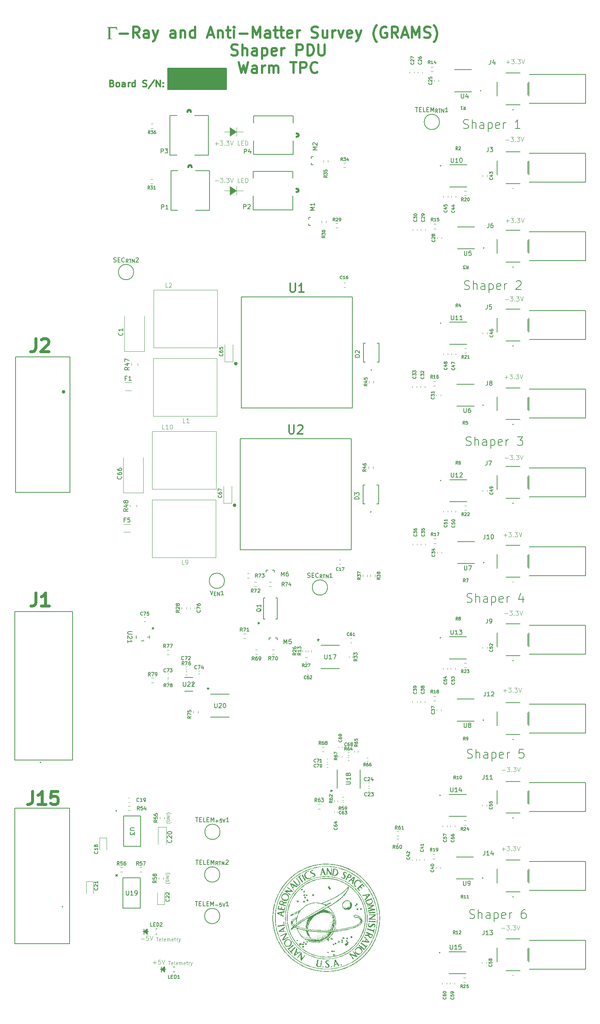
<source format=gbr>
%TF.GenerationSoftware,KiCad,Pcbnew,9.0.3*%
%TF.CreationDate,2025-09-16T13:44:48-04:00*%
%TF.ProjectId,WARM_TPC_Shaper,5741524d-5f54-4504-935f-536861706572,rev?*%
%TF.SameCoordinates,Original*%
%TF.FileFunction,Legend,Top*%
%TF.FilePolarity,Positive*%
%FSLAX46Y46*%
G04 Gerber Fmt 4.6, Leading zero omitted, Abs format (unit mm)*
G04 Created by KiCad (PCBNEW 9.0.3) date 2025-09-16 13:44:48*
%MOMM*%
%LPD*%
G01*
G04 APERTURE LIST*
%ADD10C,0.100000*%
%ADD11C,0.150000*%
%ADD12C,0.500000*%
%ADD13C,0.600000*%
%ADD14C,0.300000*%
%ADD15C,0.650000*%
%ADD16C,0.120000*%
%ADD17C,0.127000*%
%ADD18C,0.200000*%
%ADD19C,0.152400*%
%ADD20C,0.508000*%
%ADD21C,0.400000*%
%ADD22C,0.000000*%
G04 APERTURE END LIST*
D10*
X162448000Y-59388000D02*
X163972000Y-59388000D01*
X162427800Y-73806000D02*
X162427800Y-71774000D01*
X162427800Y-72790000D02*
X163951800Y-72790000D01*
X159654000Y-59388000D02*
X160924000Y-59388000D01*
X162427800Y-72790000D02*
X160903800Y-73806000D01*
X160903800Y-71774000D01*
X162427800Y-72790000D01*
G36*
X162427800Y-72790000D02*
G01*
X160903800Y-73806000D01*
X160903800Y-71774000D01*
X162427800Y-72790000D01*
G37*
X162448000Y-60404000D02*
X162448000Y-58372000D01*
X159633800Y-72790000D02*
X160903800Y-72790000D01*
X162448000Y-59388000D02*
X160924000Y-60404000D01*
X160924000Y-58372000D01*
X162448000Y-59388000D01*
G36*
X162448000Y-59388000D02*
G01*
X160924000Y-60404000D01*
X160924000Y-58372000D01*
X162448000Y-59388000D01*
G37*
X147415800Y-217257544D02*
X147382466Y-217290877D01*
X147382466Y-217290877D02*
X147282466Y-217357544D01*
X147282466Y-217357544D02*
X147215800Y-217390877D01*
X147215800Y-217390877D02*
X147115800Y-217424211D01*
X147115800Y-217424211D02*
X146949133Y-217457544D01*
X146949133Y-217457544D02*
X146815800Y-217457544D01*
X146815800Y-217457544D02*
X146649133Y-217424211D01*
X146649133Y-217424211D02*
X146549133Y-217390877D01*
X146549133Y-217390877D02*
X146482466Y-217357544D01*
X146482466Y-217357544D02*
X146382466Y-217290877D01*
X146382466Y-217290877D02*
X146349133Y-217257544D01*
X147149133Y-216990877D02*
X146449133Y-216990877D01*
X146449133Y-216990877D02*
X146449133Y-216824210D01*
X146449133Y-216824210D02*
X146482466Y-216724210D01*
X146482466Y-216724210D02*
X146549133Y-216657544D01*
X146549133Y-216657544D02*
X146615800Y-216624210D01*
X146615800Y-216624210D02*
X146749133Y-216590877D01*
X146749133Y-216590877D02*
X146849133Y-216590877D01*
X146849133Y-216590877D02*
X146982466Y-216624210D01*
X146982466Y-216624210D02*
X147049133Y-216657544D01*
X147049133Y-216657544D02*
X147115800Y-216724210D01*
X147115800Y-216724210D02*
X147149133Y-216824210D01*
X147149133Y-216824210D02*
X147149133Y-216990877D01*
X147149133Y-216290877D02*
X146449133Y-216290877D01*
X146449133Y-216290877D02*
X147149133Y-215890877D01*
X147149133Y-215890877D02*
X146449133Y-215890877D01*
X147149133Y-215557544D02*
X146449133Y-215557544D01*
X147415800Y-215290878D02*
X147382466Y-215257544D01*
X147382466Y-215257544D02*
X147282466Y-215190878D01*
X147282466Y-215190878D02*
X147215800Y-215157544D01*
X147215800Y-215157544D02*
X147115800Y-215124211D01*
X147115800Y-215124211D02*
X146949133Y-215090878D01*
X146949133Y-215090878D02*
X146815800Y-215090878D01*
X146815800Y-215090878D02*
X146649133Y-215124211D01*
X146649133Y-215124211D02*
X146549133Y-215157544D01*
X146549133Y-215157544D02*
X146482466Y-215190878D01*
X146482466Y-215190878D02*
X146382466Y-215257544D01*
X146382466Y-215257544D02*
X146349133Y-215290878D01*
X224033884Y-79711466D02*
X224795789Y-79711466D01*
X224414836Y-80092419D02*
X224414836Y-79330514D01*
X225176741Y-79092419D02*
X225795788Y-79092419D01*
X225795788Y-79092419D02*
X225462455Y-79473371D01*
X225462455Y-79473371D02*
X225605312Y-79473371D01*
X225605312Y-79473371D02*
X225700550Y-79520990D01*
X225700550Y-79520990D02*
X225748169Y-79568609D01*
X225748169Y-79568609D02*
X225795788Y-79663847D01*
X225795788Y-79663847D02*
X225795788Y-79901942D01*
X225795788Y-79901942D02*
X225748169Y-79997180D01*
X225748169Y-79997180D02*
X225700550Y-80044800D01*
X225700550Y-80044800D02*
X225605312Y-80092419D01*
X225605312Y-80092419D02*
X225319598Y-80092419D01*
X225319598Y-80092419D02*
X225224360Y-80044800D01*
X225224360Y-80044800D02*
X225176741Y-79997180D01*
X226224360Y-79997180D02*
X226271979Y-80044800D01*
X226271979Y-80044800D02*
X226224360Y-80092419D01*
X226224360Y-80092419D02*
X226176741Y-80044800D01*
X226176741Y-80044800D02*
X226224360Y-79997180D01*
X226224360Y-79997180D02*
X226224360Y-80092419D01*
X226605312Y-79092419D02*
X227224359Y-79092419D01*
X227224359Y-79092419D02*
X226891026Y-79473371D01*
X226891026Y-79473371D02*
X227033883Y-79473371D01*
X227033883Y-79473371D02*
X227129121Y-79520990D01*
X227129121Y-79520990D02*
X227176740Y-79568609D01*
X227176740Y-79568609D02*
X227224359Y-79663847D01*
X227224359Y-79663847D02*
X227224359Y-79901942D01*
X227224359Y-79901942D02*
X227176740Y-79997180D01*
X227176740Y-79997180D02*
X227129121Y-80044800D01*
X227129121Y-80044800D02*
X227033883Y-80092419D01*
X227033883Y-80092419D02*
X226748169Y-80092419D01*
X226748169Y-80092419D02*
X226652931Y-80044800D01*
X226652931Y-80044800D02*
X226605312Y-79997180D01*
X227510074Y-79092419D02*
X227843407Y-80092419D01*
X227843407Y-80092419D02*
X228176740Y-79092419D01*
D11*
X215749636Y-239172200D02*
X216035350Y-239267438D01*
X216035350Y-239267438D02*
X216511541Y-239267438D01*
X216511541Y-239267438D02*
X216702017Y-239172200D01*
X216702017Y-239172200D02*
X216797255Y-239076961D01*
X216797255Y-239076961D02*
X216892493Y-238886485D01*
X216892493Y-238886485D02*
X216892493Y-238696009D01*
X216892493Y-238696009D02*
X216797255Y-238505533D01*
X216797255Y-238505533D02*
X216702017Y-238410295D01*
X216702017Y-238410295D02*
X216511541Y-238315057D01*
X216511541Y-238315057D02*
X216130588Y-238219819D01*
X216130588Y-238219819D02*
X215940112Y-238124580D01*
X215940112Y-238124580D02*
X215844874Y-238029342D01*
X215844874Y-238029342D02*
X215749636Y-237838866D01*
X215749636Y-237838866D02*
X215749636Y-237648390D01*
X215749636Y-237648390D02*
X215844874Y-237457914D01*
X215844874Y-237457914D02*
X215940112Y-237362676D01*
X215940112Y-237362676D02*
X216130588Y-237267438D01*
X216130588Y-237267438D02*
X216606779Y-237267438D01*
X216606779Y-237267438D02*
X216892493Y-237362676D01*
X217749636Y-239267438D02*
X217749636Y-237267438D01*
X218606779Y-239267438D02*
X218606779Y-238219819D01*
X218606779Y-238219819D02*
X218511541Y-238029342D01*
X218511541Y-238029342D02*
X218321065Y-237934104D01*
X218321065Y-237934104D02*
X218035350Y-237934104D01*
X218035350Y-237934104D02*
X217844874Y-238029342D01*
X217844874Y-238029342D02*
X217749636Y-238124580D01*
X220416303Y-239267438D02*
X220416303Y-238219819D01*
X220416303Y-238219819D02*
X220321065Y-238029342D01*
X220321065Y-238029342D02*
X220130589Y-237934104D01*
X220130589Y-237934104D02*
X219749636Y-237934104D01*
X219749636Y-237934104D02*
X219559160Y-238029342D01*
X220416303Y-239172200D02*
X220225827Y-239267438D01*
X220225827Y-239267438D02*
X219749636Y-239267438D01*
X219749636Y-239267438D02*
X219559160Y-239172200D01*
X219559160Y-239172200D02*
X219463922Y-238981723D01*
X219463922Y-238981723D02*
X219463922Y-238791247D01*
X219463922Y-238791247D02*
X219559160Y-238600771D01*
X219559160Y-238600771D02*
X219749636Y-238505533D01*
X219749636Y-238505533D02*
X220225827Y-238505533D01*
X220225827Y-238505533D02*
X220416303Y-238410295D01*
X221368684Y-237934104D02*
X221368684Y-239934104D01*
X221368684Y-238029342D02*
X221559160Y-237934104D01*
X221559160Y-237934104D02*
X221940113Y-237934104D01*
X221940113Y-237934104D02*
X222130589Y-238029342D01*
X222130589Y-238029342D02*
X222225827Y-238124580D01*
X222225827Y-238124580D02*
X222321065Y-238315057D01*
X222321065Y-238315057D02*
X222321065Y-238886485D01*
X222321065Y-238886485D02*
X222225827Y-239076961D01*
X222225827Y-239076961D02*
X222130589Y-239172200D01*
X222130589Y-239172200D02*
X221940113Y-239267438D01*
X221940113Y-239267438D02*
X221559160Y-239267438D01*
X221559160Y-239267438D02*
X221368684Y-239172200D01*
X223940113Y-239172200D02*
X223749637Y-239267438D01*
X223749637Y-239267438D02*
X223368684Y-239267438D01*
X223368684Y-239267438D02*
X223178208Y-239172200D01*
X223178208Y-239172200D02*
X223082970Y-238981723D01*
X223082970Y-238981723D02*
X223082970Y-238219819D01*
X223082970Y-238219819D02*
X223178208Y-238029342D01*
X223178208Y-238029342D02*
X223368684Y-237934104D01*
X223368684Y-237934104D02*
X223749637Y-237934104D01*
X223749637Y-237934104D02*
X223940113Y-238029342D01*
X223940113Y-238029342D02*
X224035351Y-238219819D01*
X224035351Y-238219819D02*
X224035351Y-238410295D01*
X224035351Y-238410295D02*
X223082970Y-238600771D01*
X224892494Y-239267438D02*
X224892494Y-237934104D01*
X224892494Y-238315057D02*
X224987732Y-238124580D01*
X224987732Y-238124580D02*
X225082970Y-238029342D01*
X225082970Y-238029342D02*
X225273446Y-237934104D01*
X225273446Y-237934104D02*
X225463923Y-237934104D01*
X228511542Y-237267438D02*
X228130589Y-237267438D01*
X228130589Y-237267438D02*
X227940113Y-237362676D01*
X227940113Y-237362676D02*
X227844875Y-237457914D01*
X227844875Y-237457914D02*
X227654399Y-237743628D01*
X227654399Y-237743628D02*
X227559161Y-238124580D01*
X227559161Y-238124580D02*
X227559161Y-238886485D01*
X227559161Y-238886485D02*
X227654399Y-239076961D01*
X227654399Y-239076961D02*
X227749637Y-239172200D01*
X227749637Y-239172200D02*
X227940113Y-239267438D01*
X227940113Y-239267438D02*
X228321066Y-239267438D01*
X228321066Y-239267438D02*
X228511542Y-239172200D01*
X228511542Y-239172200D02*
X228606780Y-239076961D01*
X228606780Y-239076961D02*
X228702018Y-238886485D01*
X228702018Y-238886485D02*
X228702018Y-238410295D01*
X228702018Y-238410295D02*
X228606780Y-238219819D01*
X228606780Y-238219819D02*
X228511542Y-238124580D01*
X228511542Y-238124580D02*
X228321066Y-238029342D01*
X228321066Y-238029342D02*
X227940113Y-238029342D01*
X227940113Y-238029342D02*
X227749637Y-238124580D01*
X227749637Y-238124580D02*
X227654399Y-238219819D01*
X227654399Y-238219819D02*
X227559161Y-238410295D01*
D12*
X135690476Y-36903306D02*
X137595238Y-36903306D01*
X140214285Y-37855687D02*
X139380952Y-36665211D01*
X138785714Y-37855687D02*
X138785714Y-35355687D01*
X138785714Y-35355687D02*
X139738095Y-35355687D01*
X139738095Y-35355687D02*
X139976190Y-35474735D01*
X139976190Y-35474735D02*
X140095237Y-35593782D01*
X140095237Y-35593782D02*
X140214285Y-35831878D01*
X140214285Y-35831878D02*
X140214285Y-36189020D01*
X140214285Y-36189020D02*
X140095237Y-36427116D01*
X140095237Y-36427116D02*
X139976190Y-36546163D01*
X139976190Y-36546163D02*
X139738095Y-36665211D01*
X139738095Y-36665211D02*
X138785714Y-36665211D01*
X142357142Y-37855687D02*
X142357142Y-36546163D01*
X142357142Y-36546163D02*
X142238095Y-36308068D01*
X142238095Y-36308068D02*
X141999999Y-36189020D01*
X141999999Y-36189020D02*
X141523809Y-36189020D01*
X141523809Y-36189020D02*
X141285714Y-36308068D01*
X142357142Y-37736640D02*
X142119047Y-37855687D01*
X142119047Y-37855687D02*
X141523809Y-37855687D01*
X141523809Y-37855687D02*
X141285714Y-37736640D01*
X141285714Y-37736640D02*
X141166666Y-37498544D01*
X141166666Y-37498544D02*
X141166666Y-37260449D01*
X141166666Y-37260449D02*
X141285714Y-37022354D01*
X141285714Y-37022354D02*
X141523809Y-36903306D01*
X141523809Y-36903306D02*
X142119047Y-36903306D01*
X142119047Y-36903306D02*
X142357142Y-36784259D01*
X143309523Y-36189020D02*
X143904761Y-37855687D01*
X144500000Y-36189020D02*
X143904761Y-37855687D01*
X143904761Y-37855687D02*
X143666666Y-38450925D01*
X143666666Y-38450925D02*
X143547619Y-38569973D01*
X143547619Y-38569973D02*
X143309523Y-38689020D01*
X148428571Y-37855687D02*
X148428571Y-36546163D01*
X148428571Y-36546163D02*
X148309524Y-36308068D01*
X148309524Y-36308068D02*
X148071428Y-36189020D01*
X148071428Y-36189020D02*
X147595238Y-36189020D01*
X147595238Y-36189020D02*
X147357143Y-36308068D01*
X148428571Y-37736640D02*
X148190476Y-37855687D01*
X148190476Y-37855687D02*
X147595238Y-37855687D01*
X147595238Y-37855687D02*
X147357143Y-37736640D01*
X147357143Y-37736640D02*
X147238095Y-37498544D01*
X147238095Y-37498544D02*
X147238095Y-37260449D01*
X147238095Y-37260449D02*
X147357143Y-37022354D01*
X147357143Y-37022354D02*
X147595238Y-36903306D01*
X147595238Y-36903306D02*
X148190476Y-36903306D01*
X148190476Y-36903306D02*
X148428571Y-36784259D01*
X149619048Y-36189020D02*
X149619048Y-37855687D01*
X149619048Y-36427116D02*
X149738095Y-36308068D01*
X149738095Y-36308068D02*
X149976190Y-36189020D01*
X149976190Y-36189020D02*
X150333333Y-36189020D01*
X150333333Y-36189020D02*
X150571429Y-36308068D01*
X150571429Y-36308068D02*
X150690476Y-36546163D01*
X150690476Y-36546163D02*
X150690476Y-37855687D01*
X152952381Y-37855687D02*
X152952381Y-35355687D01*
X152952381Y-37736640D02*
X152714286Y-37855687D01*
X152714286Y-37855687D02*
X152238095Y-37855687D01*
X152238095Y-37855687D02*
X152000000Y-37736640D01*
X152000000Y-37736640D02*
X151880953Y-37617592D01*
X151880953Y-37617592D02*
X151761905Y-37379497D01*
X151761905Y-37379497D02*
X151761905Y-36665211D01*
X151761905Y-36665211D02*
X151880953Y-36427116D01*
X151880953Y-36427116D02*
X152000000Y-36308068D01*
X152000000Y-36308068D02*
X152238095Y-36189020D01*
X152238095Y-36189020D02*
X152714286Y-36189020D01*
X152714286Y-36189020D02*
X152952381Y-36308068D01*
X155928572Y-37141401D02*
X157119048Y-37141401D01*
X155690477Y-37855687D02*
X156523810Y-35355687D01*
X156523810Y-35355687D02*
X157357143Y-37855687D01*
X158190477Y-36189020D02*
X158190477Y-37855687D01*
X158190477Y-36427116D02*
X158309524Y-36308068D01*
X158309524Y-36308068D02*
X158547619Y-36189020D01*
X158547619Y-36189020D02*
X158904762Y-36189020D01*
X158904762Y-36189020D02*
X159142858Y-36308068D01*
X159142858Y-36308068D02*
X159261905Y-36546163D01*
X159261905Y-36546163D02*
X159261905Y-37855687D01*
X160095239Y-36189020D02*
X161047620Y-36189020D01*
X160452382Y-35355687D02*
X160452382Y-37498544D01*
X160452382Y-37498544D02*
X160571429Y-37736640D01*
X160571429Y-37736640D02*
X160809524Y-37855687D01*
X160809524Y-37855687D02*
X161047620Y-37855687D01*
X161880953Y-37855687D02*
X161880953Y-36189020D01*
X161880953Y-35355687D02*
X161761905Y-35474735D01*
X161761905Y-35474735D02*
X161880953Y-35593782D01*
X161880953Y-35593782D02*
X162000000Y-35474735D01*
X162000000Y-35474735D02*
X161880953Y-35355687D01*
X161880953Y-35355687D02*
X161880953Y-35593782D01*
X163071429Y-36903306D02*
X164976191Y-36903306D01*
X166166667Y-37855687D02*
X166166667Y-35355687D01*
X166166667Y-35355687D02*
X167000000Y-37141401D01*
X167000000Y-37141401D02*
X167833333Y-35355687D01*
X167833333Y-35355687D02*
X167833333Y-37855687D01*
X170095238Y-37855687D02*
X170095238Y-36546163D01*
X170095238Y-36546163D02*
X169976191Y-36308068D01*
X169976191Y-36308068D02*
X169738095Y-36189020D01*
X169738095Y-36189020D02*
X169261905Y-36189020D01*
X169261905Y-36189020D02*
X169023810Y-36308068D01*
X170095238Y-37736640D02*
X169857143Y-37855687D01*
X169857143Y-37855687D02*
X169261905Y-37855687D01*
X169261905Y-37855687D02*
X169023810Y-37736640D01*
X169023810Y-37736640D02*
X168904762Y-37498544D01*
X168904762Y-37498544D02*
X168904762Y-37260449D01*
X168904762Y-37260449D02*
X169023810Y-37022354D01*
X169023810Y-37022354D02*
X169261905Y-36903306D01*
X169261905Y-36903306D02*
X169857143Y-36903306D01*
X169857143Y-36903306D02*
X170095238Y-36784259D01*
X170928572Y-36189020D02*
X171880953Y-36189020D01*
X171285715Y-35355687D02*
X171285715Y-37498544D01*
X171285715Y-37498544D02*
X171404762Y-37736640D01*
X171404762Y-37736640D02*
X171642857Y-37855687D01*
X171642857Y-37855687D02*
X171880953Y-37855687D01*
X172357143Y-36189020D02*
X173309524Y-36189020D01*
X172714286Y-35355687D02*
X172714286Y-37498544D01*
X172714286Y-37498544D02*
X172833333Y-37736640D01*
X172833333Y-37736640D02*
X173071428Y-37855687D01*
X173071428Y-37855687D02*
X173309524Y-37855687D01*
X175095238Y-37736640D02*
X174857142Y-37855687D01*
X174857142Y-37855687D02*
X174380952Y-37855687D01*
X174380952Y-37855687D02*
X174142857Y-37736640D01*
X174142857Y-37736640D02*
X174023809Y-37498544D01*
X174023809Y-37498544D02*
X174023809Y-36546163D01*
X174023809Y-36546163D02*
X174142857Y-36308068D01*
X174142857Y-36308068D02*
X174380952Y-36189020D01*
X174380952Y-36189020D02*
X174857142Y-36189020D01*
X174857142Y-36189020D02*
X175095238Y-36308068D01*
X175095238Y-36308068D02*
X175214285Y-36546163D01*
X175214285Y-36546163D02*
X175214285Y-36784259D01*
X175214285Y-36784259D02*
X174023809Y-37022354D01*
X176285714Y-37855687D02*
X176285714Y-36189020D01*
X176285714Y-36665211D02*
X176404761Y-36427116D01*
X176404761Y-36427116D02*
X176523809Y-36308068D01*
X176523809Y-36308068D02*
X176761904Y-36189020D01*
X176761904Y-36189020D02*
X176999999Y-36189020D01*
X179619047Y-37736640D02*
X179976190Y-37855687D01*
X179976190Y-37855687D02*
X180571428Y-37855687D01*
X180571428Y-37855687D02*
X180809523Y-37736640D01*
X180809523Y-37736640D02*
X180928571Y-37617592D01*
X180928571Y-37617592D02*
X181047618Y-37379497D01*
X181047618Y-37379497D02*
X181047618Y-37141401D01*
X181047618Y-37141401D02*
X180928571Y-36903306D01*
X180928571Y-36903306D02*
X180809523Y-36784259D01*
X180809523Y-36784259D02*
X180571428Y-36665211D01*
X180571428Y-36665211D02*
X180095237Y-36546163D01*
X180095237Y-36546163D02*
X179857142Y-36427116D01*
X179857142Y-36427116D02*
X179738095Y-36308068D01*
X179738095Y-36308068D02*
X179619047Y-36069973D01*
X179619047Y-36069973D02*
X179619047Y-35831878D01*
X179619047Y-35831878D02*
X179738095Y-35593782D01*
X179738095Y-35593782D02*
X179857142Y-35474735D01*
X179857142Y-35474735D02*
X180095237Y-35355687D01*
X180095237Y-35355687D02*
X180690476Y-35355687D01*
X180690476Y-35355687D02*
X181047618Y-35474735D01*
X183190475Y-36189020D02*
X183190475Y-37855687D01*
X182119047Y-36189020D02*
X182119047Y-37498544D01*
X182119047Y-37498544D02*
X182238094Y-37736640D01*
X182238094Y-37736640D02*
X182476189Y-37855687D01*
X182476189Y-37855687D02*
X182833332Y-37855687D01*
X182833332Y-37855687D02*
X183071428Y-37736640D01*
X183071428Y-37736640D02*
X183190475Y-37617592D01*
X184380952Y-37855687D02*
X184380952Y-36189020D01*
X184380952Y-36665211D02*
X184499999Y-36427116D01*
X184499999Y-36427116D02*
X184619047Y-36308068D01*
X184619047Y-36308068D02*
X184857142Y-36189020D01*
X184857142Y-36189020D02*
X185095237Y-36189020D01*
X185690475Y-36189020D02*
X186285713Y-37855687D01*
X186285713Y-37855687D02*
X186880952Y-36189020D01*
X188785714Y-37736640D02*
X188547618Y-37855687D01*
X188547618Y-37855687D02*
X188071428Y-37855687D01*
X188071428Y-37855687D02*
X187833333Y-37736640D01*
X187833333Y-37736640D02*
X187714285Y-37498544D01*
X187714285Y-37498544D02*
X187714285Y-36546163D01*
X187714285Y-36546163D02*
X187833333Y-36308068D01*
X187833333Y-36308068D02*
X188071428Y-36189020D01*
X188071428Y-36189020D02*
X188547618Y-36189020D01*
X188547618Y-36189020D02*
X188785714Y-36308068D01*
X188785714Y-36308068D02*
X188904761Y-36546163D01*
X188904761Y-36546163D02*
X188904761Y-36784259D01*
X188904761Y-36784259D02*
X187714285Y-37022354D01*
X189738094Y-36189020D02*
X190333332Y-37855687D01*
X190928571Y-36189020D02*
X190333332Y-37855687D01*
X190333332Y-37855687D02*
X190095237Y-38450925D01*
X190095237Y-38450925D02*
X189976190Y-38569973D01*
X189976190Y-38569973D02*
X189738094Y-38689020D01*
X194499999Y-38808068D02*
X194380952Y-38689020D01*
X194380952Y-38689020D02*
X194142856Y-38331878D01*
X194142856Y-38331878D02*
X194023809Y-38093782D01*
X194023809Y-38093782D02*
X193904761Y-37736640D01*
X193904761Y-37736640D02*
X193785714Y-37141401D01*
X193785714Y-37141401D02*
X193785714Y-36665211D01*
X193785714Y-36665211D02*
X193904761Y-36069973D01*
X193904761Y-36069973D02*
X194023809Y-35712830D01*
X194023809Y-35712830D02*
X194142856Y-35474735D01*
X194142856Y-35474735D02*
X194380952Y-35117592D01*
X194380952Y-35117592D02*
X194499999Y-34998544D01*
X196761904Y-35474735D02*
X196523809Y-35355687D01*
X196523809Y-35355687D02*
X196166666Y-35355687D01*
X196166666Y-35355687D02*
X195809523Y-35474735D01*
X195809523Y-35474735D02*
X195571428Y-35712830D01*
X195571428Y-35712830D02*
X195452381Y-35950925D01*
X195452381Y-35950925D02*
X195333333Y-36427116D01*
X195333333Y-36427116D02*
X195333333Y-36784259D01*
X195333333Y-36784259D02*
X195452381Y-37260449D01*
X195452381Y-37260449D02*
X195571428Y-37498544D01*
X195571428Y-37498544D02*
X195809523Y-37736640D01*
X195809523Y-37736640D02*
X196166666Y-37855687D01*
X196166666Y-37855687D02*
X196404762Y-37855687D01*
X196404762Y-37855687D02*
X196761904Y-37736640D01*
X196761904Y-37736640D02*
X196880952Y-37617592D01*
X196880952Y-37617592D02*
X196880952Y-36784259D01*
X196880952Y-36784259D02*
X196404762Y-36784259D01*
X199380952Y-37855687D02*
X198547619Y-36665211D01*
X197952381Y-37855687D02*
X197952381Y-35355687D01*
X197952381Y-35355687D02*
X198904762Y-35355687D01*
X198904762Y-35355687D02*
X199142857Y-35474735D01*
X199142857Y-35474735D02*
X199261904Y-35593782D01*
X199261904Y-35593782D02*
X199380952Y-35831878D01*
X199380952Y-35831878D02*
X199380952Y-36189020D01*
X199380952Y-36189020D02*
X199261904Y-36427116D01*
X199261904Y-36427116D02*
X199142857Y-36546163D01*
X199142857Y-36546163D02*
X198904762Y-36665211D01*
X198904762Y-36665211D02*
X197952381Y-36665211D01*
X200333333Y-37141401D02*
X201523809Y-37141401D01*
X200095238Y-37855687D02*
X200928571Y-35355687D01*
X200928571Y-35355687D02*
X201761904Y-37855687D01*
X202595238Y-37855687D02*
X202595238Y-35355687D01*
X202595238Y-35355687D02*
X203428571Y-37141401D01*
X203428571Y-37141401D02*
X204261904Y-35355687D01*
X204261904Y-35355687D02*
X204261904Y-37855687D01*
X205333333Y-37736640D02*
X205690476Y-37855687D01*
X205690476Y-37855687D02*
X206285714Y-37855687D01*
X206285714Y-37855687D02*
X206523809Y-37736640D01*
X206523809Y-37736640D02*
X206642857Y-37617592D01*
X206642857Y-37617592D02*
X206761904Y-37379497D01*
X206761904Y-37379497D02*
X206761904Y-37141401D01*
X206761904Y-37141401D02*
X206642857Y-36903306D01*
X206642857Y-36903306D02*
X206523809Y-36784259D01*
X206523809Y-36784259D02*
X206285714Y-36665211D01*
X206285714Y-36665211D02*
X205809523Y-36546163D01*
X205809523Y-36546163D02*
X205571428Y-36427116D01*
X205571428Y-36427116D02*
X205452381Y-36308068D01*
X205452381Y-36308068D02*
X205333333Y-36069973D01*
X205333333Y-36069973D02*
X205333333Y-35831878D01*
X205333333Y-35831878D02*
X205452381Y-35593782D01*
X205452381Y-35593782D02*
X205571428Y-35474735D01*
X205571428Y-35474735D02*
X205809523Y-35355687D01*
X205809523Y-35355687D02*
X206404762Y-35355687D01*
X206404762Y-35355687D02*
X206761904Y-35474735D01*
X207595237Y-38808068D02*
X207714285Y-38689020D01*
X207714285Y-38689020D02*
X207952380Y-38331878D01*
X207952380Y-38331878D02*
X208071428Y-38093782D01*
X208071428Y-38093782D02*
X208190475Y-37736640D01*
X208190475Y-37736640D02*
X208309523Y-37141401D01*
X208309523Y-37141401D02*
X208309523Y-36665211D01*
X208309523Y-36665211D02*
X208190475Y-36069973D01*
X208190475Y-36069973D02*
X208071428Y-35712830D01*
X208071428Y-35712830D02*
X207952380Y-35474735D01*
X207952380Y-35474735D02*
X207714285Y-35117592D01*
X207714285Y-35117592D02*
X207595237Y-34998544D01*
X161285714Y-41761500D02*
X161642857Y-41880547D01*
X161642857Y-41880547D02*
X162238095Y-41880547D01*
X162238095Y-41880547D02*
X162476190Y-41761500D01*
X162476190Y-41761500D02*
X162595238Y-41642452D01*
X162595238Y-41642452D02*
X162714285Y-41404357D01*
X162714285Y-41404357D02*
X162714285Y-41166261D01*
X162714285Y-41166261D02*
X162595238Y-40928166D01*
X162595238Y-40928166D02*
X162476190Y-40809119D01*
X162476190Y-40809119D02*
X162238095Y-40690071D01*
X162238095Y-40690071D02*
X161761904Y-40571023D01*
X161761904Y-40571023D02*
X161523809Y-40451976D01*
X161523809Y-40451976D02*
X161404762Y-40332928D01*
X161404762Y-40332928D02*
X161285714Y-40094833D01*
X161285714Y-40094833D02*
X161285714Y-39856738D01*
X161285714Y-39856738D02*
X161404762Y-39618642D01*
X161404762Y-39618642D02*
X161523809Y-39499595D01*
X161523809Y-39499595D02*
X161761904Y-39380547D01*
X161761904Y-39380547D02*
X162357143Y-39380547D01*
X162357143Y-39380547D02*
X162714285Y-39499595D01*
X163785714Y-41880547D02*
X163785714Y-39380547D01*
X164857142Y-41880547D02*
X164857142Y-40571023D01*
X164857142Y-40571023D02*
X164738095Y-40332928D01*
X164738095Y-40332928D02*
X164499999Y-40213880D01*
X164499999Y-40213880D02*
X164142856Y-40213880D01*
X164142856Y-40213880D02*
X163904761Y-40332928D01*
X163904761Y-40332928D02*
X163785714Y-40451976D01*
X167119047Y-41880547D02*
X167119047Y-40571023D01*
X167119047Y-40571023D02*
X167000000Y-40332928D01*
X167000000Y-40332928D02*
X166761904Y-40213880D01*
X166761904Y-40213880D02*
X166285714Y-40213880D01*
X166285714Y-40213880D02*
X166047619Y-40332928D01*
X167119047Y-41761500D02*
X166880952Y-41880547D01*
X166880952Y-41880547D02*
X166285714Y-41880547D01*
X166285714Y-41880547D02*
X166047619Y-41761500D01*
X166047619Y-41761500D02*
X165928571Y-41523404D01*
X165928571Y-41523404D02*
X165928571Y-41285309D01*
X165928571Y-41285309D02*
X166047619Y-41047214D01*
X166047619Y-41047214D02*
X166285714Y-40928166D01*
X166285714Y-40928166D02*
X166880952Y-40928166D01*
X166880952Y-40928166D02*
X167119047Y-40809119D01*
X168309524Y-40213880D02*
X168309524Y-42713880D01*
X168309524Y-40332928D02*
X168547619Y-40213880D01*
X168547619Y-40213880D02*
X169023809Y-40213880D01*
X169023809Y-40213880D02*
X169261905Y-40332928D01*
X169261905Y-40332928D02*
X169380952Y-40451976D01*
X169380952Y-40451976D02*
X169500000Y-40690071D01*
X169500000Y-40690071D02*
X169500000Y-41404357D01*
X169500000Y-41404357D02*
X169380952Y-41642452D01*
X169380952Y-41642452D02*
X169261905Y-41761500D01*
X169261905Y-41761500D02*
X169023809Y-41880547D01*
X169023809Y-41880547D02*
X168547619Y-41880547D01*
X168547619Y-41880547D02*
X168309524Y-41761500D01*
X171523810Y-41761500D02*
X171285714Y-41880547D01*
X171285714Y-41880547D02*
X170809524Y-41880547D01*
X170809524Y-41880547D02*
X170571429Y-41761500D01*
X170571429Y-41761500D02*
X170452381Y-41523404D01*
X170452381Y-41523404D02*
X170452381Y-40571023D01*
X170452381Y-40571023D02*
X170571429Y-40332928D01*
X170571429Y-40332928D02*
X170809524Y-40213880D01*
X170809524Y-40213880D02*
X171285714Y-40213880D01*
X171285714Y-40213880D02*
X171523810Y-40332928D01*
X171523810Y-40332928D02*
X171642857Y-40571023D01*
X171642857Y-40571023D02*
X171642857Y-40809119D01*
X171642857Y-40809119D02*
X170452381Y-41047214D01*
X172714286Y-41880547D02*
X172714286Y-40213880D01*
X172714286Y-40690071D02*
X172833333Y-40451976D01*
X172833333Y-40451976D02*
X172952381Y-40332928D01*
X172952381Y-40332928D02*
X173190476Y-40213880D01*
X173190476Y-40213880D02*
X173428571Y-40213880D01*
X176166667Y-41880547D02*
X176166667Y-39380547D01*
X176166667Y-39380547D02*
X177119048Y-39380547D01*
X177119048Y-39380547D02*
X177357143Y-39499595D01*
X177357143Y-39499595D02*
X177476190Y-39618642D01*
X177476190Y-39618642D02*
X177595238Y-39856738D01*
X177595238Y-39856738D02*
X177595238Y-40213880D01*
X177595238Y-40213880D02*
X177476190Y-40451976D01*
X177476190Y-40451976D02*
X177357143Y-40571023D01*
X177357143Y-40571023D02*
X177119048Y-40690071D01*
X177119048Y-40690071D02*
X176166667Y-40690071D01*
X178666667Y-41880547D02*
X178666667Y-39380547D01*
X178666667Y-39380547D02*
X179261905Y-39380547D01*
X179261905Y-39380547D02*
X179619048Y-39499595D01*
X179619048Y-39499595D02*
X179857143Y-39737690D01*
X179857143Y-39737690D02*
X179976190Y-39975785D01*
X179976190Y-39975785D02*
X180095238Y-40451976D01*
X180095238Y-40451976D02*
X180095238Y-40809119D01*
X180095238Y-40809119D02*
X179976190Y-41285309D01*
X179976190Y-41285309D02*
X179857143Y-41523404D01*
X179857143Y-41523404D02*
X179619048Y-41761500D01*
X179619048Y-41761500D02*
X179261905Y-41880547D01*
X179261905Y-41880547D02*
X178666667Y-41880547D01*
X181166667Y-39380547D02*
X181166667Y-41404357D01*
X181166667Y-41404357D02*
X181285714Y-41642452D01*
X181285714Y-41642452D02*
X181404762Y-41761500D01*
X181404762Y-41761500D02*
X181642857Y-41880547D01*
X181642857Y-41880547D02*
X182119048Y-41880547D01*
X182119048Y-41880547D02*
X182357143Y-41761500D01*
X182357143Y-41761500D02*
X182476190Y-41642452D01*
X182476190Y-41642452D02*
X182595238Y-41404357D01*
X182595238Y-41404357D02*
X182595238Y-39380547D01*
X162952380Y-43405407D02*
X163547618Y-45905407D01*
X163547618Y-45905407D02*
X164023809Y-44119693D01*
X164023809Y-44119693D02*
X164499999Y-45905407D01*
X164499999Y-45905407D02*
X165095238Y-43405407D01*
X167119047Y-45905407D02*
X167119047Y-44595883D01*
X167119047Y-44595883D02*
X167000000Y-44357788D01*
X167000000Y-44357788D02*
X166761904Y-44238740D01*
X166761904Y-44238740D02*
X166285714Y-44238740D01*
X166285714Y-44238740D02*
X166047619Y-44357788D01*
X167119047Y-45786360D02*
X166880952Y-45905407D01*
X166880952Y-45905407D02*
X166285714Y-45905407D01*
X166285714Y-45905407D02*
X166047619Y-45786360D01*
X166047619Y-45786360D02*
X165928571Y-45548264D01*
X165928571Y-45548264D02*
X165928571Y-45310169D01*
X165928571Y-45310169D02*
X166047619Y-45072074D01*
X166047619Y-45072074D02*
X166285714Y-44953026D01*
X166285714Y-44953026D02*
X166880952Y-44953026D01*
X166880952Y-44953026D02*
X167119047Y-44833979D01*
X168309524Y-45905407D02*
X168309524Y-44238740D01*
X168309524Y-44714931D02*
X168428571Y-44476836D01*
X168428571Y-44476836D02*
X168547619Y-44357788D01*
X168547619Y-44357788D02*
X168785714Y-44238740D01*
X168785714Y-44238740D02*
X169023809Y-44238740D01*
X169857143Y-45905407D02*
X169857143Y-44238740D01*
X169857143Y-44476836D02*
X169976190Y-44357788D01*
X169976190Y-44357788D02*
X170214285Y-44238740D01*
X170214285Y-44238740D02*
X170571428Y-44238740D01*
X170571428Y-44238740D02*
X170809524Y-44357788D01*
X170809524Y-44357788D02*
X170928571Y-44595883D01*
X170928571Y-44595883D02*
X170928571Y-45905407D01*
X170928571Y-44595883D02*
X171047619Y-44357788D01*
X171047619Y-44357788D02*
X171285714Y-44238740D01*
X171285714Y-44238740D02*
X171642857Y-44238740D01*
X171642857Y-44238740D02*
X171880952Y-44357788D01*
X171880952Y-44357788D02*
X172000000Y-44595883D01*
X172000000Y-44595883D02*
X172000000Y-45905407D01*
X174738095Y-43405407D02*
X176166666Y-43405407D01*
X175452380Y-45905407D02*
X175452380Y-43405407D01*
X177000000Y-45905407D02*
X177000000Y-43405407D01*
X177000000Y-43405407D02*
X177952381Y-43405407D01*
X177952381Y-43405407D02*
X178190476Y-43524455D01*
X178190476Y-43524455D02*
X178309523Y-43643502D01*
X178309523Y-43643502D02*
X178428571Y-43881598D01*
X178428571Y-43881598D02*
X178428571Y-44238740D01*
X178428571Y-44238740D02*
X178309523Y-44476836D01*
X178309523Y-44476836D02*
X178190476Y-44595883D01*
X178190476Y-44595883D02*
X177952381Y-44714931D01*
X177952381Y-44714931D02*
X177000000Y-44714931D01*
X180928571Y-45667312D02*
X180809523Y-45786360D01*
X180809523Y-45786360D02*
X180452381Y-45905407D01*
X180452381Y-45905407D02*
X180214285Y-45905407D01*
X180214285Y-45905407D02*
X179857142Y-45786360D01*
X179857142Y-45786360D02*
X179619047Y-45548264D01*
X179619047Y-45548264D02*
X179500000Y-45310169D01*
X179500000Y-45310169D02*
X179380952Y-44833979D01*
X179380952Y-44833979D02*
X179380952Y-44476836D01*
X179380952Y-44476836D02*
X179500000Y-44000645D01*
X179500000Y-44000645D02*
X179619047Y-43762550D01*
X179619047Y-43762550D02*
X179857142Y-43524455D01*
X179857142Y-43524455D02*
X180214285Y-43405407D01*
X180214285Y-43405407D02*
X180452381Y-43405407D01*
X180452381Y-43405407D02*
X180809523Y-43524455D01*
X180809523Y-43524455D02*
X180928571Y-43643502D01*
D10*
X223453884Y-187141466D02*
X224215789Y-187141466D01*
X223834836Y-187522419D02*
X223834836Y-186760514D01*
X224596741Y-186522419D02*
X225215788Y-186522419D01*
X225215788Y-186522419D02*
X224882455Y-186903371D01*
X224882455Y-186903371D02*
X225025312Y-186903371D01*
X225025312Y-186903371D02*
X225120550Y-186950990D01*
X225120550Y-186950990D02*
X225168169Y-186998609D01*
X225168169Y-186998609D02*
X225215788Y-187093847D01*
X225215788Y-187093847D02*
X225215788Y-187331942D01*
X225215788Y-187331942D02*
X225168169Y-187427180D01*
X225168169Y-187427180D02*
X225120550Y-187474800D01*
X225120550Y-187474800D02*
X225025312Y-187522419D01*
X225025312Y-187522419D02*
X224739598Y-187522419D01*
X224739598Y-187522419D02*
X224644360Y-187474800D01*
X224644360Y-187474800D02*
X224596741Y-187427180D01*
X225644360Y-187427180D02*
X225691979Y-187474800D01*
X225691979Y-187474800D02*
X225644360Y-187522419D01*
X225644360Y-187522419D02*
X225596741Y-187474800D01*
X225596741Y-187474800D02*
X225644360Y-187427180D01*
X225644360Y-187427180D02*
X225644360Y-187522419D01*
X226025312Y-186522419D02*
X226644359Y-186522419D01*
X226644359Y-186522419D02*
X226311026Y-186903371D01*
X226311026Y-186903371D02*
X226453883Y-186903371D01*
X226453883Y-186903371D02*
X226549121Y-186950990D01*
X226549121Y-186950990D02*
X226596740Y-186998609D01*
X226596740Y-186998609D02*
X226644359Y-187093847D01*
X226644359Y-187093847D02*
X226644359Y-187331942D01*
X226644359Y-187331942D02*
X226596740Y-187427180D01*
X226596740Y-187427180D02*
X226549121Y-187474800D01*
X226549121Y-187474800D02*
X226453883Y-187522419D01*
X226453883Y-187522419D02*
X226168169Y-187522419D01*
X226168169Y-187522419D02*
X226072931Y-187474800D01*
X226072931Y-187474800D02*
X226025312Y-187427180D01*
X226930074Y-186522419D02*
X227263407Y-187522419D01*
X227263407Y-187522419D02*
X227596740Y-186522419D01*
X157491084Y-62047466D02*
X158252989Y-62047466D01*
X157872036Y-62428419D02*
X157872036Y-61666514D01*
X158633941Y-61428419D02*
X159252988Y-61428419D01*
X159252988Y-61428419D02*
X158919655Y-61809371D01*
X158919655Y-61809371D02*
X159062512Y-61809371D01*
X159062512Y-61809371D02*
X159157750Y-61856990D01*
X159157750Y-61856990D02*
X159205369Y-61904609D01*
X159205369Y-61904609D02*
X159252988Y-61999847D01*
X159252988Y-61999847D02*
X159252988Y-62237942D01*
X159252988Y-62237942D02*
X159205369Y-62333180D01*
X159205369Y-62333180D02*
X159157750Y-62380800D01*
X159157750Y-62380800D02*
X159062512Y-62428419D01*
X159062512Y-62428419D02*
X158776798Y-62428419D01*
X158776798Y-62428419D02*
X158681560Y-62380800D01*
X158681560Y-62380800D02*
X158633941Y-62333180D01*
X159681560Y-62333180D02*
X159729179Y-62380800D01*
X159729179Y-62380800D02*
X159681560Y-62428419D01*
X159681560Y-62428419D02*
X159633941Y-62380800D01*
X159633941Y-62380800D02*
X159681560Y-62333180D01*
X159681560Y-62333180D02*
X159681560Y-62428419D01*
X160062512Y-61428419D02*
X160681559Y-61428419D01*
X160681559Y-61428419D02*
X160348226Y-61809371D01*
X160348226Y-61809371D02*
X160491083Y-61809371D01*
X160491083Y-61809371D02*
X160586321Y-61856990D01*
X160586321Y-61856990D02*
X160633940Y-61904609D01*
X160633940Y-61904609D02*
X160681559Y-61999847D01*
X160681559Y-61999847D02*
X160681559Y-62237942D01*
X160681559Y-62237942D02*
X160633940Y-62333180D01*
X160633940Y-62333180D02*
X160586321Y-62380800D01*
X160586321Y-62380800D02*
X160491083Y-62428419D01*
X160491083Y-62428419D02*
X160205369Y-62428419D01*
X160205369Y-62428419D02*
X160110131Y-62380800D01*
X160110131Y-62380800D02*
X160062512Y-62333180D01*
X160967274Y-61428419D02*
X161300607Y-62428419D01*
X161300607Y-62428419D02*
X161633940Y-61428419D01*
X163205369Y-62428419D02*
X162729179Y-62428419D01*
X162729179Y-62428419D02*
X162729179Y-61428419D01*
X163538703Y-61904609D02*
X163872036Y-61904609D01*
X164014893Y-62428419D02*
X163538703Y-62428419D01*
X163538703Y-62428419D02*
X163538703Y-61428419D01*
X163538703Y-61428419D02*
X164014893Y-61428419D01*
X164443465Y-62428419D02*
X164443465Y-61428419D01*
X164443465Y-61428419D02*
X164681560Y-61428419D01*
X164681560Y-61428419D02*
X164824417Y-61476038D01*
X164824417Y-61476038D02*
X164919655Y-61571276D01*
X164919655Y-61571276D02*
X164967274Y-61666514D01*
X164967274Y-61666514D02*
X165014893Y-61856990D01*
X165014893Y-61856990D02*
X165014893Y-61999847D01*
X165014893Y-61999847D02*
X164967274Y-62190323D01*
X164967274Y-62190323D02*
X164919655Y-62285561D01*
X164919655Y-62285561D02*
X164824417Y-62380800D01*
X164824417Y-62380800D02*
X164681560Y-62428419D01*
X164681560Y-62428419D02*
X164443465Y-62428419D01*
D11*
X214959636Y-130992200D02*
X215245350Y-131087438D01*
X215245350Y-131087438D02*
X215721541Y-131087438D01*
X215721541Y-131087438D02*
X215912017Y-130992200D01*
X215912017Y-130992200D02*
X216007255Y-130896961D01*
X216007255Y-130896961D02*
X216102493Y-130706485D01*
X216102493Y-130706485D02*
X216102493Y-130516009D01*
X216102493Y-130516009D02*
X216007255Y-130325533D01*
X216007255Y-130325533D02*
X215912017Y-130230295D01*
X215912017Y-130230295D02*
X215721541Y-130135057D01*
X215721541Y-130135057D02*
X215340588Y-130039819D01*
X215340588Y-130039819D02*
X215150112Y-129944580D01*
X215150112Y-129944580D02*
X215054874Y-129849342D01*
X215054874Y-129849342D02*
X214959636Y-129658866D01*
X214959636Y-129658866D02*
X214959636Y-129468390D01*
X214959636Y-129468390D02*
X215054874Y-129277914D01*
X215054874Y-129277914D02*
X215150112Y-129182676D01*
X215150112Y-129182676D02*
X215340588Y-129087438D01*
X215340588Y-129087438D02*
X215816779Y-129087438D01*
X215816779Y-129087438D02*
X216102493Y-129182676D01*
X216959636Y-131087438D02*
X216959636Y-129087438D01*
X217816779Y-131087438D02*
X217816779Y-130039819D01*
X217816779Y-130039819D02*
X217721541Y-129849342D01*
X217721541Y-129849342D02*
X217531065Y-129754104D01*
X217531065Y-129754104D02*
X217245350Y-129754104D01*
X217245350Y-129754104D02*
X217054874Y-129849342D01*
X217054874Y-129849342D02*
X216959636Y-129944580D01*
X219626303Y-131087438D02*
X219626303Y-130039819D01*
X219626303Y-130039819D02*
X219531065Y-129849342D01*
X219531065Y-129849342D02*
X219340589Y-129754104D01*
X219340589Y-129754104D02*
X218959636Y-129754104D01*
X218959636Y-129754104D02*
X218769160Y-129849342D01*
X219626303Y-130992200D02*
X219435827Y-131087438D01*
X219435827Y-131087438D02*
X218959636Y-131087438D01*
X218959636Y-131087438D02*
X218769160Y-130992200D01*
X218769160Y-130992200D02*
X218673922Y-130801723D01*
X218673922Y-130801723D02*
X218673922Y-130611247D01*
X218673922Y-130611247D02*
X218769160Y-130420771D01*
X218769160Y-130420771D02*
X218959636Y-130325533D01*
X218959636Y-130325533D02*
X219435827Y-130325533D01*
X219435827Y-130325533D02*
X219626303Y-130230295D01*
X220578684Y-129754104D02*
X220578684Y-131754104D01*
X220578684Y-129849342D02*
X220769160Y-129754104D01*
X220769160Y-129754104D02*
X221150113Y-129754104D01*
X221150113Y-129754104D02*
X221340589Y-129849342D01*
X221340589Y-129849342D02*
X221435827Y-129944580D01*
X221435827Y-129944580D02*
X221531065Y-130135057D01*
X221531065Y-130135057D02*
X221531065Y-130706485D01*
X221531065Y-130706485D02*
X221435827Y-130896961D01*
X221435827Y-130896961D02*
X221340589Y-130992200D01*
X221340589Y-130992200D02*
X221150113Y-131087438D01*
X221150113Y-131087438D02*
X220769160Y-131087438D01*
X220769160Y-131087438D02*
X220578684Y-130992200D01*
X223150113Y-130992200D02*
X222959637Y-131087438D01*
X222959637Y-131087438D02*
X222578684Y-131087438D01*
X222578684Y-131087438D02*
X222388208Y-130992200D01*
X222388208Y-130992200D02*
X222292970Y-130801723D01*
X222292970Y-130801723D02*
X222292970Y-130039819D01*
X222292970Y-130039819D02*
X222388208Y-129849342D01*
X222388208Y-129849342D02*
X222578684Y-129754104D01*
X222578684Y-129754104D02*
X222959637Y-129754104D01*
X222959637Y-129754104D02*
X223150113Y-129849342D01*
X223150113Y-129849342D02*
X223245351Y-130039819D01*
X223245351Y-130039819D02*
X223245351Y-130230295D01*
X223245351Y-130230295D02*
X222292970Y-130420771D01*
X224102494Y-131087438D02*
X224102494Y-129754104D01*
X224102494Y-130135057D02*
X224197732Y-129944580D01*
X224197732Y-129944580D02*
X224292970Y-129849342D01*
X224292970Y-129849342D02*
X224483446Y-129754104D01*
X224483446Y-129754104D02*
X224673923Y-129754104D01*
X226673923Y-129087438D02*
X227912018Y-129087438D01*
X227912018Y-129087438D02*
X227245351Y-129849342D01*
X227245351Y-129849342D02*
X227531066Y-129849342D01*
X227531066Y-129849342D02*
X227721542Y-129944580D01*
X227721542Y-129944580D02*
X227816780Y-130039819D01*
X227816780Y-130039819D02*
X227912018Y-130230295D01*
X227912018Y-130230295D02*
X227912018Y-130706485D01*
X227912018Y-130706485D02*
X227816780Y-130896961D01*
X227816780Y-130896961D02*
X227721542Y-130992200D01*
X227721542Y-130992200D02*
X227531066Y-131087438D01*
X227531066Y-131087438D02*
X226959637Y-131087438D01*
X226959637Y-131087438D02*
X226769161Y-130992200D01*
X226769161Y-130992200D02*
X226673923Y-130896961D01*
D10*
X157521684Y-70537466D02*
X158283589Y-70537466D01*
X158664541Y-69918419D02*
X159283588Y-69918419D01*
X159283588Y-69918419D02*
X158950255Y-70299371D01*
X158950255Y-70299371D02*
X159093112Y-70299371D01*
X159093112Y-70299371D02*
X159188350Y-70346990D01*
X159188350Y-70346990D02*
X159235969Y-70394609D01*
X159235969Y-70394609D02*
X159283588Y-70489847D01*
X159283588Y-70489847D02*
X159283588Y-70727942D01*
X159283588Y-70727942D02*
X159235969Y-70823180D01*
X159235969Y-70823180D02*
X159188350Y-70870800D01*
X159188350Y-70870800D02*
X159093112Y-70918419D01*
X159093112Y-70918419D02*
X158807398Y-70918419D01*
X158807398Y-70918419D02*
X158712160Y-70870800D01*
X158712160Y-70870800D02*
X158664541Y-70823180D01*
X159712160Y-70823180D02*
X159759779Y-70870800D01*
X159759779Y-70870800D02*
X159712160Y-70918419D01*
X159712160Y-70918419D02*
X159664541Y-70870800D01*
X159664541Y-70870800D02*
X159712160Y-70823180D01*
X159712160Y-70823180D02*
X159712160Y-70918419D01*
X160093112Y-69918419D02*
X160712159Y-69918419D01*
X160712159Y-69918419D02*
X160378826Y-70299371D01*
X160378826Y-70299371D02*
X160521683Y-70299371D01*
X160521683Y-70299371D02*
X160616921Y-70346990D01*
X160616921Y-70346990D02*
X160664540Y-70394609D01*
X160664540Y-70394609D02*
X160712159Y-70489847D01*
X160712159Y-70489847D02*
X160712159Y-70727942D01*
X160712159Y-70727942D02*
X160664540Y-70823180D01*
X160664540Y-70823180D02*
X160616921Y-70870800D01*
X160616921Y-70870800D02*
X160521683Y-70918419D01*
X160521683Y-70918419D02*
X160235969Y-70918419D01*
X160235969Y-70918419D02*
X160140731Y-70870800D01*
X160140731Y-70870800D02*
X160093112Y-70823180D01*
X160997874Y-69918419D02*
X161331207Y-70918419D01*
X161331207Y-70918419D02*
X161664540Y-69918419D01*
X163235969Y-70918419D02*
X162759779Y-70918419D01*
X162759779Y-70918419D02*
X162759779Y-69918419D01*
X163569303Y-70394609D02*
X163902636Y-70394609D01*
X164045493Y-70918419D02*
X163569303Y-70918419D01*
X163569303Y-70918419D02*
X163569303Y-69918419D01*
X163569303Y-69918419D02*
X164045493Y-69918419D01*
X164474065Y-70918419D02*
X164474065Y-69918419D01*
X164474065Y-69918419D02*
X164712160Y-69918419D01*
X164712160Y-69918419D02*
X164855017Y-69966038D01*
X164855017Y-69966038D02*
X164950255Y-70061276D01*
X164950255Y-70061276D02*
X164997874Y-70156514D01*
X164997874Y-70156514D02*
X165045493Y-70346990D01*
X165045493Y-70346990D02*
X165045493Y-70489847D01*
X165045493Y-70489847D02*
X164997874Y-70680323D01*
X164997874Y-70680323D02*
X164950255Y-70775561D01*
X164950255Y-70775561D02*
X164855017Y-70870800D01*
X164855017Y-70870800D02*
X164712160Y-70918419D01*
X164712160Y-70918419D02*
X164474065Y-70918419D01*
D11*
X214349636Y-58492200D02*
X214635350Y-58587438D01*
X214635350Y-58587438D02*
X215111541Y-58587438D01*
X215111541Y-58587438D02*
X215302017Y-58492200D01*
X215302017Y-58492200D02*
X215397255Y-58396961D01*
X215397255Y-58396961D02*
X215492493Y-58206485D01*
X215492493Y-58206485D02*
X215492493Y-58016009D01*
X215492493Y-58016009D02*
X215397255Y-57825533D01*
X215397255Y-57825533D02*
X215302017Y-57730295D01*
X215302017Y-57730295D02*
X215111541Y-57635057D01*
X215111541Y-57635057D02*
X214730588Y-57539819D01*
X214730588Y-57539819D02*
X214540112Y-57444580D01*
X214540112Y-57444580D02*
X214444874Y-57349342D01*
X214444874Y-57349342D02*
X214349636Y-57158866D01*
X214349636Y-57158866D02*
X214349636Y-56968390D01*
X214349636Y-56968390D02*
X214444874Y-56777914D01*
X214444874Y-56777914D02*
X214540112Y-56682676D01*
X214540112Y-56682676D02*
X214730588Y-56587438D01*
X214730588Y-56587438D02*
X215206779Y-56587438D01*
X215206779Y-56587438D02*
X215492493Y-56682676D01*
X216349636Y-58587438D02*
X216349636Y-56587438D01*
X217206779Y-58587438D02*
X217206779Y-57539819D01*
X217206779Y-57539819D02*
X217111541Y-57349342D01*
X217111541Y-57349342D02*
X216921065Y-57254104D01*
X216921065Y-57254104D02*
X216635350Y-57254104D01*
X216635350Y-57254104D02*
X216444874Y-57349342D01*
X216444874Y-57349342D02*
X216349636Y-57444580D01*
X219016303Y-58587438D02*
X219016303Y-57539819D01*
X219016303Y-57539819D02*
X218921065Y-57349342D01*
X218921065Y-57349342D02*
X218730589Y-57254104D01*
X218730589Y-57254104D02*
X218349636Y-57254104D01*
X218349636Y-57254104D02*
X218159160Y-57349342D01*
X219016303Y-58492200D02*
X218825827Y-58587438D01*
X218825827Y-58587438D02*
X218349636Y-58587438D01*
X218349636Y-58587438D02*
X218159160Y-58492200D01*
X218159160Y-58492200D02*
X218063922Y-58301723D01*
X218063922Y-58301723D02*
X218063922Y-58111247D01*
X218063922Y-58111247D02*
X218159160Y-57920771D01*
X218159160Y-57920771D02*
X218349636Y-57825533D01*
X218349636Y-57825533D02*
X218825827Y-57825533D01*
X218825827Y-57825533D02*
X219016303Y-57730295D01*
X219968684Y-57254104D02*
X219968684Y-59254104D01*
X219968684Y-57349342D02*
X220159160Y-57254104D01*
X220159160Y-57254104D02*
X220540113Y-57254104D01*
X220540113Y-57254104D02*
X220730589Y-57349342D01*
X220730589Y-57349342D02*
X220825827Y-57444580D01*
X220825827Y-57444580D02*
X220921065Y-57635057D01*
X220921065Y-57635057D02*
X220921065Y-58206485D01*
X220921065Y-58206485D02*
X220825827Y-58396961D01*
X220825827Y-58396961D02*
X220730589Y-58492200D01*
X220730589Y-58492200D02*
X220540113Y-58587438D01*
X220540113Y-58587438D02*
X220159160Y-58587438D01*
X220159160Y-58587438D02*
X219968684Y-58492200D01*
X222540113Y-58492200D02*
X222349637Y-58587438D01*
X222349637Y-58587438D02*
X221968684Y-58587438D01*
X221968684Y-58587438D02*
X221778208Y-58492200D01*
X221778208Y-58492200D02*
X221682970Y-58301723D01*
X221682970Y-58301723D02*
X221682970Y-57539819D01*
X221682970Y-57539819D02*
X221778208Y-57349342D01*
X221778208Y-57349342D02*
X221968684Y-57254104D01*
X221968684Y-57254104D02*
X222349637Y-57254104D01*
X222349637Y-57254104D02*
X222540113Y-57349342D01*
X222540113Y-57349342D02*
X222635351Y-57539819D01*
X222635351Y-57539819D02*
X222635351Y-57730295D01*
X222635351Y-57730295D02*
X221682970Y-57920771D01*
X223492494Y-58587438D02*
X223492494Y-57254104D01*
X223492494Y-57635057D02*
X223587732Y-57444580D01*
X223587732Y-57444580D02*
X223682970Y-57349342D01*
X223682970Y-57349342D02*
X223873446Y-57254104D01*
X223873446Y-57254104D02*
X224063923Y-57254104D01*
X227302018Y-58587438D02*
X226159161Y-58587438D01*
X226730589Y-58587438D02*
X226730589Y-56587438D01*
X226730589Y-56587438D02*
X226540113Y-56873152D01*
X226540113Y-56873152D02*
X226349637Y-57063628D01*
X226349637Y-57063628D02*
X226159161Y-57158866D01*
D10*
X224013884Y-61201466D02*
X224775789Y-61201466D01*
X225156741Y-60582419D02*
X225775788Y-60582419D01*
X225775788Y-60582419D02*
X225442455Y-60963371D01*
X225442455Y-60963371D02*
X225585312Y-60963371D01*
X225585312Y-60963371D02*
X225680550Y-61010990D01*
X225680550Y-61010990D02*
X225728169Y-61058609D01*
X225728169Y-61058609D02*
X225775788Y-61153847D01*
X225775788Y-61153847D02*
X225775788Y-61391942D01*
X225775788Y-61391942D02*
X225728169Y-61487180D01*
X225728169Y-61487180D02*
X225680550Y-61534800D01*
X225680550Y-61534800D02*
X225585312Y-61582419D01*
X225585312Y-61582419D02*
X225299598Y-61582419D01*
X225299598Y-61582419D02*
X225204360Y-61534800D01*
X225204360Y-61534800D02*
X225156741Y-61487180D01*
X226204360Y-61487180D02*
X226251979Y-61534800D01*
X226251979Y-61534800D02*
X226204360Y-61582419D01*
X226204360Y-61582419D02*
X226156741Y-61534800D01*
X226156741Y-61534800D02*
X226204360Y-61487180D01*
X226204360Y-61487180D02*
X226204360Y-61582419D01*
X226585312Y-60582419D02*
X227204359Y-60582419D01*
X227204359Y-60582419D02*
X226871026Y-60963371D01*
X226871026Y-60963371D02*
X227013883Y-60963371D01*
X227013883Y-60963371D02*
X227109121Y-61010990D01*
X227109121Y-61010990D02*
X227156740Y-61058609D01*
X227156740Y-61058609D02*
X227204359Y-61153847D01*
X227204359Y-61153847D02*
X227204359Y-61391942D01*
X227204359Y-61391942D02*
X227156740Y-61487180D01*
X227156740Y-61487180D02*
X227109121Y-61534800D01*
X227109121Y-61534800D02*
X227013883Y-61582419D01*
X227013883Y-61582419D02*
X226728169Y-61582419D01*
X226728169Y-61582419D02*
X226632931Y-61534800D01*
X226632931Y-61534800D02*
X226585312Y-61487180D01*
X227490074Y-60582419D02*
X227823407Y-61582419D01*
X227823407Y-61582419D02*
X228156740Y-60582419D01*
D11*
X215169636Y-166862200D02*
X215455350Y-166957438D01*
X215455350Y-166957438D02*
X215931541Y-166957438D01*
X215931541Y-166957438D02*
X216122017Y-166862200D01*
X216122017Y-166862200D02*
X216217255Y-166766961D01*
X216217255Y-166766961D02*
X216312493Y-166576485D01*
X216312493Y-166576485D02*
X216312493Y-166386009D01*
X216312493Y-166386009D02*
X216217255Y-166195533D01*
X216217255Y-166195533D02*
X216122017Y-166100295D01*
X216122017Y-166100295D02*
X215931541Y-166005057D01*
X215931541Y-166005057D02*
X215550588Y-165909819D01*
X215550588Y-165909819D02*
X215360112Y-165814580D01*
X215360112Y-165814580D02*
X215264874Y-165719342D01*
X215264874Y-165719342D02*
X215169636Y-165528866D01*
X215169636Y-165528866D02*
X215169636Y-165338390D01*
X215169636Y-165338390D02*
X215264874Y-165147914D01*
X215264874Y-165147914D02*
X215360112Y-165052676D01*
X215360112Y-165052676D02*
X215550588Y-164957438D01*
X215550588Y-164957438D02*
X216026779Y-164957438D01*
X216026779Y-164957438D02*
X216312493Y-165052676D01*
X217169636Y-166957438D02*
X217169636Y-164957438D01*
X218026779Y-166957438D02*
X218026779Y-165909819D01*
X218026779Y-165909819D02*
X217931541Y-165719342D01*
X217931541Y-165719342D02*
X217741065Y-165624104D01*
X217741065Y-165624104D02*
X217455350Y-165624104D01*
X217455350Y-165624104D02*
X217264874Y-165719342D01*
X217264874Y-165719342D02*
X217169636Y-165814580D01*
X219836303Y-166957438D02*
X219836303Y-165909819D01*
X219836303Y-165909819D02*
X219741065Y-165719342D01*
X219741065Y-165719342D02*
X219550589Y-165624104D01*
X219550589Y-165624104D02*
X219169636Y-165624104D01*
X219169636Y-165624104D02*
X218979160Y-165719342D01*
X219836303Y-166862200D02*
X219645827Y-166957438D01*
X219645827Y-166957438D02*
X219169636Y-166957438D01*
X219169636Y-166957438D02*
X218979160Y-166862200D01*
X218979160Y-166862200D02*
X218883922Y-166671723D01*
X218883922Y-166671723D02*
X218883922Y-166481247D01*
X218883922Y-166481247D02*
X218979160Y-166290771D01*
X218979160Y-166290771D02*
X219169636Y-166195533D01*
X219169636Y-166195533D02*
X219645827Y-166195533D01*
X219645827Y-166195533D02*
X219836303Y-166100295D01*
X220788684Y-165624104D02*
X220788684Y-167624104D01*
X220788684Y-165719342D02*
X220979160Y-165624104D01*
X220979160Y-165624104D02*
X221360113Y-165624104D01*
X221360113Y-165624104D02*
X221550589Y-165719342D01*
X221550589Y-165719342D02*
X221645827Y-165814580D01*
X221645827Y-165814580D02*
X221741065Y-166005057D01*
X221741065Y-166005057D02*
X221741065Y-166576485D01*
X221741065Y-166576485D02*
X221645827Y-166766961D01*
X221645827Y-166766961D02*
X221550589Y-166862200D01*
X221550589Y-166862200D02*
X221360113Y-166957438D01*
X221360113Y-166957438D02*
X220979160Y-166957438D01*
X220979160Y-166957438D02*
X220788684Y-166862200D01*
X223360113Y-166862200D02*
X223169637Y-166957438D01*
X223169637Y-166957438D02*
X222788684Y-166957438D01*
X222788684Y-166957438D02*
X222598208Y-166862200D01*
X222598208Y-166862200D02*
X222502970Y-166671723D01*
X222502970Y-166671723D02*
X222502970Y-165909819D01*
X222502970Y-165909819D02*
X222598208Y-165719342D01*
X222598208Y-165719342D02*
X222788684Y-165624104D01*
X222788684Y-165624104D02*
X223169637Y-165624104D01*
X223169637Y-165624104D02*
X223360113Y-165719342D01*
X223360113Y-165719342D02*
X223455351Y-165909819D01*
X223455351Y-165909819D02*
X223455351Y-166100295D01*
X223455351Y-166100295D02*
X222502970Y-166290771D01*
X224312494Y-166957438D02*
X224312494Y-165624104D01*
X224312494Y-166005057D02*
X224407732Y-165814580D01*
X224407732Y-165814580D02*
X224502970Y-165719342D01*
X224502970Y-165719342D02*
X224693446Y-165624104D01*
X224693446Y-165624104D02*
X224883923Y-165624104D01*
X227931542Y-165624104D02*
X227931542Y-166957438D01*
X227455351Y-164862200D02*
X226979161Y-166290771D01*
X226979161Y-166290771D02*
X228217256Y-166290771D01*
X215229636Y-202502200D02*
X215515350Y-202597438D01*
X215515350Y-202597438D02*
X215991541Y-202597438D01*
X215991541Y-202597438D02*
X216182017Y-202502200D01*
X216182017Y-202502200D02*
X216277255Y-202406961D01*
X216277255Y-202406961D02*
X216372493Y-202216485D01*
X216372493Y-202216485D02*
X216372493Y-202026009D01*
X216372493Y-202026009D02*
X216277255Y-201835533D01*
X216277255Y-201835533D02*
X216182017Y-201740295D01*
X216182017Y-201740295D02*
X215991541Y-201645057D01*
X215991541Y-201645057D02*
X215610588Y-201549819D01*
X215610588Y-201549819D02*
X215420112Y-201454580D01*
X215420112Y-201454580D02*
X215324874Y-201359342D01*
X215324874Y-201359342D02*
X215229636Y-201168866D01*
X215229636Y-201168866D02*
X215229636Y-200978390D01*
X215229636Y-200978390D02*
X215324874Y-200787914D01*
X215324874Y-200787914D02*
X215420112Y-200692676D01*
X215420112Y-200692676D02*
X215610588Y-200597438D01*
X215610588Y-200597438D02*
X216086779Y-200597438D01*
X216086779Y-200597438D02*
X216372493Y-200692676D01*
X217229636Y-202597438D02*
X217229636Y-200597438D01*
X218086779Y-202597438D02*
X218086779Y-201549819D01*
X218086779Y-201549819D02*
X217991541Y-201359342D01*
X217991541Y-201359342D02*
X217801065Y-201264104D01*
X217801065Y-201264104D02*
X217515350Y-201264104D01*
X217515350Y-201264104D02*
X217324874Y-201359342D01*
X217324874Y-201359342D02*
X217229636Y-201454580D01*
X219896303Y-202597438D02*
X219896303Y-201549819D01*
X219896303Y-201549819D02*
X219801065Y-201359342D01*
X219801065Y-201359342D02*
X219610589Y-201264104D01*
X219610589Y-201264104D02*
X219229636Y-201264104D01*
X219229636Y-201264104D02*
X219039160Y-201359342D01*
X219896303Y-202502200D02*
X219705827Y-202597438D01*
X219705827Y-202597438D02*
X219229636Y-202597438D01*
X219229636Y-202597438D02*
X219039160Y-202502200D01*
X219039160Y-202502200D02*
X218943922Y-202311723D01*
X218943922Y-202311723D02*
X218943922Y-202121247D01*
X218943922Y-202121247D02*
X219039160Y-201930771D01*
X219039160Y-201930771D02*
X219229636Y-201835533D01*
X219229636Y-201835533D02*
X219705827Y-201835533D01*
X219705827Y-201835533D02*
X219896303Y-201740295D01*
X220848684Y-201264104D02*
X220848684Y-203264104D01*
X220848684Y-201359342D02*
X221039160Y-201264104D01*
X221039160Y-201264104D02*
X221420113Y-201264104D01*
X221420113Y-201264104D02*
X221610589Y-201359342D01*
X221610589Y-201359342D02*
X221705827Y-201454580D01*
X221705827Y-201454580D02*
X221801065Y-201645057D01*
X221801065Y-201645057D02*
X221801065Y-202216485D01*
X221801065Y-202216485D02*
X221705827Y-202406961D01*
X221705827Y-202406961D02*
X221610589Y-202502200D01*
X221610589Y-202502200D02*
X221420113Y-202597438D01*
X221420113Y-202597438D02*
X221039160Y-202597438D01*
X221039160Y-202597438D02*
X220848684Y-202502200D01*
X223420113Y-202502200D02*
X223229637Y-202597438D01*
X223229637Y-202597438D02*
X222848684Y-202597438D01*
X222848684Y-202597438D02*
X222658208Y-202502200D01*
X222658208Y-202502200D02*
X222562970Y-202311723D01*
X222562970Y-202311723D02*
X222562970Y-201549819D01*
X222562970Y-201549819D02*
X222658208Y-201359342D01*
X222658208Y-201359342D02*
X222848684Y-201264104D01*
X222848684Y-201264104D02*
X223229637Y-201264104D01*
X223229637Y-201264104D02*
X223420113Y-201359342D01*
X223420113Y-201359342D02*
X223515351Y-201549819D01*
X223515351Y-201549819D02*
X223515351Y-201740295D01*
X223515351Y-201740295D02*
X222562970Y-201930771D01*
X224372494Y-202597438D02*
X224372494Y-201264104D01*
X224372494Y-201645057D02*
X224467732Y-201454580D01*
X224467732Y-201454580D02*
X224562970Y-201359342D01*
X224562970Y-201359342D02*
X224753446Y-201264104D01*
X224753446Y-201264104D02*
X224943923Y-201264104D01*
X228086780Y-200597438D02*
X227134399Y-200597438D01*
X227134399Y-200597438D02*
X227039161Y-201549819D01*
X227039161Y-201549819D02*
X227134399Y-201454580D01*
X227134399Y-201454580D02*
X227324875Y-201359342D01*
X227324875Y-201359342D02*
X227801066Y-201359342D01*
X227801066Y-201359342D02*
X227991542Y-201454580D01*
X227991542Y-201454580D02*
X228086780Y-201549819D01*
X228086780Y-201549819D02*
X228182018Y-201740295D01*
X228182018Y-201740295D02*
X228182018Y-202216485D01*
X228182018Y-202216485D02*
X228086780Y-202406961D01*
X228086780Y-202406961D02*
X227991542Y-202502200D01*
X227991542Y-202502200D02*
X227801066Y-202597438D01*
X227801066Y-202597438D02*
X227324875Y-202597438D01*
X227324875Y-202597438D02*
X227134399Y-202502200D01*
X227134399Y-202502200D02*
X227039161Y-202406961D01*
D10*
X143310084Y-249336466D02*
X144071989Y-249336466D01*
X143691036Y-249717419D02*
X143691036Y-248955514D01*
X145024369Y-248717419D02*
X144548179Y-248717419D01*
X144548179Y-248717419D02*
X144500560Y-249193609D01*
X144500560Y-249193609D02*
X144548179Y-249145990D01*
X144548179Y-249145990D02*
X144643417Y-249098371D01*
X144643417Y-249098371D02*
X144881512Y-249098371D01*
X144881512Y-249098371D02*
X144976750Y-249145990D01*
X144976750Y-249145990D02*
X145024369Y-249193609D01*
X145024369Y-249193609D02*
X145071988Y-249288847D01*
X145071988Y-249288847D02*
X145071988Y-249526942D01*
X145071988Y-249526942D02*
X145024369Y-249622180D01*
X145024369Y-249622180D02*
X144976750Y-249669800D01*
X144976750Y-249669800D02*
X144881512Y-249717419D01*
X144881512Y-249717419D02*
X144643417Y-249717419D01*
X144643417Y-249717419D02*
X144548179Y-249669800D01*
X144548179Y-249669800D02*
X144500560Y-249622180D01*
X145357703Y-248717419D02*
X145691036Y-249717419D01*
X145691036Y-249717419D02*
X146024369Y-248717419D01*
X146805322Y-249027895D02*
X147262465Y-249027895D01*
X147033893Y-249827895D02*
X147033893Y-249027895D01*
X147833894Y-249789800D02*
X147757703Y-249827895D01*
X147757703Y-249827895D02*
X147605322Y-249827895D01*
X147605322Y-249827895D02*
X147529132Y-249789800D01*
X147529132Y-249789800D02*
X147491036Y-249713609D01*
X147491036Y-249713609D02*
X147491036Y-249408847D01*
X147491036Y-249408847D02*
X147529132Y-249332657D01*
X147529132Y-249332657D02*
X147605322Y-249294561D01*
X147605322Y-249294561D02*
X147757703Y-249294561D01*
X147757703Y-249294561D02*
X147833894Y-249332657D01*
X147833894Y-249332657D02*
X147871989Y-249408847D01*
X147871989Y-249408847D02*
X147871989Y-249485038D01*
X147871989Y-249485038D02*
X147491036Y-249561228D01*
X148329131Y-249827895D02*
X148252941Y-249789800D01*
X148252941Y-249789800D02*
X148214846Y-249713609D01*
X148214846Y-249713609D02*
X148214846Y-249027895D01*
X148938656Y-249789800D02*
X148862465Y-249827895D01*
X148862465Y-249827895D02*
X148710084Y-249827895D01*
X148710084Y-249827895D02*
X148633894Y-249789800D01*
X148633894Y-249789800D02*
X148595798Y-249713609D01*
X148595798Y-249713609D02*
X148595798Y-249408847D01*
X148595798Y-249408847D02*
X148633894Y-249332657D01*
X148633894Y-249332657D02*
X148710084Y-249294561D01*
X148710084Y-249294561D02*
X148862465Y-249294561D01*
X148862465Y-249294561D02*
X148938656Y-249332657D01*
X148938656Y-249332657D02*
X148976751Y-249408847D01*
X148976751Y-249408847D02*
X148976751Y-249485038D01*
X148976751Y-249485038D02*
X148595798Y-249561228D01*
X149319608Y-249827895D02*
X149319608Y-249294561D01*
X149319608Y-249370752D02*
X149357703Y-249332657D01*
X149357703Y-249332657D02*
X149433893Y-249294561D01*
X149433893Y-249294561D02*
X149548179Y-249294561D01*
X149548179Y-249294561D02*
X149624370Y-249332657D01*
X149624370Y-249332657D02*
X149662465Y-249408847D01*
X149662465Y-249408847D02*
X149662465Y-249827895D01*
X149662465Y-249408847D02*
X149700560Y-249332657D01*
X149700560Y-249332657D02*
X149776751Y-249294561D01*
X149776751Y-249294561D02*
X149891036Y-249294561D01*
X149891036Y-249294561D02*
X149967227Y-249332657D01*
X149967227Y-249332657D02*
X150005322Y-249408847D01*
X150005322Y-249408847D02*
X150005322Y-249827895D01*
X150691037Y-249789800D02*
X150614846Y-249827895D01*
X150614846Y-249827895D02*
X150462465Y-249827895D01*
X150462465Y-249827895D02*
X150386275Y-249789800D01*
X150386275Y-249789800D02*
X150348179Y-249713609D01*
X150348179Y-249713609D02*
X150348179Y-249408847D01*
X150348179Y-249408847D02*
X150386275Y-249332657D01*
X150386275Y-249332657D02*
X150462465Y-249294561D01*
X150462465Y-249294561D02*
X150614846Y-249294561D01*
X150614846Y-249294561D02*
X150691037Y-249332657D01*
X150691037Y-249332657D02*
X150729132Y-249408847D01*
X150729132Y-249408847D02*
X150729132Y-249485038D01*
X150729132Y-249485038D02*
X150348179Y-249561228D01*
X150957703Y-249294561D02*
X151262465Y-249294561D01*
X151071989Y-249027895D02*
X151071989Y-249713609D01*
X151071989Y-249713609D02*
X151110084Y-249789800D01*
X151110084Y-249789800D02*
X151186274Y-249827895D01*
X151186274Y-249827895D02*
X151262465Y-249827895D01*
X151529132Y-249827895D02*
X151529132Y-249294561D01*
X151529132Y-249446942D02*
X151567227Y-249370752D01*
X151567227Y-249370752D02*
X151605322Y-249332657D01*
X151605322Y-249332657D02*
X151681513Y-249294561D01*
X151681513Y-249294561D02*
X151757703Y-249294561D01*
X151948179Y-249294561D02*
X152138655Y-249827895D01*
X152329132Y-249294561D02*
X152138655Y-249827895D01*
X152138655Y-249827895D02*
X152062465Y-250018371D01*
X152062465Y-250018371D02*
X152024370Y-250056466D01*
X152024370Y-250056466D02*
X151948179Y-250094561D01*
X223813884Y-133941466D02*
X224575789Y-133941466D01*
X224956741Y-133322419D02*
X225575788Y-133322419D01*
X225575788Y-133322419D02*
X225242455Y-133703371D01*
X225242455Y-133703371D02*
X225385312Y-133703371D01*
X225385312Y-133703371D02*
X225480550Y-133750990D01*
X225480550Y-133750990D02*
X225528169Y-133798609D01*
X225528169Y-133798609D02*
X225575788Y-133893847D01*
X225575788Y-133893847D02*
X225575788Y-134131942D01*
X225575788Y-134131942D02*
X225528169Y-134227180D01*
X225528169Y-134227180D02*
X225480550Y-134274800D01*
X225480550Y-134274800D02*
X225385312Y-134322419D01*
X225385312Y-134322419D02*
X225099598Y-134322419D01*
X225099598Y-134322419D02*
X225004360Y-134274800D01*
X225004360Y-134274800D02*
X224956741Y-134227180D01*
X226004360Y-134227180D02*
X226051979Y-134274800D01*
X226051979Y-134274800D02*
X226004360Y-134322419D01*
X226004360Y-134322419D02*
X225956741Y-134274800D01*
X225956741Y-134274800D02*
X226004360Y-134227180D01*
X226004360Y-134227180D02*
X226004360Y-134322419D01*
X226385312Y-133322419D02*
X227004359Y-133322419D01*
X227004359Y-133322419D02*
X226671026Y-133703371D01*
X226671026Y-133703371D02*
X226813883Y-133703371D01*
X226813883Y-133703371D02*
X226909121Y-133750990D01*
X226909121Y-133750990D02*
X226956740Y-133798609D01*
X226956740Y-133798609D02*
X227004359Y-133893847D01*
X227004359Y-133893847D02*
X227004359Y-134131942D01*
X227004359Y-134131942D02*
X226956740Y-134227180D01*
X226956740Y-134227180D02*
X226909121Y-134274800D01*
X226909121Y-134274800D02*
X226813883Y-134322419D01*
X226813883Y-134322419D02*
X226528169Y-134322419D01*
X226528169Y-134322419D02*
X226432931Y-134274800D01*
X226432931Y-134274800D02*
X226385312Y-134227180D01*
X227290074Y-133322419D02*
X227623407Y-134322419D01*
X227623407Y-134322419D02*
X227956740Y-133322419D01*
X223713884Y-169531466D02*
X224475789Y-169531466D01*
X224856741Y-168912419D02*
X225475788Y-168912419D01*
X225475788Y-168912419D02*
X225142455Y-169293371D01*
X225142455Y-169293371D02*
X225285312Y-169293371D01*
X225285312Y-169293371D02*
X225380550Y-169340990D01*
X225380550Y-169340990D02*
X225428169Y-169388609D01*
X225428169Y-169388609D02*
X225475788Y-169483847D01*
X225475788Y-169483847D02*
X225475788Y-169721942D01*
X225475788Y-169721942D02*
X225428169Y-169817180D01*
X225428169Y-169817180D02*
X225380550Y-169864800D01*
X225380550Y-169864800D02*
X225285312Y-169912419D01*
X225285312Y-169912419D02*
X224999598Y-169912419D01*
X224999598Y-169912419D02*
X224904360Y-169864800D01*
X224904360Y-169864800D02*
X224856741Y-169817180D01*
X225904360Y-169817180D02*
X225951979Y-169864800D01*
X225951979Y-169864800D02*
X225904360Y-169912419D01*
X225904360Y-169912419D02*
X225856741Y-169864800D01*
X225856741Y-169864800D02*
X225904360Y-169817180D01*
X225904360Y-169817180D02*
X225904360Y-169912419D01*
X226285312Y-168912419D02*
X226904359Y-168912419D01*
X226904359Y-168912419D02*
X226571026Y-169293371D01*
X226571026Y-169293371D02*
X226713883Y-169293371D01*
X226713883Y-169293371D02*
X226809121Y-169340990D01*
X226809121Y-169340990D02*
X226856740Y-169388609D01*
X226856740Y-169388609D02*
X226904359Y-169483847D01*
X226904359Y-169483847D02*
X226904359Y-169721942D01*
X226904359Y-169721942D02*
X226856740Y-169817180D01*
X226856740Y-169817180D02*
X226809121Y-169864800D01*
X226809121Y-169864800D02*
X226713883Y-169912419D01*
X226713883Y-169912419D02*
X226428169Y-169912419D01*
X226428169Y-169912419D02*
X226332931Y-169864800D01*
X226332931Y-169864800D02*
X226285312Y-169817180D01*
X227190074Y-168912419D02*
X227523407Y-169912419D01*
X227523407Y-169912419D02*
X227856740Y-168912419D01*
X223523884Y-151581466D02*
X224285789Y-151581466D01*
X223904836Y-151962419D02*
X223904836Y-151200514D01*
X224666741Y-150962419D02*
X225285788Y-150962419D01*
X225285788Y-150962419D02*
X224952455Y-151343371D01*
X224952455Y-151343371D02*
X225095312Y-151343371D01*
X225095312Y-151343371D02*
X225190550Y-151390990D01*
X225190550Y-151390990D02*
X225238169Y-151438609D01*
X225238169Y-151438609D02*
X225285788Y-151533847D01*
X225285788Y-151533847D02*
X225285788Y-151771942D01*
X225285788Y-151771942D02*
X225238169Y-151867180D01*
X225238169Y-151867180D02*
X225190550Y-151914800D01*
X225190550Y-151914800D02*
X225095312Y-151962419D01*
X225095312Y-151962419D02*
X224809598Y-151962419D01*
X224809598Y-151962419D02*
X224714360Y-151914800D01*
X224714360Y-151914800D02*
X224666741Y-151867180D01*
X225714360Y-151867180D02*
X225761979Y-151914800D01*
X225761979Y-151914800D02*
X225714360Y-151962419D01*
X225714360Y-151962419D02*
X225666741Y-151914800D01*
X225666741Y-151914800D02*
X225714360Y-151867180D01*
X225714360Y-151867180D02*
X225714360Y-151962419D01*
X226095312Y-150962419D02*
X226714359Y-150962419D01*
X226714359Y-150962419D02*
X226381026Y-151343371D01*
X226381026Y-151343371D02*
X226523883Y-151343371D01*
X226523883Y-151343371D02*
X226619121Y-151390990D01*
X226619121Y-151390990D02*
X226666740Y-151438609D01*
X226666740Y-151438609D02*
X226714359Y-151533847D01*
X226714359Y-151533847D02*
X226714359Y-151771942D01*
X226714359Y-151771942D02*
X226666740Y-151867180D01*
X226666740Y-151867180D02*
X226619121Y-151914800D01*
X226619121Y-151914800D02*
X226523883Y-151962419D01*
X226523883Y-151962419D02*
X226238169Y-151962419D01*
X226238169Y-151962419D02*
X226142931Y-151914800D01*
X226142931Y-151914800D02*
X226095312Y-151867180D01*
X227000074Y-150962419D02*
X227333407Y-151962419D01*
X227333407Y-151962419D02*
X227666740Y-150962419D01*
X223863884Y-97681466D02*
X224625789Y-97681466D01*
X225006741Y-97062419D02*
X225625788Y-97062419D01*
X225625788Y-97062419D02*
X225292455Y-97443371D01*
X225292455Y-97443371D02*
X225435312Y-97443371D01*
X225435312Y-97443371D02*
X225530550Y-97490990D01*
X225530550Y-97490990D02*
X225578169Y-97538609D01*
X225578169Y-97538609D02*
X225625788Y-97633847D01*
X225625788Y-97633847D02*
X225625788Y-97871942D01*
X225625788Y-97871942D02*
X225578169Y-97967180D01*
X225578169Y-97967180D02*
X225530550Y-98014800D01*
X225530550Y-98014800D02*
X225435312Y-98062419D01*
X225435312Y-98062419D02*
X225149598Y-98062419D01*
X225149598Y-98062419D02*
X225054360Y-98014800D01*
X225054360Y-98014800D02*
X225006741Y-97967180D01*
X226054360Y-97967180D02*
X226101979Y-98014800D01*
X226101979Y-98014800D02*
X226054360Y-98062419D01*
X226054360Y-98062419D02*
X226006741Y-98014800D01*
X226006741Y-98014800D02*
X226054360Y-97967180D01*
X226054360Y-97967180D02*
X226054360Y-98062419D01*
X226435312Y-97062419D02*
X227054359Y-97062419D01*
X227054359Y-97062419D02*
X226721026Y-97443371D01*
X226721026Y-97443371D02*
X226863883Y-97443371D01*
X226863883Y-97443371D02*
X226959121Y-97490990D01*
X226959121Y-97490990D02*
X227006740Y-97538609D01*
X227006740Y-97538609D02*
X227054359Y-97633847D01*
X227054359Y-97633847D02*
X227054359Y-97871942D01*
X227054359Y-97871942D02*
X227006740Y-97967180D01*
X227006740Y-97967180D02*
X226959121Y-98014800D01*
X226959121Y-98014800D02*
X226863883Y-98062419D01*
X226863883Y-98062419D02*
X226578169Y-98062419D01*
X226578169Y-98062419D02*
X226482931Y-98014800D01*
X226482931Y-98014800D02*
X226435312Y-97967180D01*
X227340074Y-97062419D02*
X227673407Y-98062419D01*
X227673407Y-98062419D02*
X228006740Y-97062419D01*
X223773884Y-115481466D02*
X224535789Y-115481466D01*
X224154836Y-115862419D02*
X224154836Y-115100514D01*
X224916741Y-114862419D02*
X225535788Y-114862419D01*
X225535788Y-114862419D02*
X225202455Y-115243371D01*
X225202455Y-115243371D02*
X225345312Y-115243371D01*
X225345312Y-115243371D02*
X225440550Y-115290990D01*
X225440550Y-115290990D02*
X225488169Y-115338609D01*
X225488169Y-115338609D02*
X225535788Y-115433847D01*
X225535788Y-115433847D02*
X225535788Y-115671942D01*
X225535788Y-115671942D02*
X225488169Y-115767180D01*
X225488169Y-115767180D02*
X225440550Y-115814800D01*
X225440550Y-115814800D02*
X225345312Y-115862419D01*
X225345312Y-115862419D02*
X225059598Y-115862419D01*
X225059598Y-115862419D02*
X224964360Y-115814800D01*
X224964360Y-115814800D02*
X224916741Y-115767180D01*
X225964360Y-115767180D02*
X226011979Y-115814800D01*
X226011979Y-115814800D02*
X225964360Y-115862419D01*
X225964360Y-115862419D02*
X225916741Y-115814800D01*
X225916741Y-115814800D02*
X225964360Y-115767180D01*
X225964360Y-115767180D02*
X225964360Y-115862419D01*
X226345312Y-114862419D02*
X226964359Y-114862419D01*
X226964359Y-114862419D02*
X226631026Y-115243371D01*
X226631026Y-115243371D02*
X226773883Y-115243371D01*
X226773883Y-115243371D02*
X226869121Y-115290990D01*
X226869121Y-115290990D02*
X226916740Y-115338609D01*
X226916740Y-115338609D02*
X226964359Y-115433847D01*
X226964359Y-115433847D02*
X226964359Y-115671942D01*
X226964359Y-115671942D02*
X226916740Y-115767180D01*
X226916740Y-115767180D02*
X226869121Y-115814800D01*
X226869121Y-115814800D02*
X226773883Y-115862419D01*
X226773883Y-115862419D02*
X226488169Y-115862419D01*
X226488169Y-115862419D02*
X226392931Y-115814800D01*
X226392931Y-115814800D02*
X226345312Y-115767180D01*
X227250074Y-114862419D02*
X227583407Y-115862419D01*
X227583407Y-115862419D02*
X227916740Y-114862419D01*
X223163884Y-205321466D02*
X223925789Y-205321466D01*
X224306741Y-204702419D02*
X224925788Y-204702419D01*
X224925788Y-204702419D02*
X224592455Y-205083371D01*
X224592455Y-205083371D02*
X224735312Y-205083371D01*
X224735312Y-205083371D02*
X224830550Y-205130990D01*
X224830550Y-205130990D02*
X224878169Y-205178609D01*
X224878169Y-205178609D02*
X224925788Y-205273847D01*
X224925788Y-205273847D02*
X224925788Y-205511942D01*
X224925788Y-205511942D02*
X224878169Y-205607180D01*
X224878169Y-205607180D02*
X224830550Y-205654800D01*
X224830550Y-205654800D02*
X224735312Y-205702419D01*
X224735312Y-205702419D02*
X224449598Y-205702419D01*
X224449598Y-205702419D02*
X224354360Y-205654800D01*
X224354360Y-205654800D02*
X224306741Y-205607180D01*
X225354360Y-205607180D02*
X225401979Y-205654800D01*
X225401979Y-205654800D02*
X225354360Y-205702419D01*
X225354360Y-205702419D02*
X225306741Y-205654800D01*
X225306741Y-205654800D02*
X225354360Y-205607180D01*
X225354360Y-205607180D02*
X225354360Y-205702419D01*
X225735312Y-204702419D02*
X226354359Y-204702419D01*
X226354359Y-204702419D02*
X226021026Y-205083371D01*
X226021026Y-205083371D02*
X226163883Y-205083371D01*
X226163883Y-205083371D02*
X226259121Y-205130990D01*
X226259121Y-205130990D02*
X226306740Y-205178609D01*
X226306740Y-205178609D02*
X226354359Y-205273847D01*
X226354359Y-205273847D02*
X226354359Y-205511942D01*
X226354359Y-205511942D02*
X226306740Y-205607180D01*
X226306740Y-205607180D02*
X226259121Y-205654800D01*
X226259121Y-205654800D02*
X226163883Y-205702419D01*
X226163883Y-205702419D02*
X225878169Y-205702419D01*
X225878169Y-205702419D02*
X225782931Y-205654800D01*
X225782931Y-205654800D02*
X225735312Y-205607180D01*
X226640074Y-204702419D02*
X226973407Y-205702419D01*
X226973407Y-205702419D02*
X227306740Y-204702419D01*
X223053884Y-241481466D02*
X223815789Y-241481466D01*
X224196741Y-240862419D02*
X224815788Y-240862419D01*
X224815788Y-240862419D02*
X224482455Y-241243371D01*
X224482455Y-241243371D02*
X224625312Y-241243371D01*
X224625312Y-241243371D02*
X224720550Y-241290990D01*
X224720550Y-241290990D02*
X224768169Y-241338609D01*
X224768169Y-241338609D02*
X224815788Y-241433847D01*
X224815788Y-241433847D02*
X224815788Y-241671942D01*
X224815788Y-241671942D02*
X224768169Y-241767180D01*
X224768169Y-241767180D02*
X224720550Y-241814800D01*
X224720550Y-241814800D02*
X224625312Y-241862419D01*
X224625312Y-241862419D02*
X224339598Y-241862419D01*
X224339598Y-241862419D02*
X224244360Y-241814800D01*
X224244360Y-241814800D02*
X224196741Y-241767180D01*
X225244360Y-241767180D02*
X225291979Y-241814800D01*
X225291979Y-241814800D02*
X225244360Y-241862419D01*
X225244360Y-241862419D02*
X225196741Y-241814800D01*
X225196741Y-241814800D02*
X225244360Y-241767180D01*
X225244360Y-241767180D02*
X225244360Y-241862419D01*
X225625312Y-240862419D02*
X226244359Y-240862419D01*
X226244359Y-240862419D02*
X225911026Y-241243371D01*
X225911026Y-241243371D02*
X226053883Y-241243371D01*
X226053883Y-241243371D02*
X226149121Y-241290990D01*
X226149121Y-241290990D02*
X226196740Y-241338609D01*
X226196740Y-241338609D02*
X226244359Y-241433847D01*
X226244359Y-241433847D02*
X226244359Y-241671942D01*
X226244359Y-241671942D02*
X226196740Y-241767180D01*
X226196740Y-241767180D02*
X226149121Y-241814800D01*
X226149121Y-241814800D02*
X226053883Y-241862419D01*
X226053883Y-241862419D02*
X225768169Y-241862419D01*
X225768169Y-241862419D02*
X225672931Y-241814800D01*
X225672931Y-241814800D02*
X225625312Y-241767180D01*
X226530074Y-240862419D02*
X226863407Y-241862419D01*
X226863407Y-241862419D02*
X227196740Y-240862419D01*
X140550084Y-243916466D02*
X141311989Y-243916466D01*
X142264369Y-243297419D02*
X141788179Y-243297419D01*
X141788179Y-243297419D02*
X141740560Y-243773609D01*
X141740560Y-243773609D02*
X141788179Y-243725990D01*
X141788179Y-243725990D02*
X141883417Y-243678371D01*
X141883417Y-243678371D02*
X142121512Y-243678371D01*
X142121512Y-243678371D02*
X142216750Y-243725990D01*
X142216750Y-243725990D02*
X142264369Y-243773609D01*
X142264369Y-243773609D02*
X142311988Y-243868847D01*
X142311988Y-243868847D02*
X142311988Y-244106942D01*
X142311988Y-244106942D02*
X142264369Y-244202180D01*
X142264369Y-244202180D02*
X142216750Y-244249800D01*
X142216750Y-244249800D02*
X142121512Y-244297419D01*
X142121512Y-244297419D02*
X141883417Y-244297419D01*
X141883417Y-244297419D02*
X141788179Y-244249800D01*
X141788179Y-244249800D02*
X141740560Y-244202180D01*
X142597703Y-243297419D02*
X142931036Y-244297419D01*
X142931036Y-244297419D02*
X143264369Y-243297419D01*
X144045322Y-243607895D02*
X144502465Y-243607895D01*
X144273893Y-244407895D02*
X144273893Y-243607895D01*
X145073894Y-244369800D02*
X144997703Y-244407895D01*
X144997703Y-244407895D02*
X144845322Y-244407895D01*
X144845322Y-244407895D02*
X144769132Y-244369800D01*
X144769132Y-244369800D02*
X144731036Y-244293609D01*
X144731036Y-244293609D02*
X144731036Y-243988847D01*
X144731036Y-243988847D02*
X144769132Y-243912657D01*
X144769132Y-243912657D02*
X144845322Y-243874561D01*
X144845322Y-243874561D02*
X144997703Y-243874561D01*
X144997703Y-243874561D02*
X145073894Y-243912657D01*
X145073894Y-243912657D02*
X145111989Y-243988847D01*
X145111989Y-243988847D02*
X145111989Y-244065038D01*
X145111989Y-244065038D02*
X144731036Y-244141228D01*
X145569131Y-244407895D02*
X145492941Y-244369800D01*
X145492941Y-244369800D02*
X145454846Y-244293609D01*
X145454846Y-244293609D02*
X145454846Y-243607895D01*
X146178656Y-244369800D02*
X146102465Y-244407895D01*
X146102465Y-244407895D02*
X145950084Y-244407895D01*
X145950084Y-244407895D02*
X145873894Y-244369800D01*
X145873894Y-244369800D02*
X145835798Y-244293609D01*
X145835798Y-244293609D02*
X145835798Y-243988847D01*
X145835798Y-243988847D02*
X145873894Y-243912657D01*
X145873894Y-243912657D02*
X145950084Y-243874561D01*
X145950084Y-243874561D02*
X146102465Y-243874561D01*
X146102465Y-243874561D02*
X146178656Y-243912657D01*
X146178656Y-243912657D02*
X146216751Y-243988847D01*
X146216751Y-243988847D02*
X146216751Y-244065038D01*
X146216751Y-244065038D02*
X145835798Y-244141228D01*
X146559608Y-244407895D02*
X146559608Y-243874561D01*
X146559608Y-243950752D02*
X146597703Y-243912657D01*
X146597703Y-243912657D02*
X146673893Y-243874561D01*
X146673893Y-243874561D02*
X146788179Y-243874561D01*
X146788179Y-243874561D02*
X146864370Y-243912657D01*
X146864370Y-243912657D02*
X146902465Y-243988847D01*
X146902465Y-243988847D02*
X146902465Y-244407895D01*
X146902465Y-243988847D02*
X146940560Y-243912657D01*
X146940560Y-243912657D02*
X147016751Y-243874561D01*
X147016751Y-243874561D02*
X147131036Y-243874561D01*
X147131036Y-243874561D02*
X147207227Y-243912657D01*
X147207227Y-243912657D02*
X147245322Y-243988847D01*
X147245322Y-243988847D02*
X147245322Y-244407895D01*
X147931037Y-244369800D02*
X147854846Y-244407895D01*
X147854846Y-244407895D02*
X147702465Y-244407895D01*
X147702465Y-244407895D02*
X147626275Y-244369800D01*
X147626275Y-244369800D02*
X147588179Y-244293609D01*
X147588179Y-244293609D02*
X147588179Y-243988847D01*
X147588179Y-243988847D02*
X147626275Y-243912657D01*
X147626275Y-243912657D02*
X147702465Y-243874561D01*
X147702465Y-243874561D02*
X147854846Y-243874561D01*
X147854846Y-243874561D02*
X147931037Y-243912657D01*
X147931037Y-243912657D02*
X147969132Y-243988847D01*
X147969132Y-243988847D02*
X147969132Y-244065038D01*
X147969132Y-244065038D02*
X147588179Y-244141228D01*
X148197703Y-243874561D02*
X148502465Y-243874561D01*
X148311989Y-243607895D02*
X148311989Y-244293609D01*
X148311989Y-244293609D02*
X148350084Y-244369800D01*
X148350084Y-244369800D02*
X148426274Y-244407895D01*
X148426274Y-244407895D02*
X148502465Y-244407895D01*
X148769132Y-244407895D02*
X148769132Y-243874561D01*
X148769132Y-244026942D02*
X148807227Y-243950752D01*
X148807227Y-243950752D02*
X148845322Y-243912657D01*
X148845322Y-243912657D02*
X148921513Y-243874561D01*
X148921513Y-243874561D02*
X148997703Y-243874561D01*
X149188179Y-243874561D02*
X149378655Y-244407895D01*
X149569132Y-243874561D02*
X149378655Y-244407895D01*
X149378655Y-244407895D02*
X149302465Y-244598371D01*
X149302465Y-244598371D02*
X149264370Y-244636466D01*
X149264370Y-244636466D02*
X149188179Y-244674561D01*
X224143884Y-43401466D02*
X224905789Y-43401466D01*
X224524836Y-43782419D02*
X224524836Y-43020514D01*
X225286741Y-42782419D02*
X225905788Y-42782419D01*
X225905788Y-42782419D02*
X225572455Y-43163371D01*
X225572455Y-43163371D02*
X225715312Y-43163371D01*
X225715312Y-43163371D02*
X225810550Y-43210990D01*
X225810550Y-43210990D02*
X225858169Y-43258609D01*
X225858169Y-43258609D02*
X225905788Y-43353847D01*
X225905788Y-43353847D02*
X225905788Y-43591942D01*
X225905788Y-43591942D02*
X225858169Y-43687180D01*
X225858169Y-43687180D02*
X225810550Y-43734800D01*
X225810550Y-43734800D02*
X225715312Y-43782419D01*
X225715312Y-43782419D02*
X225429598Y-43782419D01*
X225429598Y-43782419D02*
X225334360Y-43734800D01*
X225334360Y-43734800D02*
X225286741Y-43687180D01*
X226334360Y-43687180D02*
X226381979Y-43734800D01*
X226381979Y-43734800D02*
X226334360Y-43782419D01*
X226334360Y-43782419D02*
X226286741Y-43734800D01*
X226286741Y-43734800D02*
X226334360Y-43687180D01*
X226334360Y-43687180D02*
X226334360Y-43782419D01*
X226715312Y-42782419D02*
X227334359Y-42782419D01*
X227334359Y-42782419D02*
X227001026Y-43163371D01*
X227001026Y-43163371D02*
X227143883Y-43163371D01*
X227143883Y-43163371D02*
X227239121Y-43210990D01*
X227239121Y-43210990D02*
X227286740Y-43258609D01*
X227286740Y-43258609D02*
X227334359Y-43353847D01*
X227334359Y-43353847D02*
X227334359Y-43591942D01*
X227334359Y-43591942D02*
X227286740Y-43687180D01*
X227286740Y-43687180D02*
X227239121Y-43734800D01*
X227239121Y-43734800D02*
X227143883Y-43782419D01*
X227143883Y-43782419D02*
X226858169Y-43782419D01*
X226858169Y-43782419D02*
X226762931Y-43734800D01*
X226762931Y-43734800D02*
X226715312Y-43687180D01*
X227620074Y-42782419D02*
X227953407Y-43782419D01*
X227953407Y-43782419D02*
X228286740Y-42782419D01*
X223113884Y-223361466D02*
X223875789Y-223361466D01*
X223494836Y-223742419D02*
X223494836Y-222980514D01*
X224256741Y-222742419D02*
X224875788Y-222742419D01*
X224875788Y-222742419D02*
X224542455Y-223123371D01*
X224542455Y-223123371D02*
X224685312Y-223123371D01*
X224685312Y-223123371D02*
X224780550Y-223170990D01*
X224780550Y-223170990D02*
X224828169Y-223218609D01*
X224828169Y-223218609D02*
X224875788Y-223313847D01*
X224875788Y-223313847D02*
X224875788Y-223551942D01*
X224875788Y-223551942D02*
X224828169Y-223647180D01*
X224828169Y-223647180D02*
X224780550Y-223694800D01*
X224780550Y-223694800D02*
X224685312Y-223742419D01*
X224685312Y-223742419D02*
X224399598Y-223742419D01*
X224399598Y-223742419D02*
X224304360Y-223694800D01*
X224304360Y-223694800D02*
X224256741Y-223647180D01*
X225304360Y-223647180D02*
X225351979Y-223694800D01*
X225351979Y-223694800D02*
X225304360Y-223742419D01*
X225304360Y-223742419D02*
X225256741Y-223694800D01*
X225256741Y-223694800D02*
X225304360Y-223647180D01*
X225304360Y-223647180D02*
X225304360Y-223742419D01*
X225685312Y-222742419D02*
X226304359Y-222742419D01*
X226304359Y-222742419D02*
X225971026Y-223123371D01*
X225971026Y-223123371D02*
X226113883Y-223123371D01*
X226113883Y-223123371D02*
X226209121Y-223170990D01*
X226209121Y-223170990D02*
X226256740Y-223218609D01*
X226256740Y-223218609D02*
X226304359Y-223313847D01*
X226304359Y-223313847D02*
X226304359Y-223551942D01*
X226304359Y-223551942D02*
X226256740Y-223647180D01*
X226256740Y-223647180D02*
X226209121Y-223694800D01*
X226209121Y-223694800D02*
X226113883Y-223742419D01*
X226113883Y-223742419D02*
X225828169Y-223742419D01*
X225828169Y-223742419D02*
X225732931Y-223694800D01*
X225732931Y-223694800D02*
X225685312Y-223647180D01*
X226590074Y-222742419D02*
X226923407Y-223742419D01*
X226923407Y-223742419D02*
X227256740Y-222742419D01*
X147195800Y-231027544D02*
X147162466Y-231060877D01*
X147162466Y-231060877D02*
X147062466Y-231127544D01*
X147062466Y-231127544D02*
X146995800Y-231160877D01*
X146995800Y-231160877D02*
X146895800Y-231194211D01*
X146895800Y-231194211D02*
X146729133Y-231227544D01*
X146729133Y-231227544D02*
X146595800Y-231227544D01*
X146595800Y-231227544D02*
X146429133Y-231194211D01*
X146429133Y-231194211D02*
X146329133Y-231160877D01*
X146329133Y-231160877D02*
X146262466Y-231127544D01*
X146262466Y-231127544D02*
X146162466Y-231060877D01*
X146162466Y-231060877D02*
X146129133Y-231027544D01*
X146929133Y-230760877D02*
X146229133Y-230760877D01*
X146229133Y-230760877D02*
X146229133Y-230594210D01*
X146229133Y-230594210D02*
X146262466Y-230494210D01*
X146262466Y-230494210D02*
X146329133Y-230427544D01*
X146329133Y-230427544D02*
X146395800Y-230394210D01*
X146395800Y-230394210D02*
X146529133Y-230360877D01*
X146529133Y-230360877D02*
X146629133Y-230360877D01*
X146629133Y-230360877D02*
X146762466Y-230394210D01*
X146762466Y-230394210D02*
X146829133Y-230427544D01*
X146829133Y-230427544D02*
X146895800Y-230494210D01*
X146895800Y-230494210D02*
X146929133Y-230594210D01*
X146929133Y-230594210D02*
X146929133Y-230760877D01*
X146929133Y-230060877D02*
X146229133Y-230060877D01*
X146229133Y-230060877D02*
X146929133Y-229660877D01*
X146929133Y-229660877D02*
X146229133Y-229660877D01*
X146929133Y-229327544D02*
X146229133Y-229327544D01*
X147195800Y-229060878D02*
X147162466Y-229027544D01*
X147162466Y-229027544D02*
X147062466Y-228960878D01*
X147062466Y-228960878D02*
X146995800Y-228927544D01*
X146995800Y-228927544D02*
X146895800Y-228894211D01*
X146895800Y-228894211D02*
X146729133Y-228860878D01*
X146729133Y-228860878D02*
X146595800Y-228860878D01*
X146595800Y-228860878D02*
X146429133Y-228894211D01*
X146429133Y-228894211D02*
X146329133Y-228927544D01*
X146329133Y-228927544D02*
X146262466Y-228960878D01*
X146262466Y-228960878D02*
X146162466Y-229027544D01*
X146162466Y-229027544D02*
X146129133Y-229060878D01*
D11*
X214579636Y-95332200D02*
X214865350Y-95427438D01*
X214865350Y-95427438D02*
X215341541Y-95427438D01*
X215341541Y-95427438D02*
X215532017Y-95332200D01*
X215532017Y-95332200D02*
X215627255Y-95236961D01*
X215627255Y-95236961D02*
X215722493Y-95046485D01*
X215722493Y-95046485D02*
X215722493Y-94856009D01*
X215722493Y-94856009D02*
X215627255Y-94665533D01*
X215627255Y-94665533D02*
X215532017Y-94570295D01*
X215532017Y-94570295D02*
X215341541Y-94475057D01*
X215341541Y-94475057D02*
X214960588Y-94379819D01*
X214960588Y-94379819D02*
X214770112Y-94284580D01*
X214770112Y-94284580D02*
X214674874Y-94189342D01*
X214674874Y-94189342D02*
X214579636Y-93998866D01*
X214579636Y-93998866D02*
X214579636Y-93808390D01*
X214579636Y-93808390D02*
X214674874Y-93617914D01*
X214674874Y-93617914D02*
X214770112Y-93522676D01*
X214770112Y-93522676D02*
X214960588Y-93427438D01*
X214960588Y-93427438D02*
X215436779Y-93427438D01*
X215436779Y-93427438D02*
X215722493Y-93522676D01*
X216579636Y-95427438D02*
X216579636Y-93427438D01*
X217436779Y-95427438D02*
X217436779Y-94379819D01*
X217436779Y-94379819D02*
X217341541Y-94189342D01*
X217341541Y-94189342D02*
X217151065Y-94094104D01*
X217151065Y-94094104D02*
X216865350Y-94094104D01*
X216865350Y-94094104D02*
X216674874Y-94189342D01*
X216674874Y-94189342D02*
X216579636Y-94284580D01*
X219246303Y-95427438D02*
X219246303Y-94379819D01*
X219246303Y-94379819D02*
X219151065Y-94189342D01*
X219151065Y-94189342D02*
X218960589Y-94094104D01*
X218960589Y-94094104D02*
X218579636Y-94094104D01*
X218579636Y-94094104D02*
X218389160Y-94189342D01*
X219246303Y-95332200D02*
X219055827Y-95427438D01*
X219055827Y-95427438D02*
X218579636Y-95427438D01*
X218579636Y-95427438D02*
X218389160Y-95332200D01*
X218389160Y-95332200D02*
X218293922Y-95141723D01*
X218293922Y-95141723D02*
X218293922Y-94951247D01*
X218293922Y-94951247D02*
X218389160Y-94760771D01*
X218389160Y-94760771D02*
X218579636Y-94665533D01*
X218579636Y-94665533D02*
X219055827Y-94665533D01*
X219055827Y-94665533D02*
X219246303Y-94570295D01*
X220198684Y-94094104D02*
X220198684Y-96094104D01*
X220198684Y-94189342D02*
X220389160Y-94094104D01*
X220389160Y-94094104D02*
X220770113Y-94094104D01*
X220770113Y-94094104D02*
X220960589Y-94189342D01*
X220960589Y-94189342D02*
X221055827Y-94284580D01*
X221055827Y-94284580D02*
X221151065Y-94475057D01*
X221151065Y-94475057D02*
X221151065Y-95046485D01*
X221151065Y-95046485D02*
X221055827Y-95236961D01*
X221055827Y-95236961D02*
X220960589Y-95332200D01*
X220960589Y-95332200D02*
X220770113Y-95427438D01*
X220770113Y-95427438D02*
X220389160Y-95427438D01*
X220389160Y-95427438D02*
X220198684Y-95332200D01*
X222770113Y-95332200D02*
X222579637Y-95427438D01*
X222579637Y-95427438D02*
X222198684Y-95427438D01*
X222198684Y-95427438D02*
X222008208Y-95332200D01*
X222008208Y-95332200D02*
X221912970Y-95141723D01*
X221912970Y-95141723D02*
X221912970Y-94379819D01*
X221912970Y-94379819D02*
X222008208Y-94189342D01*
X222008208Y-94189342D02*
X222198684Y-94094104D01*
X222198684Y-94094104D02*
X222579637Y-94094104D01*
X222579637Y-94094104D02*
X222770113Y-94189342D01*
X222770113Y-94189342D02*
X222865351Y-94379819D01*
X222865351Y-94379819D02*
X222865351Y-94570295D01*
X222865351Y-94570295D02*
X221912970Y-94760771D01*
X223722494Y-95427438D02*
X223722494Y-94094104D01*
X223722494Y-94475057D02*
X223817732Y-94284580D01*
X223817732Y-94284580D02*
X223912970Y-94189342D01*
X223912970Y-94189342D02*
X224103446Y-94094104D01*
X224103446Y-94094104D02*
X224293923Y-94094104D01*
X226389161Y-93617914D02*
X226484399Y-93522676D01*
X226484399Y-93522676D02*
X226674875Y-93427438D01*
X226674875Y-93427438D02*
X227151066Y-93427438D01*
X227151066Y-93427438D02*
X227341542Y-93522676D01*
X227341542Y-93522676D02*
X227436780Y-93617914D01*
X227436780Y-93617914D02*
X227532018Y-93808390D01*
X227532018Y-93808390D02*
X227532018Y-93998866D01*
X227532018Y-93998866D02*
X227436780Y-94284580D01*
X227436780Y-94284580D02*
X226293923Y-95427438D01*
X226293923Y-95427438D02*
X227532018Y-95427438D01*
D13*
G36*
X135109394Y-35429769D02*
G01*
X135132292Y-36109741D01*
X135045097Y-36109741D01*
X135015173Y-35931863D01*
X134965667Y-35809036D01*
X134900933Y-35727074D01*
X134812434Y-35671390D01*
X134676903Y-35632535D01*
X134476500Y-35617348D01*
X133588982Y-35617348D01*
X133588982Y-37815533D01*
X133598819Y-37931075D01*
X133624359Y-38010997D01*
X133661889Y-38064844D01*
X133715671Y-38102636D01*
X133794343Y-38128161D01*
X133906803Y-38137934D01*
X134023307Y-38137934D01*
X134023307Y-38220000D01*
X132771807Y-38220000D01*
X132771807Y-38137934D01*
X132849476Y-38137934D01*
X132966022Y-38127950D01*
X133047228Y-38101937D01*
X133102451Y-38063562D01*
X133141376Y-38008685D01*
X133167559Y-37928944D01*
X133177555Y-37815533D01*
X133177555Y-35834235D01*
X133167658Y-35720734D01*
X133141769Y-35641074D01*
X133103367Y-35586390D01*
X133048750Y-35548031D01*
X132967405Y-35521907D01*
X132849476Y-35511835D01*
X132771807Y-35511835D01*
X132771807Y-35429769D01*
X135109394Y-35429769D01*
G37*
D14*
X133954510Y-48285114D02*
X134168796Y-48356542D01*
X134168796Y-48356542D02*
X134240225Y-48427971D01*
X134240225Y-48427971D02*
X134311653Y-48570828D01*
X134311653Y-48570828D02*
X134311653Y-48785114D01*
X134311653Y-48785114D02*
X134240225Y-48927971D01*
X134240225Y-48927971D02*
X134168796Y-48999400D01*
X134168796Y-48999400D02*
X134025939Y-49070828D01*
X134025939Y-49070828D02*
X133454510Y-49070828D01*
X133454510Y-49070828D02*
X133454510Y-47570828D01*
X133454510Y-47570828D02*
X133954510Y-47570828D01*
X133954510Y-47570828D02*
X134097368Y-47642257D01*
X134097368Y-47642257D02*
X134168796Y-47713685D01*
X134168796Y-47713685D02*
X134240225Y-47856542D01*
X134240225Y-47856542D02*
X134240225Y-47999400D01*
X134240225Y-47999400D02*
X134168796Y-48142257D01*
X134168796Y-48142257D02*
X134097368Y-48213685D01*
X134097368Y-48213685D02*
X133954510Y-48285114D01*
X133954510Y-48285114D02*
X133454510Y-48285114D01*
X135168796Y-49070828D02*
X135025939Y-48999400D01*
X135025939Y-48999400D02*
X134954510Y-48927971D01*
X134954510Y-48927971D02*
X134883082Y-48785114D01*
X134883082Y-48785114D02*
X134883082Y-48356542D01*
X134883082Y-48356542D02*
X134954510Y-48213685D01*
X134954510Y-48213685D02*
X135025939Y-48142257D01*
X135025939Y-48142257D02*
X135168796Y-48070828D01*
X135168796Y-48070828D02*
X135383082Y-48070828D01*
X135383082Y-48070828D02*
X135525939Y-48142257D01*
X135525939Y-48142257D02*
X135597368Y-48213685D01*
X135597368Y-48213685D02*
X135668796Y-48356542D01*
X135668796Y-48356542D02*
X135668796Y-48785114D01*
X135668796Y-48785114D02*
X135597368Y-48927971D01*
X135597368Y-48927971D02*
X135525939Y-48999400D01*
X135525939Y-48999400D02*
X135383082Y-49070828D01*
X135383082Y-49070828D02*
X135168796Y-49070828D01*
X136954511Y-49070828D02*
X136954511Y-48285114D01*
X136954511Y-48285114D02*
X136883082Y-48142257D01*
X136883082Y-48142257D02*
X136740225Y-48070828D01*
X136740225Y-48070828D02*
X136454511Y-48070828D01*
X136454511Y-48070828D02*
X136311653Y-48142257D01*
X136954511Y-48999400D02*
X136811653Y-49070828D01*
X136811653Y-49070828D02*
X136454511Y-49070828D01*
X136454511Y-49070828D02*
X136311653Y-48999400D01*
X136311653Y-48999400D02*
X136240225Y-48856542D01*
X136240225Y-48856542D02*
X136240225Y-48713685D01*
X136240225Y-48713685D02*
X136311653Y-48570828D01*
X136311653Y-48570828D02*
X136454511Y-48499400D01*
X136454511Y-48499400D02*
X136811653Y-48499400D01*
X136811653Y-48499400D02*
X136954511Y-48427971D01*
X137668796Y-49070828D02*
X137668796Y-48070828D01*
X137668796Y-48356542D02*
X137740225Y-48213685D01*
X137740225Y-48213685D02*
X137811654Y-48142257D01*
X137811654Y-48142257D02*
X137954511Y-48070828D01*
X137954511Y-48070828D02*
X138097368Y-48070828D01*
X139240225Y-49070828D02*
X139240225Y-47570828D01*
X139240225Y-48999400D02*
X139097367Y-49070828D01*
X139097367Y-49070828D02*
X138811653Y-49070828D01*
X138811653Y-49070828D02*
X138668796Y-48999400D01*
X138668796Y-48999400D02*
X138597367Y-48927971D01*
X138597367Y-48927971D02*
X138525939Y-48785114D01*
X138525939Y-48785114D02*
X138525939Y-48356542D01*
X138525939Y-48356542D02*
X138597367Y-48213685D01*
X138597367Y-48213685D02*
X138668796Y-48142257D01*
X138668796Y-48142257D02*
X138811653Y-48070828D01*
X138811653Y-48070828D02*
X139097367Y-48070828D01*
X139097367Y-48070828D02*
X139240225Y-48142257D01*
X141025939Y-48999400D02*
X141240225Y-49070828D01*
X141240225Y-49070828D02*
X141597367Y-49070828D01*
X141597367Y-49070828D02*
X141740225Y-48999400D01*
X141740225Y-48999400D02*
X141811653Y-48927971D01*
X141811653Y-48927971D02*
X141883082Y-48785114D01*
X141883082Y-48785114D02*
X141883082Y-48642257D01*
X141883082Y-48642257D02*
X141811653Y-48499400D01*
X141811653Y-48499400D02*
X141740225Y-48427971D01*
X141740225Y-48427971D02*
X141597367Y-48356542D01*
X141597367Y-48356542D02*
X141311653Y-48285114D01*
X141311653Y-48285114D02*
X141168796Y-48213685D01*
X141168796Y-48213685D02*
X141097367Y-48142257D01*
X141097367Y-48142257D02*
X141025939Y-47999400D01*
X141025939Y-47999400D02*
X141025939Y-47856542D01*
X141025939Y-47856542D02*
X141097367Y-47713685D01*
X141097367Y-47713685D02*
X141168796Y-47642257D01*
X141168796Y-47642257D02*
X141311653Y-47570828D01*
X141311653Y-47570828D02*
X141668796Y-47570828D01*
X141668796Y-47570828D02*
X141883082Y-47642257D01*
X143597367Y-47499400D02*
X142311653Y-49427971D01*
X144097367Y-49070828D02*
X144097367Y-47570828D01*
X144097367Y-47570828D02*
X144954510Y-49070828D01*
X144954510Y-49070828D02*
X144954510Y-47570828D01*
X145668796Y-48927971D02*
X145740225Y-48999400D01*
X145740225Y-48999400D02*
X145668796Y-49070828D01*
X145668796Y-49070828D02*
X145597368Y-48999400D01*
X145597368Y-48999400D02*
X145668796Y-48927971D01*
X145668796Y-48927971D02*
X145668796Y-49070828D01*
X145668796Y-48142257D02*
X145740225Y-48213685D01*
X145740225Y-48213685D02*
X145668796Y-48285114D01*
X145668796Y-48285114D02*
X145597368Y-48213685D01*
X145597368Y-48213685D02*
X145668796Y-48142257D01*
X145668796Y-48142257D02*
X145668796Y-48285114D01*
D11*
X181707856Y-199509164D02*
X181457856Y-199152021D01*
X181279285Y-199509164D02*
X181279285Y-198759164D01*
X181279285Y-198759164D02*
X181564999Y-198759164D01*
X181564999Y-198759164D02*
X181636428Y-198794878D01*
X181636428Y-198794878D02*
X181672142Y-198830592D01*
X181672142Y-198830592D02*
X181707856Y-198902021D01*
X181707856Y-198902021D02*
X181707856Y-199009164D01*
X181707856Y-199009164D02*
X181672142Y-199080592D01*
X181672142Y-199080592D02*
X181636428Y-199116307D01*
X181636428Y-199116307D02*
X181564999Y-199152021D01*
X181564999Y-199152021D02*
X181279285Y-199152021D01*
X182350714Y-198759164D02*
X182207856Y-198759164D01*
X182207856Y-198759164D02*
X182136428Y-198794878D01*
X182136428Y-198794878D02*
X182100714Y-198830592D01*
X182100714Y-198830592D02*
X182029285Y-198937735D01*
X182029285Y-198937735D02*
X181993571Y-199080592D01*
X181993571Y-199080592D02*
X181993571Y-199366307D01*
X181993571Y-199366307D02*
X182029285Y-199437735D01*
X182029285Y-199437735D02*
X182064999Y-199473450D01*
X182064999Y-199473450D02*
X182136428Y-199509164D01*
X182136428Y-199509164D02*
X182279285Y-199509164D01*
X182279285Y-199509164D02*
X182350714Y-199473450D01*
X182350714Y-199473450D02*
X182386428Y-199437735D01*
X182386428Y-199437735D02*
X182422142Y-199366307D01*
X182422142Y-199366307D02*
X182422142Y-199187735D01*
X182422142Y-199187735D02*
X182386428Y-199116307D01*
X182386428Y-199116307D02*
X182350714Y-199080592D01*
X182350714Y-199080592D02*
X182279285Y-199044878D01*
X182279285Y-199044878D02*
X182136428Y-199044878D01*
X182136428Y-199044878D02*
X182064999Y-199080592D01*
X182064999Y-199080592D02*
X182029285Y-199116307D01*
X182029285Y-199116307D02*
X181993571Y-199187735D01*
X182850714Y-199080592D02*
X182779285Y-199044878D01*
X182779285Y-199044878D02*
X182743571Y-199009164D01*
X182743571Y-199009164D02*
X182707857Y-198937735D01*
X182707857Y-198937735D02*
X182707857Y-198902021D01*
X182707857Y-198902021D02*
X182743571Y-198830592D01*
X182743571Y-198830592D02*
X182779285Y-198794878D01*
X182779285Y-198794878D02*
X182850714Y-198759164D01*
X182850714Y-198759164D02*
X182993571Y-198759164D01*
X182993571Y-198759164D02*
X183065000Y-198794878D01*
X183065000Y-198794878D02*
X183100714Y-198830592D01*
X183100714Y-198830592D02*
X183136428Y-198902021D01*
X183136428Y-198902021D02*
X183136428Y-198937735D01*
X183136428Y-198937735D02*
X183100714Y-199009164D01*
X183100714Y-199009164D02*
X183065000Y-199044878D01*
X183065000Y-199044878D02*
X182993571Y-199080592D01*
X182993571Y-199080592D02*
X182850714Y-199080592D01*
X182850714Y-199080592D02*
X182779285Y-199116307D01*
X182779285Y-199116307D02*
X182743571Y-199152021D01*
X182743571Y-199152021D02*
X182707857Y-199223450D01*
X182707857Y-199223450D02*
X182707857Y-199366307D01*
X182707857Y-199366307D02*
X182743571Y-199437735D01*
X182743571Y-199437735D02*
X182779285Y-199473450D01*
X182779285Y-199473450D02*
X182850714Y-199509164D01*
X182850714Y-199509164D02*
X182993571Y-199509164D01*
X182993571Y-199509164D02*
X183065000Y-199473450D01*
X183065000Y-199473450D02*
X183100714Y-199437735D01*
X183100714Y-199437735D02*
X183136428Y-199366307D01*
X183136428Y-199366307D02*
X183136428Y-199223450D01*
X183136428Y-199223450D02*
X183100714Y-199152021D01*
X183100714Y-199152021D02*
X183065000Y-199116307D01*
X183065000Y-199116307D02*
X182993571Y-199080592D01*
X214551095Y-158581818D02*
X214551095Y-159391341D01*
X214551095Y-159391341D02*
X214598714Y-159486579D01*
X214598714Y-159486579D02*
X214646333Y-159534199D01*
X214646333Y-159534199D02*
X214741571Y-159581818D01*
X214741571Y-159581818D02*
X214932047Y-159581818D01*
X214932047Y-159581818D02*
X215027285Y-159534199D01*
X215027285Y-159534199D02*
X215074904Y-159486579D01*
X215074904Y-159486579D02*
X215122523Y-159391341D01*
X215122523Y-159391341D02*
X215122523Y-158581818D01*
X215503476Y-158581818D02*
X216170142Y-158581818D01*
X216170142Y-158581818D02*
X215741571Y-159581818D01*
X211546905Y-137352818D02*
X211546905Y-138162341D01*
X211546905Y-138162341D02*
X211594524Y-138257579D01*
X211594524Y-138257579D02*
X211642143Y-138305199D01*
X211642143Y-138305199D02*
X211737381Y-138352818D01*
X211737381Y-138352818D02*
X211927857Y-138352818D01*
X211927857Y-138352818D02*
X212023095Y-138305199D01*
X212023095Y-138305199D02*
X212070714Y-138257579D01*
X212070714Y-138257579D02*
X212118333Y-138162341D01*
X212118333Y-138162341D02*
X212118333Y-137352818D01*
X213118333Y-138352818D02*
X212546905Y-138352818D01*
X212832619Y-138352818D02*
X212832619Y-137352818D01*
X212832619Y-137352818D02*
X212737381Y-137495675D01*
X212737381Y-137495675D02*
X212642143Y-137590913D01*
X212642143Y-137590913D02*
X212546905Y-137638532D01*
X213499286Y-137448056D02*
X213546905Y-137400437D01*
X213546905Y-137400437D02*
X213642143Y-137352818D01*
X213642143Y-137352818D02*
X213880238Y-137352818D01*
X213880238Y-137352818D02*
X213975476Y-137400437D01*
X213975476Y-137400437D02*
X214023095Y-137448056D01*
X214023095Y-137448056D02*
X214070714Y-137543294D01*
X214070714Y-137543294D02*
X214070714Y-137638532D01*
X214070714Y-137638532D02*
X214023095Y-137781389D01*
X214023095Y-137781389D02*
X213451667Y-138352818D01*
X213451667Y-138352818D02*
X214070714Y-138352818D01*
X202929365Y-43490000D02*
X202962699Y-43523333D01*
X202962699Y-43523333D02*
X202996032Y-43623333D01*
X202996032Y-43623333D02*
X202996032Y-43690000D01*
X202996032Y-43690000D02*
X202962699Y-43790000D01*
X202962699Y-43790000D02*
X202896032Y-43856667D01*
X202896032Y-43856667D02*
X202829365Y-43890000D01*
X202829365Y-43890000D02*
X202696032Y-43923333D01*
X202696032Y-43923333D02*
X202596032Y-43923333D01*
X202596032Y-43923333D02*
X202462699Y-43890000D01*
X202462699Y-43890000D02*
X202396032Y-43856667D01*
X202396032Y-43856667D02*
X202329365Y-43790000D01*
X202329365Y-43790000D02*
X202296032Y-43690000D01*
X202296032Y-43690000D02*
X202296032Y-43623333D01*
X202296032Y-43623333D02*
X202329365Y-43523333D01*
X202329365Y-43523333D02*
X202362699Y-43490000D01*
X202362699Y-43223333D02*
X202329365Y-43190000D01*
X202329365Y-43190000D02*
X202296032Y-43123333D01*
X202296032Y-43123333D02*
X202296032Y-42956667D01*
X202296032Y-42956667D02*
X202329365Y-42890000D01*
X202329365Y-42890000D02*
X202362699Y-42856667D01*
X202362699Y-42856667D02*
X202429365Y-42823333D01*
X202429365Y-42823333D02*
X202496032Y-42823333D01*
X202496032Y-42823333D02*
X202596032Y-42856667D01*
X202596032Y-42856667D02*
X202996032Y-43256667D01*
X202996032Y-43256667D02*
X202996032Y-42823333D01*
X202296032Y-42590000D02*
X202296032Y-42123333D01*
X202296032Y-42123333D02*
X202996032Y-42423333D01*
X207049366Y-48124999D02*
X207082700Y-48158332D01*
X207082700Y-48158332D02*
X207116033Y-48258332D01*
X207116033Y-48258332D02*
X207116033Y-48324999D01*
X207116033Y-48324999D02*
X207082700Y-48424999D01*
X207082700Y-48424999D02*
X207016033Y-48491666D01*
X207016033Y-48491666D02*
X206949366Y-48524999D01*
X206949366Y-48524999D02*
X206816033Y-48558332D01*
X206816033Y-48558332D02*
X206716033Y-48558332D01*
X206716033Y-48558332D02*
X206582700Y-48524999D01*
X206582700Y-48524999D02*
X206516033Y-48491666D01*
X206516033Y-48491666D02*
X206449366Y-48424999D01*
X206449366Y-48424999D02*
X206416033Y-48324999D01*
X206416033Y-48324999D02*
X206416033Y-48258332D01*
X206416033Y-48258332D02*
X206449366Y-48158332D01*
X206449366Y-48158332D02*
X206482700Y-48124999D01*
X206482700Y-47858332D02*
X206449366Y-47824999D01*
X206449366Y-47824999D02*
X206416033Y-47758332D01*
X206416033Y-47758332D02*
X206416033Y-47591666D01*
X206416033Y-47591666D02*
X206449366Y-47524999D01*
X206449366Y-47524999D02*
X206482700Y-47491666D01*
X206482700Y-47491666D02*
X206549366Y-47458332D01*
X206549366Y-47458332D02*
X206616033Y-47458332D01*
X206616033Y-47458332D02*
X206716033Y-47491666D01*
X206716033Y-47491666D02*
X207116033Y-47891666D01*
X207116033Y-47891666D02*
X207116033Y-47458332D01*
X206416033Y-46824999D02*
X206416033Y-47158332D01*
X206416033Y-47158332D02*
X206749366Y-47191665D01*
X206749366Y-47191665D02*
X206716033Y-47158332D01*
X206716033Y-47158332D02*
X206682700Y-47091665D01*
X206682700Y-47091665D02*
X206682700Y-46924999D01*
X206682700Y-46924999D02*
X206716033Y-46858332D01*
X206716033Y-46858332D02*
X206749366Y-46824999D01*
X206749366Y-46824999D02*
X206816033Y-46791665D01*
X206816033Y-46791665D02*
X206982700Y-46791665D01*
X206982700Y-46791665D02*
X207049366Y-46824999D01*
X207049366Y-46824999D02*
X207082700Y-46858332D01*
X207082700Y-46858332D02*
X207116033Y-46924999D01*
X207116033Y-46924999D02*
X207116033Y-47091665D01*
X207116033Y-47091665D02*
X207082700Y-47158332D01*
X207082700Y-47158332D02*
X207049366Y-47191665D01*
X214219999Y-234631032D02*
X213986666Y-234297699D01*
X213819999Y-234631032D02*
X213819999Y-233931032D01*
X213819999Y-233931032D02*
X214086666Y-233931032D01*
X214086666Y-233931032D02*
X214153333Y-233964365D01*
X214153333Y-233964365D02*
X214186666Y-233997699D01*
X214186666Y-233997699D02*
X214219999Y-234064365D01*
X214219999Y-234064365D02*
X214219999Y-234164365D01*
X214219999Y-234164365D02*
X214186666Y-234231032D01*
X214186666Y-234231032D02*
X214153333Y-234264365D01*
X214153333Y-234264365D02*
X214086666Y-234297699D01*
X214086666Y-234297699D02*
X213819999Y-234297699D01*
X214886666Y-234631032D02*
X214486666Y-234631032D01*
X214686666Y-234631032D02*
X214686666Y-233931032D01*
X214686666Y-233931032D02*
X214619999Y-234031032D01*
X214619999Y-234031032D02*
X214553333Y-234097699D01*
X214553333Y-234097699D02*
X214486666Y-234131032D01*
X215553333Y-234631032D02*
X215153333Y-234631032D01*
X215353333Y-234631032D02*
X215353333Y-233931032D01*
X215353333Y-233931032D02*
X215286666Y-234031032D01*
X215286666Y-234031032D02*
X215220000Y-234097699D01*
X215220000Y-234097699D02*
X215153333Y-234131032D01*
X207319998Y-187741033D02*
X207086665Y-187407700D01*
X206919998Y-187741033D02*
X206919998Y-187041033D01*
X206919998Y-187041033D02*
X207186665Y-187041033D01*
X207186665Y-187041033D02*
X207253332Y-187074366D01*
X207253332Y-187074366D02*
X207286665Y-187107700D01*
X207286665Y-187107700D02*
X207319998Y-187174366D01*
X207319998Y-187174366D02*
X207319998Y-187274366D01*
X207319998Y-187274366D02*
X207286665Y-187341033D01*
X207286665Y-187341033D02*
X207253332Y-187374366D01*
X207253332Y-187374366D02*
X207186665Y-187407700D01*
X207186665Y-187407700D02*
X206919998Y-187407700D01*
X207986665Y-187741033D02*
X207586665Y-187741033D01*
X207786665Y-187741033D02*
X207786665Y-187041033D01*
X207786665Y-187041033D02*
X207719998Y-187141033D01*
X207719998Y-187141033D02*
X207653332Y-187207700D01*
X207653332Y-187207700D02*
X207586665Y-187241033D01*
X208386665Y-187341033D02*
X208319999Y-187307700D01*
X208319999Y-187307700D02*
X208286665Y-187274366D01*
X208286665Y-187274366D02*
X208253332Y-187207700D01*
X208253332Y-187207700D02*
X208253332Y-187174366D01*
X208253332Y-187174366D02*
X208286665Y-187107700D01*
X208286665Y-187107700D02*
X208319999Y-187074366D01*
X208319999Y-187074366D02*
X208386665Y-187041033D01*
X208386665Y-187041033D02*
X208519999Y-187041033D01*
X208519999Y-187041033D02*
X208586665Y-187074366D01*
X208586665Y-187074366D02*
X208619999Y-187107700D01*
X208619999Y-187107700D02*
X208653332Y-187174366D01*
X208653332Y-187174366D02*
X208653332Y-187207700D01*
X208653332Y-187207700D02*
X208619999Y-187274366D01*
X208619999Y-187274366D02*
X208586665Y-187307700D01*
X208586665Y-187307700D02*
X208519999Y-187341033D01*
X208519999Y-187341033D02*
X208386665Y-187341033D01*
X208386665Y-187341033D02*
X208319999Y-187374366D01*
X208319999Y-187374366D02*
X208286665Y-187407700D01*
X208286665Y-187407700D02*
X208253332Y-187474366D01*
X208253332Y-187474366D02*
X208253332Y-187607700D01*
X208253332Y-187607700D02*
X208286665Y-187674366D01*
X208286665Y-187674366D02*
X208319999Y-187707700D01*
X208319999Y-187707700D02*
X208386665Y-187741033D01*
X208386665Y-187741033D02*
X208519999Y-187741033D01*
X208519999Y-187741033D02*
X208586665Y-187707700D01*
X208586665Y-187707700D02*
X208619999Y-187674366D01*
X208619999Y-187674366D02*
X208653332Y-187607700D01*
X208653332Y-187607700D02*
X208653332Y-187474366D01*
X208653332Y-187474366D02*
X208619999Y-187407700D01*
X208619999Y-187407700D02*
X208586665Y-187374366D01*
X208586665Y-187374366D02*
X208519999Y-187341033D01*
X140957856Y-169837735D02*
X140922142Y-169873450D01*
X140922142Y-169873450D02*
X140814999Y-169909164D01*
X140814999Y-169909164D02*
X140743571Y-169909164D01*
X140743571Y-169909164D02*
X140636428Y-169873450D01*
X140636428Y-169873450D02*
X140564999Y-169802021D01*
X140564999Y-169802021D02*
X140529285Y-169730592D01*
X140529285Y-169730592D02*
X140493571Y-169587735D01*
X140493571Y-169587735D02*
X140493571Y-169480592D01*
X140493571Y-169480592D02*
X140529285Y-169337735D01*
X140529285Y-169337735D02*
X140564999Y-169266307D01*
X140564999Y-169266307D02*
X140636428Y-169194878D01*
X140636428Y-169194878D02*
X140743571Y-169159164D01*
X140743571Y-169159164D02*
X140814999Y-169159164D01*
X140814999Y-169159164D02*
X140922142Y-169194878D01*
X140922142Y-169194878D02*
X140957856Y-169230592D01*
X141207856Y-169159164D02*
X141707856Y-169159164D01*
X141707856Y-169159164D02*
X141386428Y-169909164D01*
X142350714Y-169159164D02*
X141993571Y-169159164D01*
X141993571Y-169159164D02*
X141957857Y-169516307D01*
X141957857Y-169516307D02*
X141993571Y-169480592D01*
X141993571Y-169480592D02*
X142065000Y-169444878D01*
X142065000Y-169444878D02*
X142243571Y-169444878D01*
X142243571Y-169444878D02*
X142315000Y-169480592D01*
X142315000Y-169480592D02*
X142350714Y-169516307D01*
X142350714Y-169516307D02*
X142386428Y-169587735D01*
X142386428Y-169587735D02*
X142386428Y-169766307D01*
X142386428Y-169766307D02*
X142350714Y-169837735D01*
X142350714Y-169837735D02*
X142315000Y-169873450D01*
X142315000Y-169873450D02*
X142243571Y-169909164D01*
X142243571Y-169909164D02*
X142065000Y-169909164D01*
X142065000Y-169909164D02*
X141993571Y-169873450D01*
X141993571Y-169873450D02*
X141957857Y-169837735D01*
X190019164Y-179942143D02*
X189662021Y-180192143D01*
X190019164Y-180370714D02*
X189269164Y-180370714D01*
X189269164Y-180370714D02*
X189269164Y-180085000D01*
X189269164Y-180085000D02*
X189304878Y-180013571D01*
X189304878Y-180013571D02*
X189340592Y-179977857D01*
X189340592Y-179977857D02*
X189412021Y-179942143D01*
X189412021Y-179942143D02*
X189519164Y-179942143D01*
X189519164Y-179942143D02*
X189590592Y-179977857D01*
X189590592Y-179977857D02*
X189626307Y-180013571D01*
X189626307Y-180013571D02*
X189662021Y-180085000D01*
X189662021Y-180085000D02*
X189662021Y-180370714D01*
X189269164Y-179692143D02*
X189269164Y-179227857D01*
X189269164Y-179227857D02*
X189554878Y-179477857D01*
X189554878Y-179477857D02*
X189554878Y-179370714D01*
X189554878Y-179370714D02*
X189590592Y-179299286D01*
X189590592Y-179299286D02*
X189626307Y-179263571D01*
X189626307Y-179263571D02*
X189697735Y-179227857D01*
X189697735Y-179227857D02*
X189876307Y-179227857D01*
X189876307Y-179227857D02*
X189947735Y-179263571D01*
X189947735Y-179263571D02*
X189983450Y-179299286D01*
X189983450Y-179299286D02*
X190019164Y-179370714D01*
X190019164Y-179370714D02*
X190019164Y-179585000D01*
X190019164Y-179585000D02*
X189983450Y-179656428D01*
X189983450Y-179656428D02*
X189947735Y-179692143D01*
X189269164Y-178977857D02*
X189269164Y-178513571D01*
X189269164Y-178513571D02*
X189554878Y-178763571D01*
X189554878Y-178763571D02*
X189554878Y-178656428D01*
X189554878Y-178656428D02*
X189590592Y-178585000D01*
X189590592Y-178585000D02*
X189626307Y-178549285D01*
X189626307Y-178549285D02*
X189697735Y-178513571D01*
X189697735Y-178513571D02*
X189876307Y-178513571D01*
X189876307Y-178513571D02*
X189947735Y-178549285D01*
X189947735Y-178549285D02*
X189983450Y-178585000D01*
X189983450Y-178585000D02*
X190019164Y-178656428D01*
X190019164Y-178656428D02*
X190019164Y-178870714D01*
X190019164Y-178870714D02*
X189983450Y-178942142D01*
X189983450Y-178942142D02*
X189947735Y-178977857D01*
X214129999Y-255116032D02*
X213896666Y-254782699D01*
X213729999Y-255116032D02*
X213729999Y-254416032D01*
X213729999Y-254416032D02*
X213996666Y-254416032D01*
X213996666Y-254416032D02*
X214063333Y-254449365D01*
X214063333Y-254449365D02*
X214096666Y-254482699D01*
X214096666Y-254482699D02*
X214129999Y-254549365D01*
X214129999Y-254549365D02*
X214129999Y-254649365D01*
X214129999Y-254649365D02*
X214096666Y-254716032D01*
X214096666Y-254716032D02*
X214063333Y-254749365D01*
X214063333Y-254749365D02*
X213996666Y-254782699D01*
X213996666Y-254782699D02*
X213729999Y-254782699D01*
X214396666Y-254482699D02*
X214429999Y-254449365D01*
X214429999Y-254449365D02*
X214496666Y-254416032D01*
X214496666Y-254416032D02*
X214663333Y-254416032D01*
X214663333Y-254416032D02*
X214729999Y-254449365D01*
X214729999Y-254449365D02*
X214763333Y-254482699D01*
X214763333Y-254482699D02*
X214796666Y-254549365D01*
X214796666Y-254549365D02*
X214796666Y-254616032D01*
X214796666Y-254616032D02*
X214763333Y-254716032D01*
X214763333Y-254716032D02*
X214363333Y-255116032D01*
X214363333Y-255116032D02*
X214796666Y-255116032D01*
X215430000Y-254416032D02*
X215096666Y-254416032D01*
X215096666Y-254416032D02*
X215063333Y-254749365D01*
X215063333Y-254749365D02*
X215096666Y-254716032D01*
X215096666Y-254716032D02*
X215163333Y-254682699D01*
X215163333Y-254682699D02*
X215330000Y-254682699D01*
X215330000Y-254682699D02*
X215396666Y-254716032D01*
X215396666Y-254716032D02*
X215430000Y-254749365D01*
X215430000Y-254749365D02*
X215463333Y-254816032D01*
X215463333Y-254816032D02*
X215463333Y-254982699D01*
X215463333Y-254982699D02*
X215430000Y-255049365D01*
X215430000Y-255049365D02*
X215396666Y-255082699D01*
X215396666Y-255082699D02*
X215330000Y-255116032D01*
X215330000Y-255116032D02*
X215163333Y-255116032D01*
X215163333Y-255116032D02*
X215096666Y-255082699D01*
X215096666Y-255082699D02*
X215063333Y-255049365D01*
X168100057Y-168375238D02*
X168052438Y-168470476D01*
X168052438Y-168470476D02*
X167957200Y-168565714D01*
X167957200Y-168565714D02*
X167814342Y-168708571D01*
X167814342Y-168708571D02*
X167766723Y-168803809D01*
X167766723Y-168803809D02*
X167766723Y-168899047D01*
X168004819Y-168851428D02*
X167957200Y-168946666D01*
X167957200Y-168946666D02*
X167861961Y-169041904D01*
X167861961Y-169041904D02*
X167671485Y-169089523D01*
X167671485Y-169089523D02*
X167338152Y-169089523D01*
X167338152Y-169089523D02*
X167147676Y-169041904D01*
X167147676Y-169041904D02*
X167052438Y-168946666D01*
X167052438Y-168946666D02*
X167004819Y-168851428D01*
X167004819Y-168851428D02*
X167004819Y-168660952D01*
X167004819Y-168660952D02*
X167052438Y-168565714D01*
X167052438Y-168565714D02*
X167147676Y-168470476D01*
X167147676Y-168470476D02*
X167338152Y-168422857D01*
X167338152Y-168422857D02*
X167671485Y-168422857D01*
X167671485Y-168422857D02*
X167861961Y-168470476D01*
X167861961Y-168470476D02*
X167957200Y-168565714D01*
X167957200Y-168565714D02*
X168004819Y-168660952D01*
X168004819Y-168660952D02*
X168004819Y-168851428D01*
X168004819Y-167470476D02*
X168004819Y-168041904D01*
X168004819Y-167756190D02*
X167004819Y-167756190D01*
X167004819Y-167756190D02*
X167147676Y-167851428D01*
X167147676Y-167851428D02*
X167242914Y-167946666D01*
X167242914Y-167946666D02*
X167290533Y-168041904D01*
X167278019Y-171738199D02*
X167516114Y-171738199D01*
X167420876Y-171976294D02*
X167516114Y-171738199D01*
X167516114Y-171738199D02*
X167420876Y-171500104D01*
X167706590Y-171881056D02*
X167516114Y-171738199D01*
X167516114Y-171738199D02*
X167706590Y-171595342D01*
X167278019Y-171738199D02*
X167516114Y-171738199D01*
X167420876Y-171976294D02*
X167516114Y-171738199D01*
X167516114Y-171738199D02*
X167420876Y-171500104D01*
X167706590Y-171881056D02*
X167516114Y-171738199D01*
X167516114Y-171738199D02*
X167706590Y-171595342D01*
X190156033Y-199520000D02*
X189822700Y-199753333D01*
X190156033Y-199920000D02*
X189456033Y-199920000D01*
X189456033Y-199920000D02*
X189456033Y-199653333D01*
X189456033Y-199653333D02*
X189489366Y-199586667D01*
X189489366Y-199586667D02*
X189522700Y-199553333D01*
X189522700Y-199553333D02*
X189589366Y-199520000D01*
X189589366Y-199520000D02*
X189689366Y-199520000D01*
X189689366Y-199520000D02*
X189756033Y-199553333D01*
X189756033Y-199553333D02*
X189789366Y-199586667D01*
X189789366Y-199586667D02*
X189822700Y-199653333D01*
X189822700Y-199653333D02*
X189822700Y-199920000D01*
X189456033Y-198920000D02*
X189456033Y-199053333D01*
X189456033Y-199053333D02*
X189489366Y-199120000D01*
X189489366Y-199120000D02*
X189522700Y-199153333D01*
X189522700Y-199153333D02*
X189622700Y-199220000D01*
X189622700Y-199220000D02*
X189756033Y-199253333D01*
X189756033Y-199253333D02*
X190022700Y-199253333D01*
X190022700Y-199253333D02*
X190089366Y-199220000D01*
X190089366Y-199220000D02*
X190122700Y-199186667D01*
X190122700Y-199186667D02*
X190156033Y-199120000D01*
X190156033Y-199120000D02*
X190156033Y-198986667D01*
X190156033Y-198986667D02*
X190122700Y-198920000D01*
X190122700Y-198920000D02*
X190089366Y-198886667D01*
X190089366Y-198886667D02*
X190022700Y-198853333D01*
X190022700Y-198853333D02*
X189856033Y-198853333D01*
X189856033Y-198853333D02*
X189789366Y-198886667D01*
X189789366Y-198886667D02*
X189756033Y-198920000D01*
X189756033Y-198920000D02*
X189722700Y-198986667D01*
X189722700Y-198986667D02*
X189722700Y-199120000D01*
X189722700Y-199120000D02*
X189756033Y-199186667D01*
X189756033Y-199186667D02*
X189789366Y-199220000D01*
X189789366Y-199220000D02*
X189856033Y-199253333D01*
X189456033Y-198220000D02*
X189456033Y-198553333D01*
X189456033Y-198553333D02*
X189789366Y-198586666D01*
X189789366Y-198586666D02*
X189756033Y-198553333D01*
X189756033Y-198553333D02*
X189722700Y-198486666D01*
X189722700Y-198486666D02*
X189722700Y-198320000D01*
X189722700Y-198320000D02*
X189756033Y-198253333D01*
X189756033Y-198253333D02*
X189789366Y-198220000D01*
X189789366Y-198220000D02*
X189856033Y-198186666D01*
X189856033Y-198186666D02*
X190022700Y-198186666D01*
X190022700Y-198186666D02*
X190089366Y-198220000D01*
X190089366Y-198220000D02*
X190122700Y-198253333D01*
X190122700Y-198253333D02*
X190156033Y-198320000D01*
X190156033Y-198320000D02*
X190156033Y-198486666D01*
X190156033Y-198486666D02*
X190122700Y-198553333D01*
X190122700Y-198553333D02*
X190089366Y-198586666D01*
X178670305Y-161233200D02*
X178813162Y-161280819D01*
X178813162Y-161280819D02*
X179051257Y-161280819D01*
X179051257Y-161280819D02*
X179146495Y-161233200D01*
X179146495Y-161233200D02*
X179194114Y-161185580D01*
X179194114Y-161185580D02*
X179241733Y-161090342D01*
X179241733Y-161090342D02*
X179241733Y-160995104D01*
X179241733Y-160995104D02*
X179194114Y-160899866D01*
X179194114Y-160899866D02*
X179146495Y-160852247D01*
X179146495Y-160852247D02*
X179051257Y-160804628D01*
X179051257Y-160804628D02*
X178860781Y-160757009D01*
X178860781Y-160757009D02*
X178765543Y-160709390D01*
X178765543Y-160709390D02*
X178717924Y-160661771D01*
X178717924Y-160661771D02*
X178670305Y-160566533D01*
X178670305Y-160566533D02*
X178670305Y-160471295D01*
X178670305Y-160471295D02*
X178717924Y-160376057D01*
X178717924Y-160376057D02*
X178765543Y-160328438D01*
X178765543Y-160328438D02*
X178860781Y-160280819D01*
X178860781Y-160280819D02*
X179098876Y-160280819D01*
X179098876Y-160280819D02*
X179241733Y-160328438D01*
X179670305Y-160757009D02*
X180003638Y-160757009D01*
X180146495Y-161280819D02*
X179670305Y-161280819D01*
X179670305Y-161280819D02*
X179670305Y-160280819D01*
X179670305Y-160280819D02*
X180146495Y-160280819D01*
X181146495Y-161185580D02*
X181098876Y-161233200D01*
X181098876Y-161233200D02*
X180956019Y-161280819D01*
X180956019Y-161280819D02*
X180860781Y-161280819D01*
X180860781Y-161280819D02*
X180717924Y-161233200D01*
X180717924Y-161233200D02*
X180622686Y-161137961D01*
X180622686Y-161137961D02*
X180575067Y-161042723D01*
X180575067Y-161042723D02*
X180527448Y-160852247D01*
X180527448Y-160852247D02*
X180527448Y-160709390D01*
X180527448Y-160709390D02*
X180575067Y-160518914D01*
X180575067Y-160518914D02*
X180622686Y-160423676D01*
X180622686Y-160423676D02*
X180717924Y-160328438D01*
X180717924Y-160328438D02*
X180860781Y-160280819D01*
X180860781Y-160280819D02*
X180956019Y-160280819D01*
X180956019Y-160280819D02*
X181098876Y-160328438D01*
X181098876Y-160328438D02*
X181146495Y-160376057D01*
X181984591Y-161391295D02*
X181717924Y-161010342D01*
X181527448Y-161391295D02*
X181527448Y-160591295D01*
X181527448Y-160591295D02*
X181832210Y-160591295D01*
X181832210Y-160591295D02*
X181908400Y-160629390D01*
X181908400Y-160629390D02*
X181946495Y-160667485D01*
X181946495Y-160667485D02*
X181984591Y-160743676D01*
X181984591Y-160743676D02*
X181984591Y-160857961D01*
X181984591Y-160857961D02*
X181946495Y-160934152D01*
X181946495Y-160934152D02*
X181908400Y-160972247D01*
X181908400Y-160972247D02*
X181832210Y-161010342D01*
X181832210Y-161010342D02*
X181527448Y-161010342D01*
X182213162Y-160591295D02*
X182670305Y-160591295D01*
X182441733Y-161391295D02*
X182441733Y-160591295D01*
X182936972Y-161391295D02*
X182936972Y-160591295D01*
X182936972Y-160591295D02*
X183394115Y-161391295D01*
X183394115Y-161391295D02*
X183394115Y-160591295D01*
X184346495Y-161280819D02*
X183775067Y-161280819D01*
X184060781Y-161280819D02*
X184060781Y-160280819D01*
X184060781Y-160280819D02*
X183965543Y-160423676D01*
X183965543Y-160423676D02*
X183870305Y-160518914D01*
X183870305Y-160518914D02*
X183775067Y-160566533D01*
X205367366Y-151410000D02*
X205400700Y-151443333D01*
X205400700Y-151443333D02*
X205434033Y-151543333D01*
X205434033Y-151543333D02*
X205434033Y-151610000D01*
X205434033Y-151610000D02*
X205400700Y-151710000D01*
X205400700Y-151710000D02*
X205334033Y-151776667D01*
X205334033Y-151776667D02*
X205267366Y-151810000D01*
X205267366Y-151810000D02*
X205134033Y-151843333D01*
X205134033Y-151843333D02*
X205034033Y-151843333D01*
X205034033Y-151843333D02*
X204900700Y-151810000D01*
X204900700Y-151810000D02*
X204834033Y-151776667D01*
X204834033Y-151776667D02*
X204767366Y-151710000D01*
X204767366Y-151710000D02*
X204734033Y-151610000D01*
X204734033Y-151610000D02*
X204734033Y-151543333D01*
X204734033Y-151543333D02*
X204767366Y-151443333D01*
X204767366Y-151443333D02*
X204800700Y-151410000D01*
X204734033Y-151176667D02*
X204734033Y-150743333D01*
X204734033Y-150743333D02*
X205000700Y-150976667D01*
X205000700Y-150976667D02*
X205000700Y-150876667D01*
X205000700Y-150876667D02*
X205034033Y-150810000D01*
X205034033Y-150810000D02*
X205067366Y-150776667D01*
X205067366Y-150776667D02*
X205134033Y-150743333D01*
X205134033Y-150743333D02*
X205300700Y-150743333D01*
X205300700Y-150743333D02*
X205367366Y-150776667D01*
X205367366Y-150776667D02*
X205400700Y-150810000D01*
X205400700Y-150810000D02*
X205434033Y-150876667D01*
X205434033Y-150876667D02*
X205434033Y-151076667D01*
X205434033Y-151076667D02*
X205400700Y-151143333D01*
X205400700Y-151143333D02*
X205367366Y-151176667D01*
X204734033Y-150110000D02*
X204734033Y-150443333D01*
X204734033Y-150443333D02*
X205067366Y-150476666D01*
X205067366Y-150476666D02*
X205034033Y-150443333D01*
X205034033Y-150443333D02*
X205000700Y-150376666D01*
X205000700Y-150376666D02*
X205000700Y-150210000D01*
X205000700Y-150210000D02*
X205034033Y-150143333D01*
X205034033Y-150143333D02*
X205067366Y-150110000D01*
X205067366Y-150110000D02*
X205134033Y-150076666D01*
X205134033Y-150076666D02*
X205300700Y-150076666D01*
X205300700Y-150076666D02*
X205367366Y-150110000D01*
X205367366Y-150110000D02*
X205400700Y-150143333D01*
X205400700Y-150143333D02*
X205434033Y-150210000D01*
X205434033Y-150210000D02*
X205434033Y-150376666D01*
X205434033Y-150376666D02*
X205400700Y-150443333D01*
X205400700Y-150443333D02*
X205367366Y-150476666D01*
X219050476Y-242014819D02*
X219050476Y-242729104D01*
X219050476Y-242729104D02*
X219002857Y-242871961D01*
X219002857Y-242871961D02*
X218907619Y-242967200D01*
X218907619Y-242967200D02*
X218764762Y-243014819D01*
X218764762Y-243014819D02*
X218669524Y-243014819D01*
X220050476Y-243014819D02*
X219479048Y-243014819D01*
X219764762Y-243014819D02*
X219764762Y-242014819D01*
X219764762Y-242014819D02*
X219669524Y-242157676D01*
X219669524Y-242157676D02*
X219574286Y-242252914D01*
X219574286Y-242252914D02*
X219479048Y-242300533D01*
X220383810Y-242014819D02*
X221002857Y-242014819D01*
X221002857Y-242014819D02*
X220669524Y-242395771D01*
X220669524Y-242395771D02*
X220812381Y-242395771D01*
X220812381Y-242395771D02*
X220907619Y-242443390D01*
X220907619Y-242443390D02*
X220955238Y-242491009D01*
X220955238Y-242491009D02*
X221002857Y-242586247D01*
X221002857Y-242586247D02*
X221002857Y-242824342D01*
X221002857Y-242824342D02*
X220955238Y-242919580D01*
X220955238Y-242919580D02*
X220907619Y-242967200D01*
X220907619Y-242967200D02*
X220812381Y-243014819D01*
X220812381Y-243014819D02*
X220526667Y-243014819D01*
X220526667Y-243014819D02*
X220431429Y-242967200D01*
X220431429Y-242967200D02*
X220383810Y-242919580D01*
X153008495Y-235414019D02*
X153579923Y-235414019D01*
X153294209Y-236414019D02*
X153294209Y-235414019D01*
X153913257Y-235890209D02*
X154246590Y-235890209D01*
X154389447Y-236414019D02*
X153913257Y-236414019D01*
X153913257Y-236414019D02*
X153913257Y-235414019D01*
X153913257Y-235414019D02*
X154389447Y-235414019D01*
X155294209Y-236414019D02*
X154818019Y-236414019D01*
X154818019Y-236414019D02*
X154818019Y-235414019D01*
X155627543Y-235890209D02*
X155960876Y-235890209D01*
X156103733Y-236414019D02*
X155627543Y-236414019D01*
X155627543Y-236414019D02*
X155627543Y-235414019D01*
X155627543Y-235414019D02*
X156103733Y-235414019D01*
X156532305Y-236414019D02*
X156532305Y-235414019D01*
X156532305Y-235414019D02*
X156865638Y-236128304D01*
X156865638Y-236128304D02*
X157198971Y-235414019D01*
X157198971Y-235414019D02*
X157198971Y-236414019D01*
X157627543Y-236219733D02*
X158237067Y-236219733D01*
X158998971Y-235724495D02*
X158618019Y-235724495D01*
X158618019Y-235724495D02*
X158579923Y-236105447D01*
X158579923Y-236105447D02*
X158618019Y-236067352D01*
X158618019Y-236067352D02*
X158694209Y-236029257D01*
X158694209Y-236029257D02*
X158884685Y-236029257D01*
X158884685Y-236029257D02*
X158960876Y-236067352D01*
X158960876Y-236067352D02*
X158998971Y-236105447D01*
X158998971Y-236105447D02*
X159037066Y-236181638D01*
X159037066Y-236181638D02*
X159037066Y-236372114D01*
X159037066Y-236372114D02*
X158998971Y-236448304D01*
X158998971Y-236448304D02*
X158960876Y-236486400D01*
X158960876Y-236486400D02*
X158884685Y-236524495D01*
X158884685Y-236524495D02*
X158694209Y-236524495D01*
X158694209Y-236524495D02*
X158618019Y-236486400D01*
X158618019Y-236486400D02*
X158579923Y-236448304D01*
X159265638Y-235724495D02*
X159532305Y-236524495D01*
X159532305Y-236524495D02*
X159798971Y-235724495D01*
X160637066Y-236414019D02*
X160065638Y-236414019D01*
X160351352Y-236414019D02*
X160351352Y-235414019D01*
X160351352Y-235414019D02*
X160256114Y-235556876D01*
X160256114Y-235556876D02*
X160160876Y-235652114D01*
X160160876Y-235652114D02*
X160065638Y-235699733D01*
X153341190Y-182116104D02*
X153303094Y-182154200D01*
X153303094Y-182154200D02*
X153188809Y-182192295D01*
X153188809Y-182192295D02*
X153112618Y-182192295D01*
X153112618Y-182192295D02*
X152998332Y-182154200D01*
X152998332Y-182154200D02*
X152922142Y-182078009D01*
X152922142Y-182078009D02*
X152884047Y-182001819D01*
X152884047Y-182001819D02*
X152845951Y-181849438D01*
X152845951Y-181849438D02*
X152845951Y-181735152D01*
X152845951Y-181735152D02*
X152884047Y-181582771D01*
X152884047Y-181582771D02*
X152922142Y-181506580D01*
X152922142Y-181506580D02*
X152998332Y-181430390D01*
X152998332Y-181430390D02*
X153112618Y-181392295D01*
X153112618Y-181392295D02*
X153188809Y-181392295D01*
X153188809Y-181392295D02*
X153303094Y-181430390D01*
X153303094Y-181430390D02*
X153341190Y-181468485D01*
X153607856Y-181392295D02*
X154141190Y-181392295D01*
X154141190Y-181392295D02*
X153798332Y-182192295D01*
X154788809Y-181658961D02*
X154788809Y-182192295D01*
X154598333Y-181354200D02*
X154407856Y-181925628D01*
X154407856Y-181925628D02*
X154903095Y-181925628D01*
X185685999Y-159609366D02*
X185652666Y-159642700D01*
X185652666Y-159642700D02*
X185552666Y-159676033D01*
X185552666Y-159676033D02*
X185485999Y-159676033D01*
X185485999Y-159676033D02*
X185385999Y-159642700D01*
X185385999Y-159642700D02*
X185319333Y-159576033D01*
X185319333Y-159576033D02*
X185285999Y-159509366D01*
X185285999Y-159509366D02*
X185252666Y-159376033D01*
X185252666Y-159376033D02*
X185252666Y-159276033D01*
X185252666Y-159276033D02*
X185285999Y-159142700D01*
X185285999Y-159142700D02*
X185319333Y-159076033D01*
X185319333Y-159076033D02*
X185385999Y-159009366D01*
X185385999Y-159009366D02*
X185485999Y-158976033D01*
X185485999Y-158976033D02*
X185552666Y-158976033D01*
X185552666Y-158976033D02*
X185652666Y-159009366D01*
X185652666Y-159009366D02*
X185685999Y-159042700D01*
X186352666Y-159676033D02*
X185952666Y-159676033D01*
X186152666Y-159676033D02*
X186152666Y-158976033D01*
X186152666Y-158976033D02*
X186085999Y-159076033D01*
X186085999Y-159076033D02*
X186019333Y-159142700D01*
X186019333Y-159142700D02*
X185952666Y-159176033D01*
X186586000Y-158976033D02*
X187052666Y-158976033D01*
X187052666Y-158976033D02*
X186752666Y-159676033D01*
X166455714Y-180192295D02*
X166189047Y-179811342D01*
X165998571Y-180192295D02*
X165998571Y-179392295D01*
X165998571Y-179392295D02*
X166303333Y-179392295D01*
X166303333Y-179392295D02*
X166379523Y-179430390D01*
X166379523Y-179430390D02*
X166417618Y-179468485D01*
X166417618Y-179468485D02*
X166455714Y-179544676D01*
X166455714Y-179544676D02*
X166455714Y-179658961D01*
X166455714Y-179658961D02*
X166417618Y-179735152D01*
X166417618Y-179735152D02*
X166379523Y-179773247D01*
X166379523Y-179773247D02*
X166303333Y-179811342D01*
X166303333Y-179811342D02*
X165998571Y-179811342D01*
X167141428Y-179392295D02*
X166989047Y-179392295D01*
X166989047Y-179392295D02*
X166912856Y-179430390D01*
X166912856Y-179430390D02*
X166874761Y-179468485D01*
X166874761Y-179468485D02*
X166798571Y-179582771D01*
X166798571Y-179582771D02*
X166760475Y-179735152D01*
X166760475Y-179735152D02*
X166760475Y-180039914D01*
X166760475Y-180039914D02*
X166798571Y-180116104D01*
X166798571Y-180116104D02*
X166836666Y-180154200D01*
X166836666Y-180154200D02*
X166912856Y-180192295D01*
X166912856Y-180192295D02*
X167065237Y-180192295D01*
X167065237Y-180192295D02*
X167141428Y-180154200D01*
X167141428Y-180154200D02*
X167179523Y-180116104D01*
X167179523Y-180116104D02*
X167217618Y-180039914D01*
X167217618Y-180039914D02*
X167217618Y-179849438D01*
X167217618Y-179849438D02*
X167179523Y-179773247D01*
X167179523Y-179773247D02*
X167141428Y-179735152D01*
X167141428Y-179735152D02*
X167065237Y-179697057D01*
X167065237Y-179697057D02*
X166912856Y-179697057D01*
X166912856Y-179697057D02*
X166836666Y-179735152D01*
X166836666Y-179735152D02*
X166798571Y-179773247D01*
X166798571Y-179773247D02*
X166760475Y-179849438D01*
X167598571Y-180192295D02*
X167750952Y-180192295D01*
X167750952Y-180192295D02*
X167827142Y-180154200D01*
X167827142Y-180154200D02*
X167865238Y-180116104D01*
X167865238Y-180116104D02*
X167941428Y-180001819D01*
X167941428Y-180001819D02*
X167979523Y-179849438D01*
X167979523Y-179849438D02*
X167979523Y-179544676D01*
X167979523Y-179544676D02*
X167941428Y-179468485D01*
X167941428Y-179468485D02*
X167903333Y-179430390D01*
X167903333Y-179430390D02*
X167827142Y-179392295D01*
X167827142Y-179392295D02*
X167674761Y-179392295D01*
X167674761Y-179392295D02*
X167598571Y-179430390D01*
X167598571Y-179430390D02*
X167560476Y-179468485D01*
X167560476Y-179468485D02*
X167522380Y-179544676D01*
X167522380Y-179544676D02*
X167522380Y-179735152D01*
X167522380Y-179735152D02*
X167560476Y-179811342D01*
X167560476Y-179811342D02*
X167598571Y-179849438D01*
X167598571Y-179849438D02*
X167674761Y-179887533D01*
X167674761Y-179887533D02*
X167827142Y-179887533D01*
X167827142Y-179887533D02*
X167903333Y-179849438D01*
X167903333Y-179849438D02*
X167941428Y-179811342D01*
X167941428Y-179811342D02*
X167979523Y-179735152D01*
X167235714Y-161232295D02*
X166969047Y-160851342D01*
X166778571Y-161232295D02*
X166778571Y-160432295D01*
X166778571Y-160432295D02*
X167083333Y-160432295D01*
X167083333Y-160432295D02*
X167159523Y-160470390D01*
X167159523Y-160470390D02*
X167197618Y-160508485D01*
X167197618Y-160508485D02*
X167235714Y-160584676D01*
X167235714Y-160584676D02*
X167235714Y-160698961D01*
X167235714Y-160698961D02*
X167197618Y-160775152D01*
X167197618Y-160775152D02*
X167159523Y-160813247D01*
X167159523Y-160813247D02*
X167083333Y-160851342D01*
X167083333Y-160851342D02*
X166778571Y-160851342D01*
X167502380Y-160432295D02*
X168035714Y-160432295D01*
X168035714Y-160432295D02*
X167692856Y-161232295D01*
X168264285Y-160432295D02*
X168759523Y-160432295D01*
X168759523Y-160432295D02*
X168492857Y-160737057D01*
X168492857Y-160737057D02*
X168607142Y-160737057D01*
X168607142Y-160737057D02*
X168683333Y-160775152D01*
X168683333Y-160775152D02*
X168721428Y-160813247D01*
X168721428Y-160813247D02*
X168759523Y-160889438D01*
X168759523Y-160889438D02*
X168759523Y-161079914D01*
X168759523Y-161079914D02*
X168721428Y-161156104D01*
X168721428Y-161156104D02*
X168683333Y-161194200D01*
X168683333Y-161194200D02*
X168607142Y-161232295D01*
X168607142Y-161232295D02*
X168378571Y-161232295D01*
X168378571Y-161232295D02*
X168302380Y-161194200D01*
X168302380Y-161194200D02*
X168264285Y-161156104D01*
X135605714Y-227042295D02*
X135339047Y-226661342D01*
X135148571Y-227042295D02*
X135148571Y-226242295D01*
X135148571Y-226242295D02*
X135453333Y-226242295D01*
X135453333Y-226242295D02*
X135529523Y-226280390D01*
X135529523Y-226280390D02*
X135567618Y-226318485D01*
X135567618Y-226318485D02*
X135605714Y-226394676D01*
X135605714Y-226394676D02*
X135605714Y-226508961D01*
X135605714Y-226508961D02*
X135567618Y-226585152D01*
X135567618Y-226585152D02*
X135529523Y-226623247D01*
X135529523Y-226623247D02*
X135453333Y-226661342D01*
X135453333Y-226661342D02*
X135148571Y-226661342D01*
X136329523Y-226242295D02*
X135948571Y-226242295D01*
X135948571Y-226242295D02*
X135910475Y-226623247D01*
X135910475Y-226623247D02*
X135948571Y-226585152D01*
X135948571Y-226585152D02*
X136024761Y-226547057D01*
X136024761Y-226547057D02*
X136215237Y-226547057D01*
X136215237Y-226547057D02*
X136291428Y-226585152D01*
X136291428Y-226585152D02*
X136329523Y-226623247D01*
X136329523Y-226623247D02*
X136367618Y-226699438D01*
X136367618Y-226699438D02*
X136367618Y-226889914D01*
X136367618Y-226889914D02*
X136329523Y-226966104D01*
X136329523Y-226966104D02*
X136291428Y-227004200D01*
X136291428Y-227004200D02*
X136215237Y-227042295D01*
X136215237Y-227042295D02*
X136024761Y-227042295D01*
X136024761Y-227042295D02*
X135948571Y-227004200D01*
X135948571Y-227004200D02*
X135910475Y-226966104D01*
X137053333Y-226242295D02*
X136900952Y-226242295D01*
X136900952Y-226242295D02*
X136824761Y-226280390D01*
X136824761Y-226280390D02*
X136786666Y-226318485D01*
X136786666Y-226318485D02*
X136710476Y-226432771D01*
X136710476Y-226432771D02*
X136672380Y-226585152D01*
X136672380Y-226585152D02*
X136672380Y-226889914D01*
X136672380Y-226889914D02*
X136710476Y-226966104D01*
X136710476Y-226966104D02*
X136748571Y-227004200D01*
X136748571Y-227004200D02*
X136824761Y-227042295D01*
X136824761Y-227042295D02*
X136977142Y-227042295D01*
X136977142Y-227042295D02*
X137053333Y-227004200D01*
X137053333Y-227004200D02*
X137091428Y-226966104D01*
X137091428Y-226966104D02*
X137129523Y-226889914D01*
X137129523Y-226889914D02*
X137129523Y-226699438D01*
X137129523Y-226699438D02*
X137091428Y-226623247D01*
X137091428Y-226623247D02*
X137053333Y-226585152D01*
X137053333Y-226585152D02*
X136977142Y-226547057D01*
X136977142Y-226547057D02*
X136824761Y-226547057D01*
X136824761Y-226547057D02*
X136748571Y-226585152D01*
X136748571Y-226585152D02*
X136710476Y-226623247D01*
X136710476Y-226623247D02*
X136672380Y-226699438D01*
X214329999Y-75161032D02*
X214096666Y-74827699D01*
X213929999Y-75161032D02*
X213929999Y-74461032D01*
X213929999Y-74461032D02*
X214196666Y-74461032D01*
X214196666Y-74461032D02*
X214263333Y-74494365D01*
X214263333Y-74494365D02*
X214296666Y-74527699D01*
X214296666Y-74527699D02*
X214329999Y-74594365D01*
X214329999Y-74594365D02*
X214329999Y-74694365D01*
X214329999Y-74694365D02*
X214296666Y-74761032D01*
X214296666Y-74761032D02*
X214263333Y-74794365D01*
X214263333Y-74794365D02*
X214196666Y-74827699D01*
X214196666Y-74827699D02*
X213929999Y-74827699D01*
X214596666Y-74527699D02*
X214629999Y-74494365D01*
X214629999Y-74494365D02*
X214696666Y-74461032D01*
X214696666Y-74461032D02*
X214863333Y-74461032D01*
X214863333Y-74461032D02*
X214929999Y-74494365D01*
X214929999Y-74494365D02*
X214963333Y-74527699D01*
X214963333Y-74527699D02*
X214996666Y-74594365D01*
X214996666Y-74594365D02*
X214996666Y-74661032D01*
X214996666Y-74661032D02*
X214963333Y-74761032D01*
X214963333Y-74761032D02*
X214563333Y-75161032D01*
X214563333Y-75161032D02*
X214996666Y-75161032D01*
X215430000Y-74461032D02*
X215496666Y-74461032D01*
X215496666Y-74461032D02*
X215563333Y-74494365D01*
X215563333Y-74494365D02*
X215596666Y-74527699D01*
X215596666Y-74527699D02*
X215630000Y-74594365D01*
X215630000Y-74594365D02*
X215663333Y-74727699D01*
X215663333Y-74727699D02*
X215663333Y-74894365D01*
X215663333Y-74894365D02*
X215630000Y-75027699D01*
X215630000Y-75027699D02*
X215596666Y-75094365D01*
X215596666Y-75094365D02*
X215563333Y-75127699D01*
X215563333Y-75127699D02*
X215496666Y-75161032D01*
X215496666Y-75161032D02*
X215430000Y-75161032D01*
X215430000Y-75161032D02*
X215363333Y-75127699D01*
X215363333Y-75127699D02*
X215330000Y-75094365D01*
X215330000Y-75094365D02*
X215296666Y-75027699D01*
X215296666Y-75027699D02*
X215263333Y-74894365D01*
X215263333Y-74894365D02*
X215263333Y-74727699D01*
X215263333Y-74727699D02*
X215296666Y-74594365D01*
X215296666Y-74594365D02*
X215330000Y-74527699D01*
X215330000Y-74527699D02*
X215363333Y-74494365D01*
X215363333Y-74494365D02*
X215430000Y-74461032D01*
X147529580Y-221292857D02*
X147577200Y-221340476D01*
X147577200Y-221340476D02*
X147624819Y-221483333D01*
X147624819Y-221483333D02*
X147624819Y-221578571D01*
X147624819Y-221578571D02*
X147577200Y-221721428D01*
X147577200Y-221721428D02*
X147481961Y-221816666D01*
X147481961Y-221816666D02*
X147386723Y-221864285D01*
X147386723Y-221864285D02*
X147196247Y-221911904D01*
X147196247Y-221911904D02*
X147053390Y-221911904D01*
X147053390Y-221911904D02*
X146862914Y-221864285D01*
X146862914Y-221864285D02*
X146767676Y-221816666D01*
X146767676Y-221816666D02*
X146672438Y-221721428D01*
X146672438Y-221721428D02*
X146624819Y-221578571D01*
X146624819Y-221578571D02*
X146624819Y-221483333D01*
X146624819Y-221483333D02*
X146672438Y-221340476D01*
X146672438Y-221340476D02*
X146720057Y-221292857D01*
X146720057Y-220911904D02*
X146672438Y-220864285D01*
X146672438Y-220864285D02*
X146624819Y-220769047D01*
X146624819Y-220769047D02*
X146624819Y-220530952D01*
X146624819Y-220530952D02*
X146672438Y-220435714D01*
X146672438Y-220435714D02*
X146720057Y-220388095D01*
X146720057Y-220388095D02*
X146815295Y-220340476D01*
X146815295Y-220340476D02*
X146910533Y-220340476D01*
X146910533Y-220340476D02*
X147053390Y-220388095D01*
X147053390Y-220388095D02*
X147624819Y-220959523D01*
X147624819Y-220959523D02*
X147624819Y-220340476D01*
X146624819Y-219721428D02*
X146624819Y-219626190D01*
X146624819Y-219626190D02*
X146672438Y-219530952D01*
X146672438Y-219530952D02*
X146720057Y-219483333D01*
X146720057Y-219483333D02*
X146815295Y-219435714D01*
X146815295Y-219435714D02*
X147005771Y-219388095D01*
X147005771Y-219388095D02*
X147243866Y-219388095D01*
X147243866Y-219388095D02*
X147434342Y-219435714D01*
X147434342Y-219435714D02*
X147529580Y-219483333D01*
X147529580Y-219483333D02*
X147577200Y-219530952D01*
X147577200Y-219530952D02*
X147624819Y-219626190D01*
X147624819Y-219626190D02*
X147624819Y-219721428D01*
X147624819Y-219721428D02*
X147577200Y-219816666D01*
X147577200Y-219816666D02*
X147529580Y-219864285D01*
X147529580Y-219864285D02*
X147434342Y-219911904D01*
X147434342Y-219911904D02*
X147243866Y-219959523D01*
X147243866Y-219959523D02*
X147005771Y-219959523D01*
X147005771Y-219959523D02*
X146815295Y-219911904D01*
X146815295Y-219911904D02*
X146720057Y-219864285D01*
X146720057Y-219864285D02*
X146672438Y-219816666D01*
X146672438Y-219816666D02*
X146624819Y-219721428D01*
X140215714Y-214442295D02*
X139949047Y-214061342D01*
X139758571Y-214442295D02*
X139758571Y-213642295D01*
X139758571Y-213642295D02*
X140063333Y-213642295D01*
X140063333Y-213642295D02*
X140139523Y-213680390D01*
X140139523Y-213680390D02*
X140177618Y-213718485D01*
X140177618Y-213718485D02*
X140215714Y-213794676D01*
X140215714Y-213794676D02*
X140215714Y-213908961D01*
X140215714Y-213908961D02*
X140177618Y-213985152D01*
X140177618Y-213985152D02*
X140139523Y-214023247D01*
X140139523Y-214023247D02*
X140063333Y-214061342D01*
X140063333Y-214061342D02*
X139758571Y-214061342D01*
X140939523Y-213642295D02*
X140558571Y-213642295D01*
X140558571Y-213642295D02*
X140520475Y-214023247D01*
X140520475Y-214023247D02*
X140558571Y-213985152D01*
X140558571Y-213985152D02*
X140634761Y-213947057D01*
X140634761Y-213947057D02*
X140825237Y-213947057D01*
X140825237Y-213947057D02*
X140901428Y-213985152D01*
X140901428Y-213985152D02*
X140939523Y-214023247D01*
X140939523Y-214023247D02*
X140977618Y-214099438D01*
X140977618Y-214099438D02*
X140977618Y-214289914D01*
X140977618Y-214289914D02*
X140939523Y-214366104D01*
X140939523Y-214366104D02*
X140901428Y-214404200D01*
X140901428Y-214404200D02*
X140825237Y-214442295D01*
X140825237Y-214442295D02*
X140634761Y-214442295D01*
X140634761Y-214442295D02*
X140558571Y-214404200D01*
X140558571Y-214404200D02*
X140520475Y-214366104D01*
X141663333Y-213908961D02*
X141663333Y-214442295D01*
X141472857Y-213604200D02*
X141282380Y-214175628D01*
X141282380Y-214175628D02*
X141777619Y-214175628D01*
X213023333Y-135371032D02*
X212790000Y-135037699D01*
X212623333Y-135371032D02*
X212623333Y-134671032D01*
X212623333Y-134671032D02*
X212890000Y-134671032D01*
X212890000Y-134671032D02*
X212956667Y-134704365D01*
X212956667Y-134704365D02*
X212990000Y-134737699D01*
X212990000Y-134737699D02*
X213023333Y-134804365D01*
X213023333Y-134804365D02*
X213023333Y-134904365D01*
X213023333Y-134904365D02*
X212990000Y-134971032D01*
X212990000Y-134971032D02*
X212956667Y-135004365D01*
X212956667Y-135004365D02*
X212890000Y-135037699D01*
X212890000Y-135037699D02*
X212623333Y-135037699D01*
X213623333Y-134671032D02*
X213490000Y-134671032D01*
X213490000Y-134671032D02*
X213423333Y-134704365D01*
X213423333Y-134704365D02*
X213390000Y-134737699D01*
X213390000Y-134737699D02*
X213323333Y-134837699D01*
X213323333Y-134837699D02*
X213290000Y-134971032D01*
X213290000Y-134971032D02*
X213290000Y-135237699D01*
X213290000Y-135237699D02*
X213323333Y-135304365D01*
X213323333Y-135304365D02*
X213356667Y-135337699D01*
X213356667Y-135337699D02*
X213423333Y-135371032D01*
X213423333Y-135371032D02*
X213556667Y-135371032D01*
X213556667Y-135371032D02*
X213623333Y-135337699D01*
X213623333Y-135337699D02*
X213656667Y-135304365D01*
X213656667Y-135304365D02*
X213690000Y-135237699D01*
X213690000Y-135237699D02*
X213690000Y-135071032D01*
X213690000Y-135071032D02*
X213656667Y-135004365D01*
X213656667Y-135004365D02*
X213623333Y-134971032D01*
X213623333Y-134971032D02*
X213556667Y-134937699D01*
X213556667Y-134937699D02*
X213423333Y-134937699D01*
X213423333Y-134937699D02*
X213356667Y-134971032D01*
X213356667Y-134971032D02*
X213323333Y-135004365D01*
X213323333Y-135004365D02*
X213290000Y-135071032D01*
X214209999Y-219126032D02*
X213976666Y-218792699D01*
X213809999Y-219126032D02*
X213809999Y-218426032D01*
X213809999Y-218426032D02*
X214076666Y-218426032D01*
X214076666Y-218426032D02*
X214143333Y-218459365D01*
X214143333Y-218459365D02*
X214176666Y-218492699D01*
X214176666Y-218492699D02*
X214209999Y-218559365D01*
X214209999Y-218559365D02*
X214209999Y-218659365D01*
X214209999Y-218659365D02*
X214176666Y-218726032D01*
X214176666Y-218726032D02*
X214143333Y-218759365D01*
X214143333Y-218759365D02*
X214076666Y-218792699D01*
X214076666Y-218792699D02*
X213809999Y-218792699D01*
X214476666Y-218492699D02*
X214509999Y-218459365D01*
X214509999Y-218459365D02*
X214576666Y-218426032D01*
X214576666Y-218426032D02*
X214743333Y-218426032D01*
X214743333Y-218426032D02*
X214809999Y-218459365D01*
X214809999Y-218459365D02*
X214843333Y-218492699D01*
X214843333Y-218492699D02*
X214876666Y-218559365D01*
X214876666Y-218559365D02*
X214876666Y-218626032D01*
X214876666Y-218626032D02*
X214843333Y-218726032D01*
X214843333Y-218726032D02*
X214443333Y-219126032D01*
X214443333Y-219126032D02*
X214876666Y-219126032D01*
X215476666Y-218659365D02*
X215476666Y-219126032D01*
X215310000Y-218392699D02*
X215143333Y-218892699D01*
X215143333Y-218892699D02*
X215576666Y-218892699D01*
X140040714Y-227042295D02*
X139774047Y-226661342D01*
X139583571Y-227042295D02*
X139583571Y-226242295D01*
X139583571Y-226242295D02*
X139888333Y-226242295D01*
X139888333Y-226242295D02*
X139964523Y-226280390D01*
X139964523Y-226280390D02*
X140002618Y-226318485D01*
X140002618Y-226318485D02*
X140040714Y-226394676D01*
X140040714Y-226394676D02*
X140040714Y-226508961D01*
X140040714Y-226508961D02*
X140002618Y-226585152D01*
X140002618Y-226585152D02*
X139964523Y-226623247D01*
X139964523Y-226623247D02*
X139888333Y-226661342D01*
X139888333Y-226661342D02*
X139583571Y-226661342D01*
X140764523Y-226242295D02*
X140383571Y-226242295D01*
X140383571Y-226242295D02*
X140345475Y-226623247D01*
X140345475Y-226623247D02*
X140383571Y-226585152D01*
X140383571Y-226585152D02*
X140459761Y-226547057D01*
X140459761Y-226547057D02*
X140650237Y-226547057D01*
X140650237Y-226547057D02*
X140726428Y-226585152D01*
X140726428Y-226585152D02*
X140764523Y-226623247D01*
X140764523Y-226623247D02*
X140802618Y-226699438D01*
X140802618Y-226699438D02*
X140802618Y-226889914D01*
X140802618Y-226889914D02*
X140764523Y-226966104D01*
X140764523Y-226966104D02*
X140726428Y-227004200D01*
X140726428Y-227004200D02*
X140650237Y-227042295D01*
X140650237Y-227042295D02*
X140459761Y-227042295D01*
X140459761Y-227042295D02*
X140383571Y-227004200D01*
X140383571Y-227004200D02*
X140345475Y-226966104D01*
X141069285Y-226242295D02*
X141602619Y-226242295D01*
X141602619Y-226242295D02*
X141259761Y-227042295D01*
X201999366Y-225320000D02*
X202032700Y-225353333D01*
X202032700Y-225353333D02*
X202066033Y-225453333D01*
X202066033Y-225453333D02*
X202066033Y-225520000D01*
X202066033Y-225520000D02*
X202032700Y-225620000D01*
X202032700Y-225620000D02*
X201966033Y-225686667D01*
X201966033Y-225686667D02*
X201899366Y-225720000D01*
X201899366Y-225720000D02*
X201766033Y-225753333D01*
X201766033Y-225753333D02*
X201666033Y-225753333D01*
X201666033Y-225753333D02*
X201532700Y-225720000D01*
X201532700Y-225720000D02*
X201466033Y-225686667D01*
X201466033Y-225686667D02*
X201399366Y-225620000D01*
X201399366Y-225620000D02*
X201366033Y-225520000D01*
X201366033Y-225520000D02*
X201366033Y-225453333D01*
X201366033Y-225453333D02*
X201399366Y-225353333D01*
X201399366Y-225353333D02*
X201432700Y-225320000D01*
X201599366Y-224720000D02*
X202066033Y-224720000D01*
X201332700Y-224886667D02*
X201832700Y-225053333D01*
X201832700Y-225053333D02*
X201832700Y-224620000D01*
X201432700Y-224386666D02*
X201399366Y-224353333D01*
X201399366Y-224353333D02*
X201366033Y-224286666D01*
X201366033Y-224286666D02*
X201366033Y-224120000D01*
X201366033Y-224120000D02*
X201399366Y-224053333D01*
X201399366Y-224053333D02*
X201432700Y-224020000D01*
X201432700Y-224020000D02*
X201499366Y-223986666D01*
X201499366Y-223986666D02*
X201566033Y-223986666D01*
X201566033Y-223986666D02*
X201666033Y-224020000D01*
X201666033Y-224020000D02*
X202066033Y-224420000D01*
X202066033Y-224420000D02*
X202066033Y-223986666D01*
X192175714Y-207726104D02*
X192137618Y-207764200D01*
X192137618Y-207764200D02*
X192023333Y-207802295D01*
X192023333Y-207802295D02*
X191947142Y-207802295D01*
X191947142Y-207802295D02*
X191832856Y-207764200D01*
X191832856Y-207764200D02*
X191756666Y-207688009D01*
X191756666Y-207688009D02*
X191718571Y-207611819D01*
X191718571Y-207611819D02*
X191680475Y-207459438D01*
X191680475Y-207459438D02*
X191680475Y-207345152D01*
X191680475Y-207345152D02*
X191718571Y-207192771D01*
X191718571Y-207192771D02*
X191756666Y-207116580D01*
X191756666Y-207116580D02*
X191832856Y-207040390D01*
X191832856Y-207040390D02*
X191947142Y-207002295D01*
X191947142Y-207002295D02*
X192023333Y-207002295D01*
X192023333Y-207002295D02*
X192137618Y-207040390D01*
X192137618Y-207040390D02*
X192175714Y-207078485D01*
X192480475Y-207078485D02*
X192518571Y-207040390D01*
X192518571Y-207040390D02*
X192594761Y-207002295D01*
X192594761Y-207002295D02*
X192785237Y-207002295D01*
X192785237Y-207002295D02*
X192861428Y-207040390D01*
X192861428Y-207040390D02*
X192899523Y-207078485D01*
X192899523Y-207078485D02*
X192937618Y-207154676D01*
X192937618Y-207154676D02*
X192937618Y-207230866D01*
X192937618Y-207230866D02*
X192899523Y-207345152D01*
X192899523Y-207345152D02*
X192442380Y-207802295D01*
X192442380Y-207802295D02*
X192937618Y-207802295D01*
X193623333Y-207268961D02*
X193623333Y-207802295D01*
X193432857Y-206964200D02*
X193242380Y-207535628D01*
X193242380Y-207535628D02*
X193737619Y-207535628D01*
X139105180Y-218539595D02*
X138295657Y-218539595D01*
X138295657Y-218539595D02*
X138200419Y-218587214D01*
X138200419Y-218587214D02*
X138152800Y-218634833D01*
X138152800Y-218634833D02*
X138105180Y-218730071D01*
X138105180Y-218730071D02*
X138105180Y-218920547D01*
X138105180Y-218920547D02*
X138152800Y-219015785D01*
X138152800Y-219015785D02*
X138200419Y-219063404D01*
X138200419Y-219063404D02*
X138295657Y-219111023D01*
X138295657Y-219111023D02*
X139105180Y-219111023D01*
X139105180Y-219491976D02*
X139105180Y-220111023D01*
X139105180Y-220111023D02*
X138724228Y-219777690D01*
X138724228Y-219777690D02*
X138724228Y-219920547D01*
X138724228Y-219920547D02*
X138676609Y-220015785D01*
X138676609Y-220015785D02*
X138628990Y-220063404D01*
X138628990Y-220063404D02*
X138533752Y-220111023D01*
X138533752Y-220111023D02*
X138295657Y-220111023D01*
X138295657Y-220111023D02*
X138200419Y-220063404D01*
X138200419Y-220063404D02*
X138152800Y-220015785D01*
X138152800Y-220015785D02*
X138105180Y-219920547D01*
X138105180Y-219920547D02*
X138105180Y-219634833D01*
X138105180Y-219634833D02*
X138152800Y-219539595D01*
X138152800Y-219539595D02*
X138200419Y-219491976D01*
X214763333Y-162281032D02*
X214530000Y-161947699D01*
X214363333Y-162281032D02*
X214363333Y-161581032D01*
X214363333Y-161581032D02*
X214630000Y-161581032D01*
X214630000Y-161581032D02*
X214696667Y-161614365D01*
X214696667Y-161614365D02*
X214730000Y-161647699D01*
X214730000Y-161647699D02*
X214763333Y-161714365D01*
X214763333Y-161714365D02*
X214763333Y-161814365D01*
X214763333Y-161814365D02*
X214730000Y-161881032D01*
X214730000Y-161881032D02*
X214696667Y-161914365D01*
X214696667Y-161914365D02*
X214630000Y-161947699D01*
X214630000Y-161947699D02*
X214363333Y-161947699D01*
X214996667Y-161581032D02*
X215463333Y-161581032D01*
X215463333Y-161581032D02*
X215163333Y-162281032D01*
X130636104Y-232266785D02*
X130674200Y-232304881D01*
X130674200Y-232304881D02*
X130712295Y-232419166D01*
X130712295Y-232419166D02*
X130712295Y-232495357D01*
X130712295Y-232495357D02*
X130674200Y-232609643D01*
X130674200Y-232609643D02*
X130598009Y-232685833D01*
X130598009Y-232685833D02*
X130521819Y-232723928D01*
X130521819Y-232723928D02*
X130369438Y-232762024D01*
X130369438Y-232762024D02*
X130255152Y-232762024D01*
X130255152Y-232762024D02*
X130102771Y-232723928D01*
X130102771Y-232723928D02*
X130026580Y-232685833D01*
X130026580Y-232685833D02*
X129950390Y-232609643D01*
X129950390Y-232609643D02*
X129912295Y-232495357D01*
X129912295Y-232495357D02*
X129912295Y-232419166D01*
X129912295Y-232419166D02*
X129950390Y-232304881D01*
X129950390Y-232304881D02*
X129988485Y-232266785D01*
X129988485Y-231962024D02*
X129950390Y-231923928D01*
X129950390Y-231923928D02*
X129912295Y-231847738D01*
X129912295Y-231847738D02*
X129912295Y-231657262D01*
X129912295Y-231657262D02*
X129950390Y-231581071D01*
X129950390Y-231581071D02*
X129988485Y-231542976D01*
X129988485Y-231542976D02*
X130064676Y-231504881D01*
X130064676Y-231504881D02*
X130140866Y-231504881D01*
X130140866Y-231504881D02*
X130255152Y-231542976D01*
X130255152Y-231542976D02*
X130712295Y-232000119D01*
X130712295Y-232000119D02*
X130712295Y-231504881D01*
X130712295Y-230742976D02*
X130712295Y-231200119D01*
X130712295Y-230971547D02*
X129912295Y-230971547D01*
X129912295Y-230971547D02*
X130026580Y-231047738D01*
X130026580Y-231047738D02*
X130102771Y-231123928D01*
X130102771Y-231123928D02*
X130140866Y-231200119D01*
D15*
X115801428Y-210209057D02*
X115801428Y-212351914D01*
X115801428Y-212351914D02*
X115658571Y-212780485D01*
X115658571Y-212780485D02*
X115372857Y-213066200D01*
X115372857Y-213066200D02*
X114944285Y-213209057D01*
X114944285Y-213209057D02*
X114658571Y-213209057D01*
X118801428Y-213209057D02*
X117087142Y-213209057D01*
X117944285Y-213209057D02*
X117944285Y-210209057D01*
X117944285Y-210209057D02*
X117658571Y-210637628D01*
X117658571Y-210637628D02*
X117372856Y-210923342D01*
X117372856Y-210923342D02*
X117087142Y-211066200D01*
X121515714Y-210209057D02*
X120087142Y-210209057D01*
X120087142Y-210209057D02*
X119944285Y-211637628D01*
X119944285Y-211637628D02*
X120087142Y-211494771D01*
X120087142Y-211494771D02*
X120372857Y-211351914D01*
X120372857Y-211351914D02*
X121087142Y-211351914D01*
X121087142Y-211351914D02*
X121372857Y-211494771D01*
X121372857Y-211494771D02*
X121515714Y-211637628D01*
X121515714Y-211637628D02*
X121658571Y-211923342D01*
X121658571Y-211923342D02*
X121658571Y-212637628D01*
X121658571Y-212637628D02*
X121515714Y-212923342D01*
X121515714Y-212923342D02*
X121372857Y-213066200D01*
X121372857Y-213066200D02*
X121087142Y-213209057D01*
X121087142Y-213209057D02*
X120372857Y-213209057D01*
X120372857Y-213209057D02*
X120087142Y-213066200D01*
X120087142Y-213066200D02*
X119944285Y-212923342D01*
D11*
X164231105Y-64304819D02*
X164231105Y-63304819D01*
X164231105Y-63304819D02*
X164612057Y-63304819D01*
X164612057Y-63304819D02*
X164707295Y-63352438D01*
X164707295Y-63352438D02*
X164754914Y-63400057D01*
X164754914Y-63400057D02*
X164802533Y-63495295D01*
X164802533Y-63495295D02*
X164802533Y-63638152D01*
X164802533Y-63638152D02*
X164754914Y-63733390D01*
X164754914Y-63733390D02*
X164707295Y-63781009D01*
X164707295Y-63781009D02*
X164612057Y-63828628D01*
X164612057Y-63828628D02*
X164231105Y-63828628D01*
X165659676Y-63638152D02*
X165659676Y-64304819D01*
X165421581Y-63257200D02*
X165183486Y-63971485D01*
X165183486Y-63971485D02*
X165802533Y-63971485D01*
X199175714Y-218892295D02*
X198909047Y-218511342D01*
X198718571Y-218892295D02*
X198718571Y-218092295D01*
X198718571Y-218092295D02*
X199023333Y-218092295D01*
X199023333Y-218092295D02*
X199099523Y-218130390D01*
X199099523Y-218130390D02*
X199137618Y-218168485D01*
X199137618Y-218168485D02*
X199175714Y-218244676D01*
X199175714Y-218244676D02*
X199175714Y-218358961D01*
X199175714Y-218358961D02*
X199137618Y-218435152D01*
X199137618Y-218435152D02*
X199099523Y-218473247D01*
X199099523Y-218473247D02*
X199023333Y-218511342D01*
X199023333Y-218511342D02*
X198718571Y-218511342D01*
X199861428Y-218092295D02*
X199709047Y-218092295D01*
X199709047Y-218092295D02*
X199632856Y-218130390D01*
X199632856Y-218130390D02*
X199594761Y-218168485D01*
X199594761Y-218168485D02*
X199518571Y-218282771D01*
X199518571Y-218282771D02*
X199480475Y-218435152D01*
X199480475Y-218435152D02*
X199480475Y-218739914D01*
X199480475Y-218739914D02*
X199518571Y-218816104D01*
X199518571Y-218816104D02*
X199556666Y-218854200D01*
X199556666Y-218854200D02*
X199632856Y-218892295D01*
X199632856Y-218892295D02*
X199785237Y-218892295D01*
X199785237Y-218892295D02*
X199861428Y-218854200D01*
X199861428Y-218854200D02*
X199899523Y-218816104D01*
X199899523Y-218816104D02*
X199937618Y-218739914D01*
X199937618Y-218739914D02*
X199937618Y-218549438D01*
X199937618Y-218549438D02*
X199899523Y-218473247D01*
X199899523Y-218473247D02*
X199861428Y-218435152D01*
X199861428Y-218435152D02*
X199785237Y-218397057D01*
X199785237Y-218397057D02*
X199632856Y-218397057D01*
X199632856Y-218397057D02*
X199556666Y-218435152D01*
X199556666Y-218435152D02*
X199518571Y-218473247D01*
X199518571Y-218473247D02*
X199480475Y-218549438D01*
X200699523Y-218892295D02*
X200242380Y-218892295D01*
X200470952Y-218892295D02*
X200470952Y-218092295D01*
X200470952Y-218092295D02*
X200394761Y-218206580D01*
X200394761Y-218206580D02*
X200318571Y-218282771D01*
X200318571Y-218282771D02*
X200242380Y-218320866D01*
X176079164Y-178562143D02*
X175722021Y-178812143D01*
X176079164Y-178990714D02*
X175329164Y-178990714D01*
X175329164Y-178990714D02*
X175329164Y-178705000D01*
X175329164Y-178705000D02*
X175364878Y-178633571D01*
X175364878Y-178633571D02*
X175400592Y-178597857D01*
X175400592Y-178597857D02*
X175472021Y-178562143D01*
X175472021Y-178562143D02*
X175579164Y-178562143D01*
X175579164Y-178562143D02*
X175650592Y-178597857D01*
X175650592Y-178597857D02*
X175686307Y-178633571D01*
X175686307Y-178633571D02*
X175722021Y-178705000D01*
X175722021Y-178705000D02*
X175722021Y-178990714D01*
X175400592Y-178276428D02*
X175364878Y-178240714D01*
X175364878Y-178240714D02*
X175329164Y-178169286D01*
X175329164Y-178169286D02*
X175329164Y-177990714D01*
X175329164Y-177990714D02*
X175364878Y-177919286D01*
X175364878Y-177919286D02*
X175400592Y-177883571D01*
X175400592Y-177883571D02*
X175472021Y-177847857D01*
X175472021Y-177847857D02*
X175543450Y-177847857D01*
X175543450Y-177847857D02*
X175650592Y-177883571D01*
X175650592Y-177883571D02*
X176079164Y-178312143D01*
X176079164Y-178312143D02*
X176079164Y-177847857D01*
X175329164Y-177205000D02*
X175329164Y-177347857D01*
X175329164Y-177347857D02*
X175364878Y-177419285D01*
X175364878Y-177419285D02*
X175400592Y-177455000D01*
X175400592Y-177455000D02*
X175507735Y-177526428D01*
X175507735Y-177526428D02*
X175650592Y-177562142D01*
X175650592Y-177562142D02*
X175936307Y-177562142D01*
X175936307Y-177562142D02*
X176007735Y-177526428D01*
X176007735Y-177526428D02*
X176043450Y-177490714D01*
X176043450Y-177490714D02*
X176079164Y-177419285D01*
X176079164Y-177419285D02*
X176079164Y-177276428D01*
X176079164Y-177276428D02*
X176043450Y-177205000D01*
X176043450Y-177205000D02*
X176007735Y-177169285D01*
X176007735Y-177169285D02*
X175936307Y-177133571D01*
X175936307Y-177133571D02*
X175757735Y-177133571D01*
X175757735Y-177133571D02*
X175686307Y-177169285D01*
X175686307Y-177169285D02*
X175650592Y-177205000D01*
X175650592Y-177205000D02*
X175614878Y-177276428D01*
X175614878Y-177276428D02*
X175614878Y-177419285D01*
X175614878Y-177419285D02*
X175650592Y-177490714D01*
X175650592Y-177490714D02*
X175686307Y-177526428D01*
X175686307Y-177526428D02*
X175757735Y-177562142D01*
X214289999Y-183096032D02*
X214056666Y-182762699D01*
X213889999Y-183096032D02*
X213889999Y-182396032D01*
X213889999Y-182396032D02*
X214156666Y-182396032D01*
X214156666Y-182396032D02*
X214223333Y-182429365D01*
X214223333Y-182429365D02*
X214256666Y-182462699D01*
X214256666Y-182462699D02*
X214289999Y-182529365D01*
X214289999Y-182529365D02*
X214289999Y-182629365D01*
X214289999Y-182629365D02*
X214256666Y-182696032D01*
X214256666Y-182696032D02*
X214223333Y-182729365D01*
X214223333Y-182729365D02*
X214156666Y-182762699D01*
X214156666Y-182762699D02*
X213889999Y-182762699D01*
X214556666Y-182462699D02*
X214589999Y-182429365D01*
X214589999Y-182429365D02*
X214656666Y-182396032D01*
X214656666Y-182396032D02*
X214823333Y-182396032D01*
X214823333Y-182396032D02*
X214889999Y-182429365D01*
X214889999Y-182429365D02*
X214923333Y-182462699D01*
X214923333Y-182462699D02*
X214956666Y-182529365D01*
X214956666Y-182529365D02*
X214956666Y-182596032D01*
X214956666Y-182596032D02*
X214923333Y-182696032D01*
X214923333Y-182696032D02*
X214523333Y-183096032D01*
X214523333Y-183096032D02*
X214956666Y-183096032D01*
X215190000Y-182396032D02*
X215623333Y-182396032D01*
X215623333Y-182396032D02*
X215390000Y-182662699D01*
X215390000Y-182662699D02*
X215490000Y-182662699D01*
X215490000Y-182662699D02*
X215556666Y-182696032D01*
X215556666Y-182696032D02*
X215590000Y-182729365D01*
X215590000Y-182729365D02*
X215623333Y-182796032D01*
X215623333Y-182796032D02*
X215623333Y-182962699D01*
X215623333Y-182962699D02*
X215590000Y-183029365D01*
X215590000Y-183029365D02*
X215556666Y-183062699D01*
X215556666Y-183062699D02*
X215490000Y-183096032D01*
X215490000Y-183096032D02*
X215290000Y-183096032D01*
X215290000Y-183096032D02*
X215223333Y-183062699D01*
X215223333Y-183062699D02*
X215190000Y-183029365D01*
X184399164Y-212382143D02*
X184042021Y-212632143D01*
X184399164Y-212810714D02*
X183649164Y-212810714D01*
X183649164Y-212810714D02*
X183649164Y-212525000D01*
X183649164Y-212525000D02*
X183684878Y-212453571D01*
X183684878Y-212453571D02*
X183720592Y-212417857D01*
X183720592Y-212417857D02*
X183792021Y-212382143D01*
X183792021Y-212382143D02*
X183899164Y-212382143D01*
X183899164Y-212382143D02*
X183970592Y-212417857D01*
X183970592Y-212417857D02*
X184006307Y-212453571D01*
X184006307Y-212453571D02*
X184042021Y-212525000D01*
X184042021Y-212525000D02*
X184042021Y-212810714D01*
X183649164Y-211739286D02*
X183649164Y-211882143D01*
X183649164Y-211882143D02*
X183684878Y-211953571D01*
X183684878Y-211953571D02*
X183720592Y-211989286D01*
X183720592Y-211989286D02*
X183827735Y-212060714D01*
X183827735Y-212060714D02*
X183970592Y-212096428D01*
X183970592Y-212096428D02*
X184256307Y-212096428D01*
X184256307Y-212096428D02*
X184327735Y-212060714D01*
X184327735Y-212060714D02*
X184363450Y-212025000D01*
X184363450Y-212025000D02*
X184399164Y-211953571D01*
X184399164Y-211953571D02*
X184399164Y-211810714D01*
X184399164Y-211810714D02*
X184363450Y-211739286D01*
X184363450Y-211739286D02*
X184327735Y-211703571D01*
X184327735Y-211703571D02*
X184256307Y-211667857D01*
X184256307Y-211667857D02*
X184077735Y-211667857D01*
X184077735Y-211667857D02*
X184006307Y-211703571D01*
X184006307Y-211703571D02*
X183970592Y-211739286D01*
X183970592Y-211739286D02*
X183934878Y-211810714D01*
X183934878Y-211810714D02*
X183934878Y-211953571D01*
X183934878Y-211953571D02*
X183970592Y-212025000D01*
X183970592Y-212025000D02*
X184006307Y-212060714D01*
X184006307Y-212060714D02*
X184077735Y-212096428D01*
X183720592Y-211382142D02*
X183684878Y-211346428D01*
X183684878Y-211346428D02*
X183649164Y-211275000D01*
X183649164Y-211275000D02*
X183649164Y-211096428D01*
X183649164Y-211096428D02*
X183684878Y-211025000D01*
X183684878Y-211025000D02*
X183720592Y-210989285D01*
X183720592Y-210989285D02*
X183792021Y-210953571D01*
X183792021Y-210953571D02*
X183863450Y-210953571D01*
X183863450Y-210953571D02*
X183970592Y-210989285D01*
X183970592Y-210989285D02*
X184399164Y-211417857D01*
X184399164Y-211417857D02*
X184399164Y-210953571D01*
X186329999Y-215319366D02*
X186296666Y-215352700D01*
X186296666Y-215352700D02*
X186196666Y-215386033D01*
X186196666Y-215386033D02*
X186129999Y-215386033D01*
X186129999Y-215386033D02*
X186029999Y-215352700D01*
X186029999Y-215352700D02*
X185963333Y-215286033D01*
X185963333Y-215286033D02*
X185929999Y-215219366D01*
X185929999Y-215219366D02*
X185896666Y-215086033D01*
X185896666Y-215086033D02*
X185896666Y-214986033D01*
X185896666Y-214986033D02*
X185929999Y-214852700D01*
X185929999Y-214852700D02*
X185963333Y-214786033D01*
X185963333Y-214786033D02*
X186029999Y-214719366D01*
X186029999Y-214719366D02*
X186129999Y-214686033D01*
X186129999Y-214686033D02*
X186196666Y-214686033D01*
X186196666Y-214686033D02*
X186296666Y-214719366D01*
X186296666Y-214719366D02*
X186329999Y-214752700D01*
X186929999Y-214686033D02*
X186796666Y-214686033D01*
X186796666Y-214686033D02*
X186729999Y-214719366D01*
X186729999Y-214719366D02*
X186696666Y-214752700D01*
X186696666Y-214752700D02*
X186629999Y-214852700D01*
X186629999Y-214852700D02*
X186596666Y-214986033D01*
X186596666Y-214986033D02*
X186596666Y-215252700D01*
X186596666Y-215252700D02*
X186629999Y-215319366D01*
X186629999Y-215319366D02*
X186663333Y-215352700D01*
X186663333Y-215352700D02*
X186729999Y-215386033D01*
X186729999Y-215386033D02*
X186863333Y-215386033D01*
X186863333Y-215386033D02*
X186929999Y-215352700D01*
X186929999Y-215352700D02*
X186963333Y-215319366D01*
X186963333Y-215319366D02*
X186996666Y-215252700D01*
X186996666Y-215252700D02*
X186996666Y-215086033D01*
X186996666Y-215086033D02*
X186963333Y-215019366D01*
X186963333Y-215019366D02*
X186929999Y-214986033D01*
X186929999Y-214986033D02*
X186863333Y-214952700D01*
X186863333Y-214952700D02*
X186729999Y-214952700D01*
X186729999Y-214952700D02*
X186663333Y-214986033D01*
X186663333Y-214986033D02*
X186629999Y-215019366D01*
X186629999Y-215019366D02*
X186596666Y-215086033D01*
X187230000Y-214686033D02*
X187663333Y-214686033D01*
X187663333Y-214686033D02*
X187430000Y-214952700D01*
X187430000Y-214952700D02*
X187530000Y-214952700D01*
X187530000Y-214952700D02*
X187596666Y-214986033D01*
X187596666Y-214986033D02*
X187630000Y-215019366D01*
X187630000Y-215019366D02*
X187663333Y-215086033D01*
X187663333Y-215086033D02*
X187663333Y-215252700D01*
X187663333Y-215252700D02*
X187630000Y-215319366D01*
X187630000Y-215319366D02*
X187596666Y-215352700D01*
X187596666Y-215352700D02*
X187530000Y-215386033D01*
X187530000Y-215386033D02*
X187330000Y-215386033D01*
X187330000Y-215386033D02*
X187263333Y-215352700D01*
X187263333Y-215352700D02*
X187230000Y-215319366D01*
X177189164Y-178552143D02*
X176832021Y-178802143D01*
X177189164Y-178980714D02*
X176439164Y-178980714D01*
X176439164Y-178980714D02*
X176439164Y-178695000D01*
X176439164Y-178695000D02*
X176474878Y-178623571D01*
X176474878Y-178623571D02*
X176510592Y-178587857D01*
X176510592Y-178587857D02*
X176582021Y-178552143D01*
X176582021Y-178552143D02*
X176689164Y-178552143D01*
X176689164Y-178552143D02*
X176760592Y-178587857D01*
X176760592Y-178587857D02*
X176796307Y-178623571D01*
X176796307Y-178623571D02*
X176832021Y-178695000D01*
X176832021Y-178695000D02*
X176832021Y-178980714D01*
X177189164Y-177837857D02*
X177189164Y-178266428D01*
X177189164Y-178052143D02*
X176439164Y-178052143D01*
X176439164Y-178052143D02*
X176546307Y-178123571D01*
X176546307Y-178123571D02*
X176617735Y-178195000D01*
X176617735Y-178195000D02*
X176653450Y-178266428D01*
X176439164Y-177587857D02*
X176439164Y-177123571D01*
X176439164Y-177123571D02*
X176724878Y-177373571D01*
X176724878Y-177373571D02*
X176724878Y-177266428D01*
X176724878Y-177266428D02*
X176760592Y-177195000D01*
X176760592Y-177195000D02*
X176796307Y-177159285D01*
X176796307Y-177159285D02*
X176867735Y-177123571D01*
X176867735Y-177123571D02*
X177046307Y-177123571D01*
X177046307Y-177123571D02*
X177117735Y-177159285D01*
X177117735Y-177159285D02*
X177153450Y-177195000D01*
X177153450Y-177195000D02*
X177189164Y-177266428D01*
X177189164Y-177266428D02*
X177189164Y-177480714D01*
X177189164Y-177480714D02*
X177153450Y-177552142D01*
X177153450Y-177552142D02*
X177117735Y-177587857D01*
X184939999Y-79796033D02*
X184706666Y-79462700D01*
X184539999Y-79796033D02*
X184539999Y-79096033D01*
X184539999Y-79096033D02*
X184806666Y-79096033D01*
X184806666Y-79096033D02*
X184873333Y-79129366D01*
X184873333Y-79129366D02*
X184906666Y-79162700D01*
X184906666Y-79162700D02*
X184939999Y-79229366D01*
X184939999Y-79229366D02*
X184939999Y-79329366D01*
X184939999Y-79329366D02*
X184906666Y-79396033D01*
X184906666Y-79396033D02*
X184873333Y-79429366D01*
X184873333Y-79429366D02*
X184806666Y-79462700D01*
X184806666Y-79462700D02*
X184539999Y-79462700D01*
X185206666Y-79162700D02*
X185239999Y-79129366D01*
X185239999Y-79129366D02*
X185306666Y-79096033D01*
X185306666Y-79096033D02*
X185473333Y-79096033D01*
X185473333Y-79096033D02*
X185539999Y-79129366D01*
X185539999Y-79129366D02*
X185573333Y-79162700D01*
X185573333Y-79162700D02*
X185606666Y-79229366D01*
X185606666Y-79229366D02*
X185606666Y-79296033D01*
X185606666Y-79296033D02*
X185573333Y-79396033D01*
X185573333Y-79396033D02*
X185173333Y-79796033D01*
X185173333Y-79796033D02*
X185606666Y-79796033D01*
X185940000Y-79796033D02*
X186073333Y-79796033D01*
X186073333Y-79796033D02*
X186140000Y-79762700D01*
X186140000Y-79762700D02*
X186173333Y-79729366D01*
X186173333Y-79729366D02*
X186240000Y-79629366D01*
X186240000Y-79629366D02*
X186273333Y-79496033D01*
X186273333Y-79496033D02*
X186273333Y-79229366D01*
X186273333Y-79229366D02*
X186240000Y-79162700D01*
X186240000Y-79162700D02*
X186206666Y-79129366D01*
X186206666Y-79129366D02*
X186140000Y-79096033D01*
X186140000Y-79096033D02*
X186006666Y-79096033D01*
X186006666Y-79096033D02*
X185940000Y-79129366D01*
X185940000Y-79129366D02*
X185906666Y-79162700D01*
X185906666Y-79162700D02*
X185873333Y-79229366D01*
X185873333Y-79229366D02*
X185873333Y-79396033D01*
X185873333Y-79396033D02*
X185906666Y-79462700D01*
X185906666Y-79462700D02*
X185940000Y-79496033D01*
X185940000Y-79496033D02*
X186006666Y-79529366D01*
X186006666Y-79529366D02*
X186140000Y-79529366D01*
X186140000Y-79529366D02*
X186206666Y-79496033D01*
X186206666Y-79496033D02*
X186240000Y-79462700D01*
X186240000Y-79462700D02*
X186273333Y-79396033D01*
X207659366Y-192069999D02*
X207692700Y-192103332D01*
X207692700Y-192103332D02*
X207726033Y-192203332D01*
X207726033Y-192203332D02*
X207726033Y-192269999D01*
X207726033Y-192269999D02*
X207692700Y-192369999D01*
X207692700Y-192369999D02*
X207626033Y-192436666D01*
X207626033Y-192436666D02*
X207559366Y-192469999D01*
X207559366Y-192469999D02*
X207426033Y-192503332D01*
X207426033Y-192503332D02*
X207326033Y-192503332D01*
X207326033Y-192503332D02*
X207192700Y-192469999D01*
X207192700Y-192469999D02*
X207126033Y-192436666D01*
X207126033Y-192436666D02*
X207059366Y-192369999D01*
X207059366Y-192369999D02*
X207026033Y-192269999D01*
X207026033Y-192269999D02*
X207026033Y-192203332D01*
X207026033Y-192203332D02*
X207059366Y-192103332D01*
X207059366Y-192103332D02*
X207092700Y-192069999D01*
X207026033Y-191836666D02*
X207026033Y-191403332D01*
X207026033Y-191403332D02*
X207292700Y-191636666D01*
X207292700Y-191636666D02*
X207292700Y-191536666D01*
X207292700Y-191536666D02*
X207326033Y-191469999D01*
X207326033Y-191469999D02*
X207359366Y-191436666D01*
X207359366Y-191436666D02*
X207426033Y-191403332D01*
X207426033Y-191403332D02*
X207592700Y-191403332D01*
X207592700Y-191403332D02*
X207659366Y-191436666D01*
X207659366Y-191436666D02*
X207692700Y-191469999D01*
X207692700Y-191469999D02*
X207726033Y-191536666D01*
X207726033Y-191536666D02*
X207726033Y-191736666D01*
X207726033Y-191736666D02*
X207692700Y-191803332D01*
X207692700Y-191803332D02*
X207659366Y-191836666D01*
X207026033Y-191169999D02*
X207026033Y-190703332D01*
X207026033Y-190703332D02*
X207726033Y-191003332D01*
X211316905Y-245312818D02*
X211316905Y-246122341D01*
X211316905Y-246122341D02*
X211364524Y-246217579D01*
X211364524Y-246217579D02*
X211412143Y-246265199D01*
X211412143Y-246265199D02*
X211507381Y-246312818D01*
X211507381Y-246312818D02*
X211697857Y-246312818D01*
X211697857Y-246312818D02*
X211793095Y-246265199D01*
X211793095Y-246265199D02*
X211840714Y-246217579D01*
X211840714Y-246217579D02*
X211888333Y-246122341D01*
X211888333Y-246122341D02*
X211888333Y-245312818D01*
X212888333Y-246312818D02*
X212316905Y-246312818D01*
X212602619Y-246312818D02*
X212602619Y-245312818D01*
X212602619Y-245312818D02*
X212507381Y-245455675D01*
X212507381Y-245455675D02*
X212412143Y-245550913D01*
X212412143Y-245550913D02*
X212316905Y-245598532D01*
X213793095Y-245312818D02*
X213316905Y-245312818D01*
X213316905Y-245312818D02*
X213269286Y-245789008D01*
X213269286Y-245789008D02*
X213316905Y-245741389D01*
X213316905Y-245741389D02*
X213412143Y-245693770D01*
X213412143Y-245693770D02*
X213650238Y-245693770D01*
X213650238Y-245693770D02*
X213745476Y-245741389D01*
X213745476Y-245741389D02*
X213793095Y-245789008D01*
X213793095Y-245789008D02*
X213840714Y-245884246D01*
X213840714Y-245884246D02*
X213840714Y-246122341D01*
X213840714Y-246122341D02*
X213793095Y-246217579D01*
X213793095Y-246217579D02*
X213745476Y-246265199D01*
X213745476Y-246265199D02*
X213650238Y-246312818D01*
X213650238Y-246312818D02*
X213412143Y-246312818D01*
X213412143Y-246312818D02*
X213316905Y-246265199D01*
X213316905Y-246265199D02*
X213269286Y-246217579D01*
X219796666Y-98924819D02*
X219796666Y-99639104D01*
X219796666Y-99639104D02*
X219749047Y-99781961D01*
X219749047Y-99781961D02*
X219653809Y-99877200D01*
X219653809Y-99877200D02*
X219510952Y-99924819D01*
X219510952Y-99924819D02*
X219415714Y-99924819D01*
X220749047Y-98924819D02*
X220272857Y-98924819D01*
X220272857Y-98924819D02*
X220225238Y-99401009D01*
X220225238Y-99401009D02*
X220272857Y-99353390D01*
X220272857Y-99353390D02*
X220368095Y-99305771D01*
X220368095Y-99305771D02*
X220606190Y-99305771D01*
X220606190Y-99305771D02*
X220701428Y-99353390D01*
X220701428Y-99353390D02*
X220749047Y-99401009D01*
X220749047Y-99401009D02*
X220796666Y-99496247D01*
X220796666Y-99496247D02*
X220796666Y-99734342D01*
X220796666Y-99734342D02*
X220749047Y-99829580D01*
X220749047Y-99829580D02*
X220701428Y-99877200D01*
X220701428Y-99877200D02*
X220606190Y-99924819D01*
X220606190Y-99924819D02*
X220368095Y-99924819D01*
X220368095Y-99924819D02*
X220272857Y-99877200D01*
X220272857Y-99877200D02*
X220225238Y-99829580D01*
X207269998Y-115711033D02*
X207036665Y-115377700D01*
X206869998Y-115711033D02*
X206869998Y-115011033D01*
X206869998Y-115011033D02*
X207136665Y-115011033D01*
X207136665Y-115011033D02*
X207203332Y-115044366D01*
X207203332Y-115044366D02*
X207236665Y-115077700D01*
X207236665Y-115077700D02*
X207269998Y-115144366D01*
X207269998Y-115144366D02*
X207269998Y-115244366D01*
X207269998Y-115244366D02*
X207236665Y-115311033D01*
X207236665Y-115311033D02*
X207203332Y-115344366D01*
X207203332Y-115344366D02*
X207136665Y-115377700D01*
X207136665Y-115377700D02*
X206869998Y-115377700D01*
X207936665Y-115711033D02*
X207536665Y-115711033D01*
X207736665Y-115711033D02*
X207736665Y-115011033D01*
X207736665Y-115011033D02*
X207669998Y-115111033D01*
X207669998Y-115111033D02*
X207603332Y-115177700D01*
X207603332Y-115177700D02*
X207536665Y-115211033D01*
X208536665Y-115011033D02*
X208403332Y-115011033D01*
X208403332Y-115011033D02*
X208336665Y-115044366D01*
X208336665Y-115044366D02*
X208303332Y-115077700D01*
X208303332Y-115077700D02*
X208236665Y-115177700D01*
X208236665Y-115177700D02*
X208203332Y-115311033D01*
X208203332Y-115311033D02*
X208203332Y-115577700D01*
X208203332Y-115577700D02*
X208236665Y-115644366D01*
X208236665Y-115644366D02*
X208269999Y-115677700D01*
X208269999Y-115677700D02*
X208336665Y-115711033D01*
X208336665Y-115711033D02*
X208469999Y-115711033D01*
X208469999Y-115711033D02*
X208536665Y-115677700D01*
X208536665Y-115677700D02*
X208569999Y-115644366D01*
X208569999Y-115644366D02*
X208603332Y-115577700D01*
X208603332Y-115577700D02*
X208603332Y-115411033D01*
X208603332Y-115411033D02*
X208569999Y-115344366D01*
X208569999Y-115344366D02*
X208536665Y-115311033D01*
X208536665Y-115311033D02*
X208469999Y-115277700D01*
X208469999Y-115277700D02*
X208336665Y-115277700D01*
X208336665Y-115277700D02*
X208269999Y-115311033D01*
X208269999Y-115311033D02*
X208236665Y-115344366D01*
X208236665Y-115344366D02*
X208203332Y-115411033D01*
X210459366Y-185249999D02*
X210492700Y-185283332D01*
X210492700Y-185283332D02*
X210526033Y-185383332D01*
X210526033Y-185383332D02*
X210526033Y-185449999D01*
X210526033Y-185449999D02*
X210492700Y-185549999D01*
X210492700Y-185549999D02*
X210426033Y-185616666D01*
X210426033Y-185616666D02*
X210359366Y-185649999D01*
X210359366Y-185649999D02*
X210226033Y-185683332D01*
X210226033Y-185683332D02*
X210126033Y-185683332D01*
X210126033Y-185683332D02*
X209992700Y-185649999D01*
X209992700Y-185649999D02*
X209926033Y-185616666D01*
X209926033Y-185616666D02*
X209859366Y-185549999D01*
X209859366Y-185549999D02*
X209826033Y-185449999D01*
X209826033Y-185449999D02*
X209826033Y-185383332D01*
X209826033Y-185383332D02*
X209859366Y-185283332D01*
X209859366Y-185283332D02*
X209892700Y-185249999D01*
X209826033Y-184616666D02*
X209826033Y-184949999D01*
X209826033Y-184949999D02*
X210159366Y-184983332D01*
X210159366Y-184983332D02*
X210126033Y-184949999D01*
X210126033Y-184949999D02*
X210092700Y-184883332D01*
X210092700Y-184883332D02*
X210092700Y-184716666D01*
X210092700Y-184716666D02*
X210126033Y-184649999D01*
X210126033Y-184649999D02*
X210159366Y-184616666D01*
X210159366Y-184616666D02*
X210226033Y-184583332D01*
X210226033Y-184583332D02*
X210392700Y-184583332D01*
X210392700Y-184583332D02*
X210459366Y-184616666D01*
X210459366Y-184616666D02*
X210492700Y-184649999D01*
X210492700Y-184649999D02*
X210526033Y-184716666D01*
X210526033Y-184716666D02*
X210526033Y-184883332D01*
X210526033Y-184883332D02*
X210492700Y-184949999D01*
X210492700Y-184949999D02*
X210459366Y-184983332D01*
X210059366Y-183983332D02*
X210526033Y-183983332D01*
X209792700Y-184149999D02*
X210292700Y-184316665D01*
X210292700Y-184316665D02*
X210292700Y-183883332D01*
X211546905Y-101352818D02*
X211546905Y-102162341D01*
X211546905Y-102162341D02*
X211594524Y-102257579D01*
X211594524Y-102257579D02*
X211642143Y-102305199D01*
X211642143Y-102305199D02*
X211737381Y-102352818D01*
X211737381Y-102352818D02*
X211927857Y-102352818D01*
X211927857Y-102352818D02*
X212023095Y-102305199D01*
X212023095Y-102305199D02*
X212070714Y-102257579D01*
X212070714Y-102257579D02*
X212118333Y-102162341D01*
X212118333Y-102162341D02*
X212118333Y-101352818D01*
X213118333Y-102352818D02*
X212546905Y-102352818D01*
X212832619Y-102352818D02*
X212832619Y-101352818D01*
X212832619Y-101352818D02*
X212737381Y-101495675D01*
X212737381Y-101495675D02*
X212642143Y-101590913D01*
X212642143Y-101590913D02*
X212546905Y-101638532D01*
X214070714Y-102352818D02*
X213499286Y-102352818D01*
X213785000Y-102352818D02*
X213785000Y-101352818D01*
X213785000Y-101352818D02*
X213689762Y-101495675D01*
X213689762Y-101495675D02*
X213594524Y-101590913D01*
X213594524Y-101590913D02*
X213499286Y-101638532D01*
X203617365Y-151410000D02*
X203650699Y-151443333D01*
X203650699Y-151443333D02*
X203684032Y-151543333D01*
X203684032Y-151543333D02*
X203684032Y-151610000D01*
X203684032Y-151610000D02*
X203650699Y-151710000D01*
X203650699Y-151710000D02*
X203584032Y-151776667D01*
X203584032Y-151776667D02*
X203517365Y-151810000D01*
X203517365Y-151810000D02*
X203384032Y-151843333D01*
X203384032Y-151843333D02*
X203284032Y-151843333D01*
X203284032Y-151843333D02*
X203150699Y-151810000D01*
X203150699Y-151810000D02*
X203084032Y-151776667D01*
X203084032Y-151776667D02*
X203017365Y-151710000D01*
X203017365Y-151710000D02*
X202984032Y-151610000D01*
X202984032Y-151610000D02*
X202984032Y-151543333D01*
X202984032Y-151543333D02*
X203017365Y-151443333D01*
X203017365Y-151443333D02*
X203050699Y-151410000D01*
X202984032Y-151176667D02*
X202984032Y-150743333D01*
X202984032Y-150743333D02*
X203250699Y-150976667D01*
X203250699Y-150976667D02*
X203250699Y-150876667D01*
X203250699Y-150876667D02*
X203284032Y-150810000D01*
X203284032Y-150810000D02*
X203317365Y-150776667D01*
X203317365Y-150776667D02*
X203384032Y-150743333D01*
X203384032Y-150743333D02*
X203550699Y-150743333D01*
X203550699Y-150743333D02*
X203617365Y-150776667D01*
X203617365Y-150776667D02*
X203650699Y-150810000D01*
X203650699Y-150810000D02*
X203684032Y-150876667D01*
X203684032Y-150876667D02*
X203684032Y-151076667D01*
X203684032Y-151076667D02*
X203650699Y-151143333D01*
X203650699Y-151143333D02*
X203617365Y-151176667D01*
X202984032Y-150143333D02*
X202984032Y-150276666D01*
X202984032Y-150276666D02*
X203017365Y-150343333D01*
X203017365Y-150343333D02*
X203050699Y-150376666D01*
X203050699Y-150376666D02*
X203150699Y-150443333D01*
X203150699Y-150443333D02*
X203284032Y-150476666D01*
X203284032Y-150476666D02*
X203550699Y-150476666D01*
X203550699Y-150476666D02*
X203617365Y-150443333D01*
X203617365Y-150443333D02*
X203650699Y-150410000D01*
X203650699Y-150410000D02*
X203684032Y-150343333D01*
X203684032Y-150343333D02*
X203684032Y-150210000D01*
X203684032Y-150210000D02*
X203650699Y-150143333D01*
X203650699Y-150143333D02*
X203617365Y-150110000D01*
X203617365Y-150110000D02*
X203550699Y-150076666D01*
X203550699Y-150076666D02*
X203384032Y-150076666D01*
X203384032Y-150076666D02*
X203317365Y-150110000D01*
X203317365Y-150110000D02*
X203284032Y-150143333D01*
X203284032Y-150143333D02*
X203250699Y-150210000D01*
X203250699Y-150210000D02*
X203250699Y-150343333D01*
X203250699Y-150343333D02*
X203284032Y-150410000D01*
X203284032Y-150410000D02*
X203317365Y-150443333D01*
X203317365Y-150443333D02*
X203384032Y-150476666D01*
X172652476Y-160985819D02*
X172652476Y-159985819D01*
X172652476Y-159985819D02*
X172985809Y-160700104D01*
X172985809Y-160700104D02*
X173319142Y-159985819D01*
X173319142Y-159985819D02*
X173319142Y-160985819D01*
X174223904Y-159985819D02*
X174033428Y-159985819D01*
X174033428Y-159985819D02*
X173938190Y-160033438D01*
X173938190Y-160033438D02*
X173890571Y-160081057D01*
X173890571Y-160081057D02*
X173795333Y-160223914D01*
X173795333Y-160223914D02*
X173747714Y-160414390D01*
X173747714Y-160414390D02*
X173747714Y-160795342D01*
X173747714Y-160795342D02*
X173795333Y-160890580D01*
X173795333Y-160890580D02*
X173842952Y-160938200D01*
X173842952Y-160938200D02*
X173938190Y-160985819D01*
X173938190Y-160985819D02*
X174128666Y-160985819D01*
X174128666Y-160985819D02*
X174223904Y-160938200D01*
X174223904Y-160938200D02*
X174271523Y-160890580D01*
X174271523Y-160890580D02*
X174319142Y-160795342D01*
X174319142Y-160795342D02*
X174319142Y-160557247D01*
X174319142Y-160557247D02*
X174271523Y-160462009D01*
X174271523Y-160462009D02*
X174223904Y-160414390D01*
X174223904Y-160414390D02*
X174128666Y-160366771D01*
X174128666Y-160366771D02*
X173938190Y-160366771D01*
X173938190Y-160366771D02*
X173842952Y-160414390D01*
X173842952Y-160414390D02*
X173795333Y-160462009D01*
X173795333Y-160462009D02*
X173747714Y-160557247D01*
X136327080Y-105311666D02*
X136374700Y-105359285D01*
X136374700Y-105359285D02*
X136422319Y-105502142D01*
X136422319Y-105502142D02*
X136422319Y-105597380D01*
X136422319Y-105597380D02*
X136374700Y-105740237D01*
X136374700Y-105740237D02*
X136279461Y-105835475D01*
X136279461Y-105835475D02*
X136184223Y-105883094D01*
X136184223Y-105883094D02*
X135993747Y-105930713D01*
X135993747Y-105930713D02*
X135850890Y-105930713D01*
X135850890Y-105930713D02*
X135660414Y-105883094D01*
X135660414Y-105883094D02*
X135565176Y-105835475D01*
X135565176Y-105835475D02*
X135469938Y-105740237D01*
X135469938Y-105740237D02*
X135422319Y-105597380D01*
X135422319Y-105597380D02*
X135422319Y-105502142D01*
X135422319Y-105502142D02*
X135469938Y-105359285D01*
X135469938Y-105359285D02*
X135517557Y-105311666D01*
X136422319Y-104359285D02*
X136422319Y-104930713D01*
X136422319Y-104644999D02*
X135422319Y-104644999D01*
X135422319Y-104644999D02*
X135565176Y-104740237D01*
X135565176Y-104740237D02*
X135660414Y-104835475D01*
X135660414Y-104835475D02*
X135708033Y-104930713D01*
X185486033Y-202540000D02*
X185152700Y-202773333D01*
X185486033Y-202940000D02*
X184786033Y-202940000D01*
X184786033Y-202940000D02*
X184786033Y-202673333D01*
X184786033Y-202673333D02*
X184819366Y-202606667D01*
X184819366Y-202606667D02*
X184852700Y-202573333D01*
X184852700Y-202573333D02*
X184919366Y-202540000D01*
X184919366Y-202540000D02*
X185019366Y-202540000D01*
X185019366Y-202540000D02*
X185086033Y-202573333D01*
X185086033Y-202573333D02*
X185119366Y-202606667D01*
X185119366Y-202606667D02*
X185152700Y-202673333D01*
X185152700Y-202673333D02*
X185152700Y-202940000D01*
X184786033Y-201940000D02*
X184786033Y-202073333D01*
X184786033Y-202073333D02*
X184819366Y-202140000D01*
X184819366Y-202140000D02*
X184852700Y-202173333D01*
X184852700Y-202173333D02*
X184952700Y-202240000D01*
X184952700Y-202240000D02*
X185086033Y-202273333D01*
X185086033Y-202273333D02*
X185352700Y-202273333D01*
X185352700Y-202273333D02*
X185419366Y-202240000D01*
X185419366Y-202240000D02*
X185452700Y-202206667D01*
X185452700Y-202206667D02*
X185486033Y-202140000D01*
X185486033Y-202140000D02*
X185486033Y-202006667D01*
X185486033Y-202006667D02*
X185452700Y-201940000D01*
X185452700Y-201940000D02*
X185419366Y-201906667D01*
X185419366Y-201906667D02*
X185352700Y-201873333D01*
X185352700Y-201873333D02*
X185186033Y-201873333D01*
X185186033Y-201873333D02*
X185119366Y-201906667D01*
X185119366Y-201906667D02*
X185086033Y-201940000D01*
X185086033Y-201940000D02*
X185052700Y-202006667D01*
X185052700Y-202006667D02*
X185052700Y-202140000D01*
X185052700Y-202140000D02*
X185086033Y-202206667D01*
X185086033Y-202206667D02*
X185119366Y-202240000D01*
X185119366Y-202240000D02*
X185186033Y-202273333D01*
X184786033Y-201640000D02*
X184786033Y-201173333D01*
X184786033Y-201173333D02*
X185486033Y-201473333D01*
X214359999Y-147156032D02*
X214126666Y-146822699D01*
X213959999Y-147156032D02*
X213959999Y-146456032D01*
X213959999Y-146456032D02*
X214226666Y-146456032D01*
X214226666Y-146456032D02*
X214293333Y-146489365D01*
X214293333Y-146489365D02*
X214326666Y-146522699D01*
X214326666Y-146522699D02*
X214359999Y-146589365D01*
X214359999Y-146589365D02*
X214359999Y-146689365D01*
X214359999Y-146689365D02*
X214326666Y-146756032D01*
X214326666Y-146756032D02*
X214293333Y-146789365D01*
X214293333Y-146789365D02*
X214226666Y-146822699D01*
X214226666Y-146822699D02*
X213959999Y-146822699D01*
X214626666Y-146522699D02*
X214659999Y-146489365D01*
X214659999Y-146489365D02*
X214726666Y-146456032D01*
X214726666Y-146456032D02*
X214893333Y-146456032D01*
X214893333Y-146456032D02*
X214959999Y-146489365D01*
X214959999Y-146489365D02*
X214993333Y-146522699D01*
X214993333Y-146522699D02*
X215026666Y-146589365D01*
X215026666Y-146589365D02*
X215026666Y-146656032D01*
X215026666Y-146656032D02*
X214993333Y-146756032D01*
X214993333Y-146756032D02*
X214593333Y-147156032D01*
X214593333Y-147156032D02*
X215026666Y-147156032D01*
X215293333Y-146522699D02*
X215326666Y-146489365D01*
X215326666Y-146489365D02*
X215393333Y-146456032D01*
X215393333Y-146456032D02*
X215560000Y-146456032D01*
X215560000Y-146456032D02*
X215626666Y-146489365D01*
X215626666Y-146489365D02*
X215660000Y-146522699D01*
X215660000Y-146522699D02*
X215693333Y-146589365D01*
X215693333Y-146589365D02*
X215693333Y-146656032D01*
X215693333Y-146656032D02*
X215660000Y-146756032D01*
X215660000Y-146756032D02*
X215260000Y-147156032D01*
X215260000Y-147156032D02*
X215693333Y-147156032D01*
X153103733Y-225914419D02*
X153675161Y-225914419D01*
X153389447Y-226914419D02*
X153389447Y-225914419D01*
X154008495Y-226390609D02*
X154341828Y-226390609D01*
X154484685Y-226914419D02*
X154008495Y-226914419D01*
X154008495Y-226914419D02*
X154008495Y-225914419D01*
X154008495Y-225914419D02*
X154484685Y-225914419D01*
X155389447Y-226914419D02*
X154913257Y-226914419D01*
X154913257Y-226914419D02*
X154913257Y-225914419D01*
X155722781Y-226390609D02*
X156056114Y-226390609D01*
X156198971Y-226914419D02*
X155722781Y-226914419D01*
X155722781Y-226914419D02*
X155722781Y-225914419D01*
X155722781Y-225914419D02*
X156198971Y-225914419D01*
X156627543Y-226914419D02*
X156627543Y-225914419D01*
X156627543Y-225914419D02*
X156960876Y-226628704D01*
X156960876Y-226628704D02*
X157294209Y-225914419D01*
X157294209Y-225914419D02*
X157294209Y-226914419D01*
X158179924Y-227024895D02*
X157913257Y-226643942D01*
X157722781Y-227024895D02*
X157722781Y-226224895D01*
X157722781Y-226224895D02*
X158027543Y-226224895D01*
X158027543Y-226224895D02*
X158103733Y-226262990D01*
X158103733Y-226262990D02*
X158141828Y-226301085D01*
X158141828Y-226301085D02*
X158179924Y-226377276D01*
X158179924Y-226377276D02*
X158179924Y-226491561D01*
X158179924Y-226491561D02*
X158141828Y-226567752D01*
X158141828Y-226567752D02*
X158103733Y-226605847D01*
X158103733Y-226605847D02*
X158027543Y-226643942D01*
X158027543Y-226643942D02*
X157722781Y-226643942D01*
X158408495Y-226224895D02*
X158865638Y-226224895D01*
X158637066Y-227024895D02*
X158637066Y-226224895D01*
X159132305Y-227024895D02*
X159132305Y-226224895D01*
X159132305Y-226224895D02*
X159589448Y-227024895D01*
X159589448Y-227024895D02*
X159589448Y-226224895D01*
X159970400Y-226009657D02*
X160018019Y-225962038D01*
X160018019Y-225962038D02*
X160113257Y-225914419D01*
X160113257Y-225914419D02*
X160351352Y-225914419D01*
X160351352Y-225914419D02*
X160446590Y-225962038D01*
X160446590Y-225962038D02*
X160494209Y-226009657D01*
X160494209Y-226009657D02*
X160541828Y-226104895D01*
X160541828Y-226104895D02*
X160541828Y-226200133D01*
X160541828Y-226200133D02*
X160494209Y-226342990D01*
X160494209Y-226342990D02*
X159922781Y-226914419D01*
X159922781Y-226914419D02*
X160541828Y-226914419D01*
X137031666Y-148106009D02*
X136698333Y-148106009D01*
X136698333Y-148629819D02*
X136698333Y-147629819D01*
X136698333Y-147629819D02*
X137174523Y-147629819D01*
X138031666Y-147629819D02*
X137555476Y-147629819D01*
X137555476Y-147629819D02*
X137507857Y-148106009D01*
X137507857Y-148106009D02*
X137555476Y-148058390D01*
X137555476Y-148058390D02*
X137650714Y-148010771D01*
X137650714Y-148010771D02*
X137888809Y-148010771D01*
X137888809Y-148010771D02*
X137984047Y-148058390D01*
X137984047Y-148058390D02*
X138031666Y-148106009D01*
X138031666Y-148106009D02*
X138079285Y-148201247D01*
X138079285Y-148201247D02*
X138079285Y-148439342D01*
X138079285Y-148439342D02*
X138031666Y-148534580D01*
X138031666Y-148534580D02*
X137984047Y-148582200D01*
X137984047Y-148582200D02*
X137888809Y-148629819D01*
X137888809Y-148629819D02*
X137650714Y-148629819D01*
X137650714Y-148629819D02*
X137555476Y-148582200D01*
X137555476Y-148582200D02*
X137507857Y-148534580D01*
X154066104Y-168774285D02*
X154104200Y-168812381D01*
X154104200Y-168812381D02*
X154142295Y-168926666D01*
X154142295Y-168926666D02*
X154142295Y-169002857D01*
X154142295Y-169002857D02*
X154104200Y-169117143D01*
X154104200Y-169117143D02*
X154028009Y-169193333D01*
X154028009Y-169193333D02*
X153951819Y-169231428D01*
X153951819Y-169231428D02*
X153799438Y-169269524D01*
X153799438Y-169269524D02*
X153685152Y-169269524D01*
X153685152Y-169269524D02*
X153532771Y-169231428D01*
X153532771Y-169231428D02*
X153456580Y-169193333D01*
X153456580Y-169193333D02*
X153380390Y-169117143D01*
X153380390Y-169117143D02*
X153342295Y-169002857D01*
X153342295Y-169002857D02*
X153342295Y-168926666D01*
X153342295Y-168926666D02*
X153380390Y-168812381D01*
X153380390Y-168812381D02*
X153418485Y-168774285D01*
X153342295Y-168507619D02*
X153342295Y-167974285D01*
X153342295Y-167974285D02*
X154142295Y-168317143D01*
X153342295Y-167326666D02*
X153342295Y-167479047D01*
X153342295Y-167479047D02*
X153380390Y-167555238D01*
X153380390Y-167555238D02*
X153418485Y-167593333D01*
X153418485Y-167593333D02*
X153532771Y-167669523D01*
X153532771Y-167669523D02*
X153685152Y-167707619D01*
X153685152Y-167707619D02*
X153989914Y-167707619D01*
X153989914Y-167707619D02*
X154066104Y-167669523D01*
X154066104Y-167669523D02*
X154104200Y-167631428D01*
X154104200Y-167631428D02*
X154142295Y-167555238D01*
X154142295Y-167555238D02*
X154142295Y-167402857D01*
X154142295Y-167402857D02*
X154104200Y-167326666D01*
X154104200Y-167326666D02*
X154066104Y-167288571D01*
X154066104Y-167288571D02*
X153989914Y-167250476D01*
X153989914Y-167250476D02*
X153799438Y-167250476D01*
X153799438Y-167250476D02*
X153723247Y-167288571D01*
X153723247Y-167288571D02*
X153685152Y-167326666D01*
X153685152Y-167326666D02*
X153647057Y-167402857D01*
X153647057Y-167402857D02*
X153647057Y-167555238D01*
X153647057Y-167555238D02*
X153685152Y-167631428D01*
X153685152Y-167631428D02*
X153723247Y-167669523D01*
X153723247Y-167669523D02*
X153799438Y-167707619D01*
X203619365Y-79440000D02*
X203652699Y-79473333D01*
X203652699Y-79473333D02*
X203686032Y-79573333D01*
X203686032Y-79573333D02*
X203686032Y-79640000D01*
X203686032Y-79640000D02*
X203652699Y-79740000D01*
X203652699Y-79740000D02*
X203586032Y-79806667D01*
X203586032Y-79806667D02*
X203519365Y-79840000D01*
X203519365Y-79840000D02*
X203386032Y-79873333D01*
X203386032Y-79873333D02*
X203286032Y-79873333D01*
X203286032Y-79873333D02*
X203152699Y-79840000D01*
X203152699Y-79840000D02*
X203086032Y-79806667D01*
X203086032Y-79806667D02*
X203019365Y-79740000D01*
X203019365Y-79740000D02*
X202986032Y-79640000D01*
X202986032Y-79640000D02*
X202986032Y-79573333D01*
X202986032Y-79573333D02*
X203019365Y-79473333D01*
X203019365Y-79473333D02*
X203052699Y-79440000D01*
X202986032Y-79206667D02*
X202986032Y-78773333D01*
X202986032Y-78773333D02*
X203252699Y-79006667D01*
X203252699Y-79006667D02*
X203252699Y-78906667D01*
X203252699Y-78906667D02*
X203286032Y-78840000D01*
X203286032Y-78840000D02*
X203319365Y-78806667D01*
X203319365Y-78806667D02*
X203386032Y-78773333D01*
X203386032Y-78773333D02*
X203552699Y-78773333D01*
X203552699Y-78773333D02*
X203619365Y-78806667D01*
X203619365Y-78806667D02*
X203652699Y-78840000D01*
X203652699Y-78840000D02*
X203686032Y-78906667D01*
X203686032Y-78906667D02*
X203686032Y-79106667D01*
X203686032Y-79106667D02*
X203652699Y-79173333D01*
X203652699Y-79173333D02*
X203619365Y-79206667D01*
X202986032Y-78340000D02*
X202986032Y-78273333D01*
X202986032Y-78273333D02*
X203019365Y-78206666D01*
X203019365Y-78206666D02*
X203052699Y-78173333D01*
X203052699Y-78173333D02*
X203119365Y-78140000D01*
X203119365Y-78140000D02*
X203252699Y-78106666D01*
X203252699Y-78106666D02*
X203419365Y-78106666D01*
X203419365Y-78106666D02*
X203552699Y-78140000D01*
X203552699Y-78140000D02*
X203619365Y-78173333D01*
X203619365Y-78173333D02*
X203652699Y-78206666D01*
X203652699Y-78206666D02*
X203686032Y-78273333D01*
X203686032Y-78273333D02*
X203686032Y-78340000D01*
X203686032Y-78340000D02*
X203652699Y-78406666D01*
X203652699Y-78406666D02*
X203619365Y-78440000D01*
X203619365Y-78440000D02*
X203552699Y-78473333D01*
X203552699Y-78473333D02*
X203419365Y-78506666D01*
X203419365Y-78506666D02*
X203252699Y-78506666D01*
X203252699Y-78506666D02*
X203119365Y-78473333D01*
X203119365Y-78473333D02*
X203052699Y-78440000D01*
X203052699Y-78440000D02*
X203019365Y-78406666D01*
X203019365Y-78406666D02*
X202986032Y-78340000D01*
X178324999Y-184389366D02*
X178291666Y-184422700D01*
X178291666Y-184422700D02*
X178191666Y-184456033D01*
X178191666Y-184456033D02*
X178124999Y-184456033D01*
X178124999Y-184456033D02*
X178024999Y-184422700D01*
X178024999Y-184422700D02*
X177958333Y-184356033D01*
X177958333Y-184356033D02*
X177924999Y-184289366D01*
X177924999Y-184289366D02*
X177891666Y-184156033D01*
X177891666Y-184156033D02*
X177891666Y-184056033D01*
X177891666Y-184056033D02*
X177924999Y-183922700D01*
X177924999Y-183922700D02*
X177958333Y-183856033D01*
X177958333Y-183856033D02*
X178024999Y-183789366D01*
X178024999Y-183789366D02*
X178124999Y-183756033D01*
X178124999Y-183756033D02*
X178191666Y-183756033D01*
X178191666Y-183756033D02*
X178291666Y-183789366D01*
X178291666Y-183789366D02*
X178324999Y-183822700D01*
X178924999Y-183756033D02*
X178791666Y-183756033D01*
X178791666Y-183756033D02*
X178724999Y-183789366D01*
X178724999Y-183789366D02*
X178691666Y-183822700D01*
X178691666Y-183822700D02*
X178624999Y-183922700D01*
X178624999Y-183922700D02*
X178591666Y-184056033D01*
X178591666Y-184056033D02*
X178591666Y-184322700D01*
X178591666Y-184322700D02*
X178624999Y-184389366D01*
X178624999Y-184389366D02*
X178658333Y-184422700D01*
X178658333Y-184422700D02*
X178724999Y-184456033D01*
X178724999Y-184456033D02*
X178858333Y-184456033D01*
X178858333Y-184456033D02*
X178924999Y-184422700D01*
X178924999Y-184422700D02*
X178958333Y-184389366D01*
X178958333Y-184389366D02*
X178991666Y-184322700D01*
X178991666Y-184322700D02*
X178991666Y-184156033D01*
X178991666Y-184156033D02*
X178958333Y-184089366D01*
X178958333Y-184089366D02*
X178924999Y-184056033D01*
X178924999Y-184056033D02*
X178858333Y-184022700D01*
X178858333Y-184022700D02*
X178724999Y-184022700D01*
X178724999Y-184022700D02*
X178658333Y-184056033D01*
X178658333Y-184056033D02*
X178624999Y-184089366D01*
X178624999Y-184089366D02*
X178591666Y-184156033D01*
X179258333Y-183822700D02*
X179291666Y-183789366D01*
X179291666Y-183789366D02*
X179358333Y-183756033D01*
X179358333Y-183756033D02*
X179525000Y-183756033D01*
X179525000Y-183756033D02*
X179591666Y-183789366D01*
X179591666Y-183789366D02*
X179625000Y-183822700D01*
X179625000Y-183822700D02*
X179658333Y-183889366D01*
X179658333Y-183889366D02*
X179658333Y-183956033D01*
X179658333Y-183956033D02*
X179625000Y-184056033D01*
X179625000Y-184056033D02*
X179225000Y-184456033D01*
X179225000Y-184456033D02*
X179658333Y-184456033D01*
X180877819Y-63501523D02*
X179877819Y-63501523D01*
X179877819Y-63501523D02*
X180592104Y-63168190D01*
X180592104Y-63168190D02*
X179877819Y-62834857D01*
X179877819Y-62834857D02*
X180877819Y-62834857D01*
X179973057Y-62406285D02*
X179925438Y-62358666D01*
X179925438Y-62358666D02*
X179877819Y-62263428D01*
X179877819Y-62263428D02*
X179877819Y-62025333D01*
X179877819Y-62025333D02*
X179925438Y-61930095D01*
X179925438Y-61930095D02*
X179973057Y-61882476D01*
X179973057Y-61882476D02*
X180068295Y-61834857D01*
X180068295Y-61834857D02*
X180163533Y-61834857D01*
X180163533Y-61834857D02*
X180306390Y-61882476D01*
X180306390Y-61882476D02*
X180877819Y-62453904D01*
X180877819Y-62453904D02*
X180877819Y-61834857D01*
X146986104Y-234854285D02*
X147024200Y-234892381D01*
X147024200Y-234892381D02*
X147062295Y-235006666D01*
X147062295Y-235006666D02*
X147062295Y-235082857D01*
X147062295Y-235082857D02*
X147024200Y-235197143D01*
X147024200Y-235197143D02*
X146948009Y-235273333D01*
X146948009Y-235273333D02*
X146871819Y-235311428D01*
X146871819Y-235311428D02*
X146719438Y-235349524D01*
X146719438Y-235349524D02*
X146605152Y-235349524D01*
X146605152Y-235349524D02*
X146452771Y-235311428D01*
X146452771Y-235311428D02*
X146376580Y-235273333D01*
X146376580Y-235273333D02*
X146300390Y-235197143D01*
X146300390Y-235197143D02*
X14
... [618175 chars truncated]
</source>
